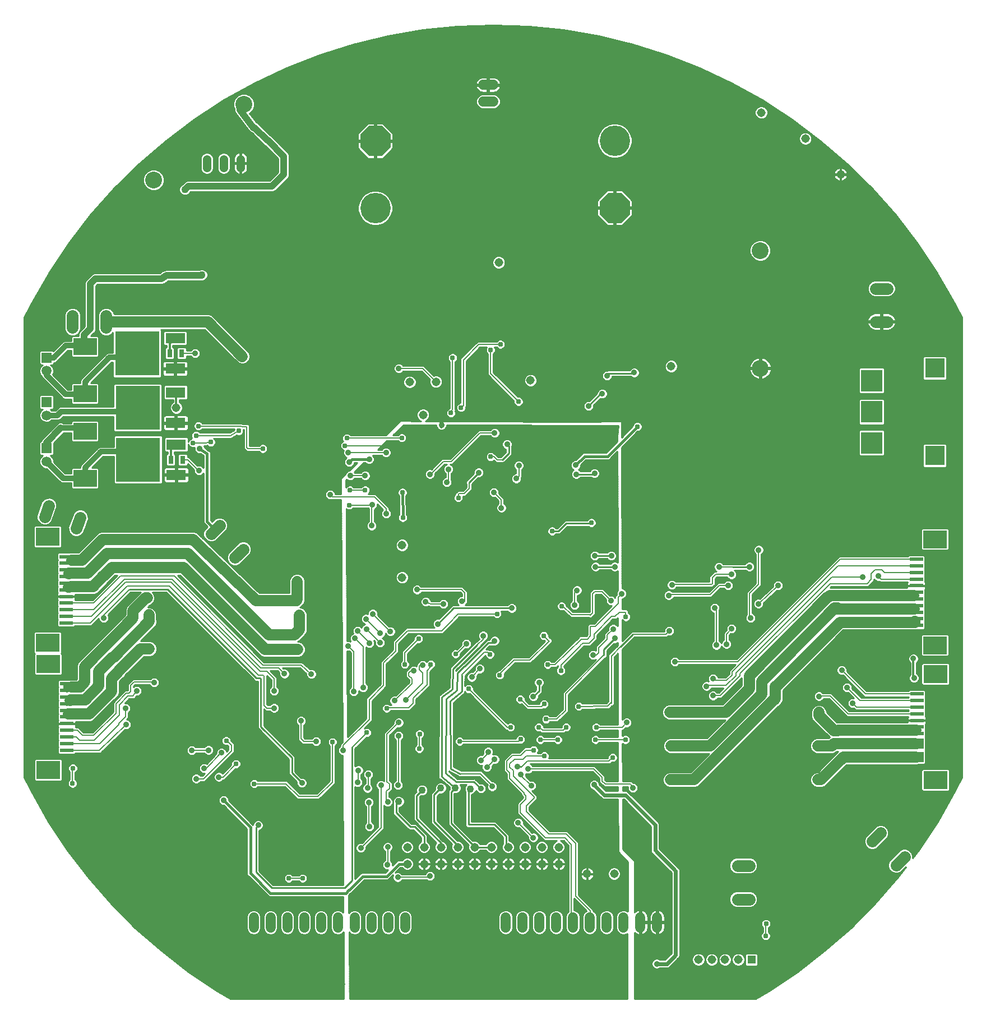
<source format=gbl>
G75*
%MOIN*%
%OFA0B0*%
%FSLAX25Y25*%
%IPPOS*%
%LPD*%
%AMOC8*
5,1,8,0,0,1.08239X$1,22.5*
%
%ADD10C,0.05150*%
%ADD11C,0.07050*%
%ADD12R,0.05150X0.05150*%
%ADD13C,0.18100*%
%ADD14OC8,0.18100*%
%ADD15C,0.05937*%
%ADD16R,0.05937X0.05937*%
%ADD17R,0.14000X0.10000*%
%ADD18R,0.26378X0.26378*%
%ADD19R,0.11811X0.06299*%
%ADD20C,0.07000*%
%ADD21C,0.06000*%
%ADD22R,0.13000X0.13000*%
%ADD23R,0.11811X0.11811*%
%ADD24R,0.03150X0.04724*%
%ADD25R,0.07874X0.02402*%
%ADD26R,0.07874X0.02362*%
%ADD27R,0.14173X0.10551*%
%ADD28C,0.10000*%
%ADD29C,0.05150*%
%ADD30C,0.01000*%
%ADD31C,0.03569*%
%ADD32C,0.00800*%
%ADD33C,0.03100*%
%ADD34C,0.01600*%
%ADD35C,0.01200*%
%ADD36C,0.04000*%
%ADD37C,0.02400*%
%ADD38C,0.04356*%
%ADD39C,0.05000*%
%ADD40C,0.03200*%
%ADD41C,0.16500*%
%ADD42C,0.06600*%
D10*
X0570022Y0361760D03*
X0708830Y0376978D03*
X0724426Y0377156D03*
X0716811Y0357474D03*
X0780691Y0377953D03*
X0864276Y0386356D03*
X0761755Y0448085D03*
X0917910Y0537149D03*
X0944149Y0521674D03*
X0965047Y0500438D03*
X0704320Y0280028D03*
X0704320Y0260815D03*
X0707407Y0100544D03*
X0717407Y0100544D03*
X0727407Y0100544D03*
X0737407Y0100544D03*
X0747407Y0100544D03*
X0757407Y0100544D03*
X0767407Y0100544D03*
X0777407Y0100544D03*
X0787407Y0100544D03*
X0797407Y0100544D03*
X0797407Y0090544D03*
X0787407Y0090544D03*
X0777407Y0090544D03*
X0767407Y0090544D03*
X0757407Y0090544D03*
X0747407Y0090544D03*
X0737407Y0090544D03*
X0727407Y0090544D03*
X0717407Y0090544D03*
X0707407Y0090544D03*
X0814355Y0084587D03*
X0830407Y0084685D03*
X0880557Y0033665D03*
X0888431Y0033665D03*
X0896305Y0033665D03*
X0904179Y0033665D03*
D11*
X0985877Y0412869D02*
X0992927Y0412869D01*
X0992927Y0432554D02*
X0985877Y0432554D01*
D12*
X0912053Y0033665D03*
D13*
X0688382Y0480278D03*
X0830717Y0520441D03*
D14*
X0830717Y0480441D03*
X0688382Y0520278D03*
D15*
X0492918Y0383566D03*
X0492897Y0357190D03*
X0492842Y0329718D03*
D16*
X0492842Y0337592D03*
X0492897Y0365064D03*
X0492918Y0391440D03*
D17*
X0515714Y0398028D03*
X0515714Y0370028D03*
X0515706Y0347849D03*
X0515706Y0319849D03*
D18*
X0547350Y0330807D03*
X0547056Y0361726D03*
X0546763Y0393962D03*
D19*
X0569401Y0384907D03*
X0569694Y0370782D03*
X0569694Y0352671D03*
X0569988Y0339862D03*
X0569988Y0321752D03*
X0569401Y0403017D03*
D20*
X0528340Y0409270D02*
X0528340Y0416270D01*
X0508340Y0416270D02*
X0508340Y0409270D01*
X0494135Y0303395D02*
X0491741Y0296817D01*
X0510535Y0289977D02*
X0512929Y0296555D01*
X0590797Y0286708D02*
X0595747Y0291658D01*
X0609889Y0277516D02*
X0604939Y0272566D01*
X0903714Y0089519D02*
X0910714Y0089519D01*
X0910714Y0069519D02*
X0903714Y0069519D01*
X0983954Y0103959D02*
X0988904Y0108909D01*
X1003046Y0094767D02*
X0998096Y0089817D01*
D21*
X0855933Y0058800D02*
X0855933Y0052800D01*
X0845933Y0052800D02*
X0845933Y0058800D01*
X0835933Y0058800D02*
X0835933Y0052800D01*
X0825933Y0052800D02*
X0825933Y0058800D01*
X0815933Y0058800D02*
X0815933Y0052800D01*
X0805933Y0052800D02*
X0805933Y0058800D01*
X0795933Y0058800D02*
X0795933Y0052800D01*
X0785933Y0052800D02*
X0785933Y0058800D01*
X0775933Y0058800D02*
X0775933Y0052800D01*
X0765933Y0052800D02*
X0765933Y0058800D01*
X0706051Y0058800D02*
X0706051Y0052800D01*
X0696051Y0052800D02*
X0696051Y0058800D01*
X0686051Y0058800D02*
X0686051Y0052800D01*
X0676051Y0052800D02*
X0676051Y0058800D01*
X0666051Y0058800D02*
X0666051Y0052800D01*
X0656051Y0052800D02*
X0656051Y0058800D01*
X0646051Y0058800D02*
X0646051Y0052800D01*
X0636051Y0052800D02*
X0636051Y0058800D01*
X0626051Y0058800D02*
X0626051Y0052800D01*
X0616051Y0052800D02*
X0616051Y0058800D01*
X0752530Y0543714D02*
X0758530Y0543714D01*
X0758530Y0553714D02*
X0752530Y0553714D01*
D22*
X0983558Y0377808D03*
X0983558Y0359308D03*
X0983558Y0340808D03*
D23*
X1021058Y0333308D03*
X1021058Y0385308D03*
D24*
X0573198Y0393991D03*
X0566111Y0393991D03*
X0566825Y0330776D03*
X0573912Y0330776D03*
D25*
X0504573Y0273172D03*
X0504573Y0269235D03*
X0504573Y0265298D03*
X0504573Y0261361D03*
X0504573Y0257424D03*
X0504573Y0249550D03*
X0504573Y0245613D03*
X0504573Y0241676D03*
X0504573Y0237739D03*
X0504573Y0233802D03*
X0504906Y0197577D03*
X0504906Y0193640D03*
X0504906Y0189703D03*
X0504906Y0185766D03*
X0504906Y0181829D03*
X0504906Y0173955D03*
X0504906Y0170017D03*
X0504906Y0166080D03*
X0504906Y0162143D03*
X0504906Y0158206D03*
X1010396Y0160092D03*
X1010396Y0164029D03*
X1010396Y0167966D03*
X1010396Y0175840D03*
X1010396Y0179777D03*
X1010396Y0183714D03*
X1010396Y0187651D03*
X1010396Y0191588D03*
X1010396Y0156155D03*
X1010396Y0152218D03*
X1010080Y0232322D03*
X1010080Y0236259D03*
X1010080Y0240196D03*
X1010080Y0244133D03*
X1010080Y0248070D03*
X1010080Y0255944D03*
X1010080Y0259881D03*
X1010080Y0263818D03*
X1010080Y0267755D03*
X1010080Y0271692D03*
D26*
X1010080Y0252007D03*
X1010396Y0171903D03*
X0504906Y0177892D03*
X0504573Y0253487D03*
D27*
X0493549Y0284983D03*
X0493549Y0221991D03*
X0493883Y0209388D03*
X0493883Y0146395D03*
X1021420Y0140407D03*
X1021420Y0203399D03*
X1021104Y0220511D03*
X1021104Y0283503D03*
D28*
X0917325Y0385144D03*
X0917325Y0455144D03*
X0610243Y0542012D03*
X0556620Y0497017D03*
D29*
X0588266Y0504403D02*
X0588266Y0509553D01*
X0598266Y0509553D02*
X0598266Y0504403D01*
X0608266Y0504403D02*
X0608266Y0509553D01*
D30*
X0479668Y0415370D02*
X0479668Y0141929D01*
X0483851Y0133681D01*
X0494017Y0115879D01*
X0505335Y0098787D01*
X0517757Y0082479D01*
X0531228Y0067027D01*
X0545689Y0052497D01*
X0561077Y0038953D01*
X0577326Y0026454D01*
X0594364Y0015055D01*
X0602151Y0010386D01*
X0669633Y0010386D01*
X0669633Y0019200D01*
X0669733Y0019200D01*
X0669533Y0020000D01*
X0669373Y0050040D01*
X0668487Y0049155D01*
X0666907Y0048500D01*
X0665196Y0048500D01*
X0663616Y0049155D01*
X0662406Y0050364D01*
X0661751Y0051945D01*
X0661751Y0059655D01*
X0662406Y0061236D01*
X0663616Y0062445D01*
X0665196Y0063100D01*
X0666907Y0063100D01*
X0668487Y0062445D01*
X0669311Y0061621D01*
X0669260Y0071100D01*
X0625063Y0071100D01*
X0613263Y0082900D01*
X0612033Y0084130D01*
X0612033Y0111530D01*
X0598248Y0125316D01*
X0597520Y0125316D01*
X0596386Y0125785D01*
X0595519Y0126653D01*
X0595049Y0127786D01*
X0595049Y0129013D01*
X0595519Y0130147D01*
X0596386Y0131015D01*
X0597520Y0131484D01*
X0598747Y0131484D01*
X0599880Y0131015D01*
X0600748Y0130147D01*
X0601218Y0129013D01*
X0601218Y0128286D01*
X0615649Y0113854D01*
X0615649Y0114213D01*
X0616119Y0115347D01*
X0616986Y0116215D01*
X0618120Y0116684D01*
X0619347Y0116684D01*
X0620480Y0116215D01*
X0621348Y0115347D01*
X0621818Y0114213D01*
X0621818Y0112986D01*
X0621348Y0111853D01*
X0620480Y0110985D01*
X0619347Y0110516D01*
X0619333Y0110516D01*
X0619333Y0086546D01*
X0627679Y0078200D01*
X0669223Y0078200D01*
X0668813Y0154916D01*
X0668520Y0154916D01*
X0667386Y0155385D01*
X0666519Y0156253D01*
X0666049Y0157386D01*
X0666049Y0158613D01*
X0666519Y0159747D01*
X0667386Y0160615D01*
X0667633Y0160717D01*
X0667633Y0161704D01*
X0668629Y0162700D01*
X0668770Y0162841D01*
X0668000Y0307100D01*
X0662592Y0307100D01*
X0662147Y0306916D01*
X0660920Y0306916D01*
X0659786Y0307385D01*
X0658919Y0308253D01*
X0658449Y0309386D01*
X0658449Y0310613D01*
X0658919Y0311747D01*
X0659786Y0312615D01*
X0660920Y0313084D01*
X0662147Y0313084D01*
X0663280Y0312615D01*
X0664148Y0311747D01*
X0664618Y0310613D01*
X0664618Y0310500D01*
X0667982Y0310500D01*
X0667933Y0319600D01*
X0670468Y0322059D01*
X0670919Y0323147D01*
X0671786Y0324015D01*
X0672920Y0324484D01*
X0672968Y0324484D01*
X0677519Y0328900D01*
X0676018Y0328900D01*
X0676018Y0328786D01*
X0675548Y0327653D01*
X0674680Y0326785D01*
X0673547Y0326316D01*
X0672320Y0326316D01*
X0671186Y0326785D01*
X0670319Y0327653D01*
X0669849Y0328786D01*
X0669849Y0330013D01*
X0670319Y0331147D01*
X0671186Y0332015D01*
X0671334Y0332076D01*
X0670586Y0332385D01*
X0669719Y0333253D01*
X0669249Y0334386D01*
X0669249Y0335613D01*
X0669585Y0336425D01*
X0668719Y0336784D01*
X0667917Y0337586D01*
X0667483Y0338633D01*
X0667483Y0339767D01*
X0667917Y0340814D01*
X0668719Y0341616D01*
X0669156Y0341797D01*
X0668967Y0341986D01*
X0668533Y0343033D01*
X0668533Y0344167D01*
X0668967Y0345214D01*
X0669769Y0346016D01*
X0670816Y0346450D01*
X0671950Y0346450D01*
X0672998Y0346016D01*
X0673714Y0345300D01*
X0694424Y0345300D01*
X0694733Y0345600D01*
X0703133Y0354000D01*
X0715377Y0353874D01*
X0714616Y0354189D01*
X0713526Y0355279D01*
X0712936Y0356704D01*
X0712936Y0358245D01*
X0713526Y0359669D01*
X0714616Y0360759D01*
X0716040Y0361349D01*
X0717582Y0361349D01*
X0719006Y0360759D01*
X0720096Y0359669D01*
X0720686Y0358245D01*
X0720686Y0356704D01*
X0720096Y0355279D01*
X0719006Y0354189D01*
X0718176Y0353846D01*
X0742133Y0353600D01*
X0810133Y0353400D01*
X0834733Y0353600D01*
X0834764Y0344000D01*
X0841365Y0350601D01*
X0841365Y0351048D01*
X0841798Y0352096D01*
X0842600Y0352897D01*
X0843648Y0353331D01*
X0844781Y0353331D01*
X0845829Y0352897D01*
X0846631Y0352096D01*
X0847064Y0351048D01*
X0847064Y0349914D01*
X0846631Y0348867D01*
X0845829Y0348065D01*
X0844781Y0347631D01*
X0844334Y0347631D01*
X0834782Y0338079D01*
X0835046Y0254284D01*
X0835547Y0254284D01*
X0836680Y0253815D01*
X0837548Y0252947D01*
X0838018Y0251813D01*
X0838018Y0250586D01*
X0837548Y0249453D01*
X0836680Y0248585D01*
X0835547Y0248116D01*
X0835065Y0248116D01*
X0835085Y0241900D01*
X0838037Y0241900D01*
X0839033Y0240904D01*
X0839033Y0239730D01*
X0839749Y0239014D01*
X0840183Y0237967D01*
X0840183Y0236833D01*
X0839749Y0235786D01*
X0838948Y0234984D01*
X0837900Y0234550D01*
X0836766Y0234550D01*
X0835719Y0234984D01*
X0835105Y0235598D01*
X0835144Y0223156D01*
X0840788Y0228800D01*
X0842279Y0228800D01*
X0842379Y0228700D01*
X0860049Y0228700D01*
X0860049Y0229613D01*
X0860519Y0230747D01*
X0861386Y0231615D01*
X0862520Y0232084D01*
X0863747Y0232084D01*
X0864880Y0231615D01*
X0865748Y0230747D01*
X0866218Y0229613D01*
X0866218Y0228386D01*
X0865748Y0227253D01*
X0864880Y0226385D01*
X0863747Y0225916D01*
X0862520Y0225916D01*
X0862473Y0225935D01*
X0861837Y0225300D01*
X0842379Y0225300D01*
X0835160Y0218081D01*
X0835291Y0176281D01*
X0835319Y0176347D01*
X0836186Y0177215D01*
X0837320Y0177684D01*
X0838547Y0177684D01*
X0839680Y0177215D01*
X0840548Y0176347D01*
X0841018Y0175213D01*
X0841018Y0173986D01*
X0840548Y0172853D01*
X0839680Y0171985D01*
X0838547Y0171516D01*
X0837320Y0171516D01*
X0837273Y0171535D01*
X0835837Y0170100D01*
X0835311Y0170100D01*
X0835322Y0166619D01*
X0835519Y0166816D01*
X0836566Y0167250D01*
X0837700Y0167250D01*
X0838748Y0166816D01*
X0839549Y0166014D01*
X0839983Y0164967D01*
X0839983Y0163833D01*
X0839549Y0162786D01*
X0838748Y0161984D01*
X0837700Y0161550D01*
X0836566Y0161550D01*
X0835519Y0161984D01*
X0835336Y0162167D01*
X0835406Y0139700D01*
X0839638Y0139700D01*
X0839815Y0139812D01*
X0840320Y0139700D01*
X0840837Y0139700D01*
X0840985Y0139552D01*
X0841189Y0139507D01*
X0841467Y0139070D01*
X0841653Y0138884D01*
X0842147Y0138884D01*
X0843280Y0138415D01*
X0844148Y0137547D01*
X0844618Y0136413D01*
X0844618Y0135186D01*
X0844148Y0134053D01*
X0843280Y0133185D01*
X0842147Y0132716D01*
X0840920Y0132716D01*
X0839786Y0133185D01*
X0838919Y0134053D01*
X0838449Y0135186D01*
X0838449Y0136300D01*
X0835417Y0136300D01*
X0835425Y0133900D01*
X0837631Y0133900D01*
X0838549Y0133519D01*
X0856149Y0115919D01*
X0856149Y0115919D01*
X0856853Y0115216D01*
X0857233Y0114297D01*
X0857233Y0099636D01*
X0869053Y0087816D01*
X0869433Y0086897D01*
X0869433Y0035903D01*
X0869053Y0034984D01*
X0868349Y0034281D01*
X0863149Y0029081D01*
X0862231Y0028700D01*
X0857595Y0028700D01*
X0857480Y0028585D01*
X0856347Y0028116D01*
X0855120Y0028116D01*
X0853986Y0028585D01*
X0853119Y0029453D01*
X0852649Y0030586D01*
X0852649Y0031813D01*
X0853119Y0032947D01*
X0853986Y0033815D01*
X0855120Y0034284D01*
X0856347Y0034284D01*
X0857480Y0033815D01*
X0857595Y0033700D01*
X0860698Y0033700D01*
X0864433Y0037436D01*
X0864433Y0085364D01*
X0853317Y0096481D01*
X0852614Y0097184D01*
X0852233Y0098103D01*
X0852233Y0112764D01*
X0836098Y0128900D01*
X0835440Y0128900D01*
X0835533Y0099400D01*
X0842533Y0092400D01*
X0842533Y0061764D01*
X0843002Y0062232D01*
X0843575Y0062649D01*
X0844206Y0062970D01*
X0844880Y0063189D01*
X0845433Y0063277D01*
X0845433Y0056300D01*
X0846433Y0056300D01*
X0846433Y0063277D01*
X0846987Y0063189D01*
X0847661Y0062970D01*
X0848292Y0062649D01*
X0848865Y0062232D01*
X0849366Y0061732D01*
X0849782Y0061159D01*
X0850104Y0060527D01*
X0850323Y0059854D01*
X0850433Y0059154D01*
X0850433Y0056300D01*
X0846433Y0056300D01*
X0846433Y0055300D01*
X0846433Y0048323D01*
X0846987Y0048411D01*
X0847661Y0048630D01*
X0848292Y0048951D01*
X0848865Y0049368D01*
X0849366Y0049868D01*
X0849782Y0050441D01*
X0850104Y0051073D01*
X0850323Y0051746D01*
X0850433Y0052446D01*
X0850433Y0055300D01*
X0846433Y0055300D01*
X0845433Y0055300D01*
X0845433Y0048323D01*
X0844880Y0048411D01*
X0844206Y0048630D01*
X0843575Y0048951D01*
X0843002Y0049368D01*
X0842533Y0049836D01*
X0842533Y0018600D01*
X0842673Y0010386D01*
X0914622Y0010386D01*
X0922408Y0015055D01*
X0939447Y0026454D01*
X0955696Y0038953D01*
X0971084Y0052497D01*
X0971084Y0052497D01*
X0985545Y0067027D01*
X0999016Y0082479D01*
X1003714Y0088647D01*
X1000815Y0085748D01*
X0999051Y0085017D01*
X0997142Y0085017D01*
X0995377Y0085748D01*
X0994027Y0087098D01*
X0993296Y0088863D01*
X0993296Y0090772D01*
X0994027Y0092536D01*
X1000327Y0098836D01*
X1002091Y0099567D01*
X1004001Y0099567D01*
X1005765Y0098836D01*
X1007115Y0097486D01*
X1007846Y0095722D01*
X1007846Y0094071D01*
X1011438Y0098787D01*
X1022756Y0115879D01*
X1032922Y0133681D01*
X1037105Y0141931D01*
X1037105Y0415370D01*
X1032798Y0423854D01*
X1022337Y0442100D01*
X1010665Y0459596D01*
X0997836Y0476261D01*
X0983907Y0492019D01*
X0968943Y0506798D01*
X0953014Y0520531D01*
X0936191Y0533153D01*
X0918552Y0544607D01*
X0918552Y0544607D01*
X0900178Y0554840D01*
X0881153Y0563807D01*
X0861565Y0571464D01*
X0841503Y0577778D01*
X0821060Y0582719D01*
X0800330Y0586264D01*
X0779406Y0588398D01*
X0758387Y0589111D01*
X0737367Y0588398D01*
X0716444Y0586264D01*
X0695713Y0582719D01*
X0675270Y0577778D01*
X0655209Y0571464D01*
X0635621Y0563807D01*
X0616596Y0554840D01*
X0598222Y0544607D01*
X0580583Y0533153D01*
X0563760Y0520531D01*
X0547830Y0506798D01*
X0532867Y0492019D01*
X0518938Y0476261D01*
X0506108Y0459596D01*
X0494436Y0442100D01*
X0483976Y0423854D01*
X0479668Y0415370D01*
X0479668Y0415013D02*
X0503540Y0415013D01*
X0503540Y0414015D02*
X0479668Y0414015D01*
X0479668Y0413016D02*
X0503540Y0413016D01*
X0503540Y0412018D02*
X0479668Y0412018D01*
X0479668Y0411019D02*
X0503540Y0411019D01*
X0503540Y0410021D02*
X0479668Y0410021D01*
X0479668Y0409022D02*
X0503540Y0409022D01*
X0503540Y0408315D02*
X0504271Y0406551D01*
X0505621Y0405201D01*
X0507385Y0404470D01*
X0509295Y0404470D01*
X0511059Y0405201D01*
X0512137Y0406278D01*
X0511841Y0405564D01*
X0511841Y0404328D01*
X0508175Y0404328D01*
X0507414Y0403566D01*
X0507414Y0401500D01*
X0503756Y0401500D01*
X0502691Y0401058D01*
X0501875Y0400243D01*
X0496883Y0395251D01*
X0496425Y0395709D01*
X0489411Y0395709D01*
X0488649Y0394947D01*
X0488649Y0387933D01*
X0489411Y0387172D01*
X0490487Y0387172D01*
X0489299Y0385984D01*
X0488649Y0384415D01*
X0488649Y0382717D01*
X0489299Y0381148D01*
X0490024Y0380423D01*
X0490459Y0379373D01*
X0501875Y0367957D01*
X0502691Y0367141D01*
X0503756Y0366700D01*
X0507414Y0366700D01*
X0507414Y0364489D01*
X0508175Y0363728D01*
X0523252Y0363728D01*
X0524014Y0364489D01*
X0524014Y0375566D01*
X0523252Y0376328D01*
X0519162Y0376328D01*
X0531535Y0388700D01*
X0532274Y0388700D01*
X0532274Y0380235D01*
X0533036Y0379473D01*
X0560491Y0379473D01*
X0561252Y0380235D01*
X0561252Y0407690D01*
X0560772Y0408170D01*
X0586858Y0408170D01*
X0606728Y0388300D01*
X0608418Y0387600D01*
X0610248Y0387600D01*
X0611939Y0388300D01*
X0613233Y0389594D01*
X0613933Y0391285D01*
X0613933Y0393115D01*
X0613233Y0394806D01*
X0591369Y0416669D01*
X0589679Y0417370D01*
X0533080Y0417370D01*
X0532409Y0418989D01*
X0531059Y0420339D01*
X0529295Y0421070D01*
X0527385Y0421070D01*
X0525621Y0420339D01*
X0524271Y0418989D01*
X0523540Y0417225D01*
X0523540Y0408315D01*
X0524271Y0406551D01*
X0525621Y0405201D01*
X0527385Y0404470D01*
X0529295Y0404470D01*
X0531059Y0405201D01*
X0532274Y0406416D01*
X0532274Y0394500D01*
X0529756Y0394500D01*
X0528691Y0394058D01*
X0527875Y0393243D01*
X0527875Y0393243D01*
X0513255Y0378623D01*
X0512814Y0377557D01*
X0512814Y0376328D01*
X0508175Y0376328D01*
X0507414Y0375566D01*
X0507414Y0372500D01*
X0505535Y0372500D01*
X0496639Y0381396D01*
X0497186Y0382717D01*
X0497186Y0384415D01*
X0496537Y0385984D01*
X0495349Y0387172D01*
X0496425Y0387172D01*
X0497186Y0387933D01*
X0497186Y0388540D01*
X0497750Y0388540D01*
X0498816Y0388982D01*
X0505535Y0395700D01*
X0507414Y0395700D01*
X0507414Y0392489D01*
X0508175Y0391728D01*
X0523252Y0391728D01*
X0524014Y0392489D01*
X0524014Y0403566D01*
X0523252Y0404328D01*
X0519228Y0404328D01*
X0520803Y0405902D01*
X0521731Y0406831D01*
X0522233Y0408044D01*
X0522233Y0434133D01*
X0523100Y0435000D01*
X0560971Y0435000D01*
X0561360Y0434938D01*
X0561621Y0435000D01*
X0561890Y0435000D01*
X0562254Y0435151D01*
X0562637Y0435242D01*
X0562855Y0435400D01*
X0563103Y0435502D01*
X0563381Y0435781D01*
X0565203Y0437100D01*
X0585790Y0437100D01*
X0585843Y0437122D01*
X0586025Y0437122D01*
X0587303Y0437652D01*
X0588282Y0438630D01*
X0588811Y0439908D01*
X0588811Y0441292D01*
X0588282Y0442570D01*
X0587303Y0443548D01*
X0586025Y0444078D01*
X0584642Y0444078D01*
X0583729Y0443700D01*
X0564396Y0443700D01*
X0564007Y0443762D01*
X0563745Y0443700D01*
X0563477Y0443700D01*
X0563113Y0443549D01*
X0562729Y0443458D01*
X0562512Y0443300D01*
X0562264Y0443198D01*
X0561985Y0442919D01*
X0560164Y0441600D01*
X0521077Y0441600D01*
X0519864Y0441098D01*
X0518936Y0440169D01*
X0516136Y0437369D01*
X0515633Y0436156D01*
X0515633Y0410067D01*
X0512616Y0407050D01*
X0513140Y0408315D01*
X0513140Y0417225D01*
X0512409Y0418989D01*
X0511059Y0420339D01*
X0509295Y0421070D01*
X0507385Y0421070D01*
X0505621Y0420339D01*
X0504271Y0418989D01*
X0503540Y0417225D01*
X0503540Y0408315D01*
X0503661Y0408024D02*
X0479668Y0408024D01*
X0479668Y0407025D02*
X0504074Y0407025D01*
X0504795Y0406027D02*
X0479668Y0406027D01*
X0479668Y0405028D02*
X0506037Y0405028D01*
X0507877Y0404030D02*
X0479668Y0404030D01*
X0479668Y0403031D02*
X0507414Y0403031D01*
X0507414Y0402033D02*
X0479668Y0402033D01*
X0479668Y0401034D02*
X0502666Y0401034D01*
X0501668Y0400036D02*
X0479668Y0400036D01*
X0479668Y0399037D02*
X0500669Y0399037D01*
X0499671Y0398039D02*
X0479668Y0398039D01*
X0479668Y0397040D02*
X0498672Y0397040D01*
X0497674Y0396042D02*
X0479668Y0396042D01*
X0479668Y0395043D02*
X0488745Y0395043D01*
X0488649Y0394045D02*
X0479668Y0394045D01*
X0479668Y0393046D02*
X0488649Y0393046D01*
X0488649Y0392048D02*
X0479668Y0392048D01*
X0479668Y0391049D02*
X0488649Y0391049D01*
X0488649Y0390051D02*
X0479668Y0390051D01*
X0479668Y0389052D02*
X0488649Y0389052D01*
X0488649Y0388054D02*
X0479668Y0388054D01*
X0479668Y0387055D02*
X0490370Y0387055D01*
X0489372Y0386057D02*
X0479668Y0386057D01*
X0479668Y0385058D02*
X0488916Y0385058D01*
X0488649Y0384060D02*
X0479668Y0384060D01*
X0479668Y0383061D02*
X0488649Y0383061D01*
X0488921Y0382063D02*
X0479668Y0382063D01*
X0479668Y0381064D02*
X0489383Y0381064D01*
X0490172Y0380066D02*
X0479668Y0380066D01*
X0479668Y0379067D02*
X0490765Y0379067D01*
X0491764Y0378069D02*
X0479668Y0378069D01*
X0479668Y0377070D02*
X0492762Y0377070D01*
X0493761Y0376072D02*
X0479668Y0376072D01*
X0479668Y0375073D02*
X0494759Y0375073D01*
X0495758Y0374074D02*
X0479668Y0374074D01*
X0479668Y0373076D02*
X0496756Y0373076D01*
X0497755Y0372077D02*
X0479668Y0372077D01*
X0479668Y0371079D02*
X0498753Y0371079D01*
X0499752Y0370080D02*
X0479668Y0370080D01*
X0479668Y0369082D02*
X0489139Y0369082D01*
X0489390Y0369333D02*
X0488629Y0368571D01*
X0488629Y0361557D01*
X0489390Y0360796D01*
X0490466Y0360796D01*
X0489278Y0359608D01*
X0488629Y0358039D01*
X0488629Y0356341D01*
X0489278Y0354772D01*
X0490479Y0353571D01*
X0492048Y0352922D01*
X0493746Y0352922D01*
X0495315Y0353571D01*
X0496034Y0354290D01*
X0499900Y0354290D01*
X0500966Y0354732D01*
X0502735Y0356500D01*
X0532567Y0356500D01*
X0532567Y0347999D01*
X0533328Y0347238D01*
X0560783Y0347238D01*
X0561545Y0347999D01*
X0561545Y0375454D01*
X0560783Y0376215D01*
X0533328Y0376215D01*
X0532567Y0375454D01*
X0532567Y0362300D01*
X0500956Y0362300D01*
X0499891Y0361858D01*
X0499075Y0361043D01*
X0498122Y0360090D01*
X0496034Y0360090D01*
X0495328Y0360796D01*
X0496404Y0360796D01*
X0497166Y0361557D01*
X0497166Y0368571D01*
X0496404Y0369333D01*
X0489390Y0369333D01*
X0488629Y0368083D02*
X0479668Y0368083D01*
X0479668Y0367085D02*
X0488629Y0367085D01*
X0488629Y0366086D02*
X0479668Y0366086D01*
X0479668Y0365088D02*
X0488629Y0365088D01*
X0488629Y0364089D02*
X0479668Y0364089D01*
X0479668Y0363091D02*
X0488629Y0363091D01*
X0488629Y0362092D02*
X0479668Y0362092D01*
X0479668Y0361094D02*
X0489092Y0361094D01*
X0489766Y0360095D02*
X0479668Y0360095D01*
X0479668Y0359097D02*
X0489067Y0359097D01*
X0488653Y0358098D02*
X0479668Y0358098D01*
X0479668Y0357100D02*
X0488629Y0357100D01*
X0488728Y0356101D02*
X0479668Y0356101D01*
X0479668Y0355103D02*
X0489141Y0355103D01*
X0489946Y0354104D02*
X0479668Y0354104D01*
X0479668Y0353106D02*
X0491603Y0353106D01*
X0494191Y0353106D02*
X0507406Y0353106D01*
X0507406Y0353388D02*
X0507406Y0352500D01*
X0502955Y0352500D01*
X0501990Y0352900D01*
X0500677Y0352900D01*
X0499464Y0352398D01*
X0490045Y0342978D01*
X0489582Y0341861D01*
X0489335Y0341861D01*
X0488574Y0341099D01*
X0488574Y0334085D01*
X0489335Y0333324D01*
X0490411Y0333324D01*
X0489224Y0332136D01*
X0488574Y0330567D01*
X0488574Y0328869D01*
X0489224Y0327300D01*
X0490424Y0326099D01*
X0491993Y0325450D01*
X0493010Y0325450D01*
X0501068Y0317391D01*
X0502134Y0316949D01*
X0507406Y0316949D01*
X0507406Y0314311D01*
X0508168Y0313549D01*
X0523245Y0313549D01*
X0524006Y0314311D01*
X0524006Y0325388D01*
X0523245Y0326149D01*
X0519984Y0326149D01*
X0526535Y0332700D01*
X0532861Y0332700D01*
X0532861Y0317080D01*
X0533622Y0316318D01*
X0561077Y0316318D01*
X0561839Y0317080D01*
X0561839Y0344535D01*
X0561077Y0345296D01*
X0533622Y0345296D01*
X0532861Y0344535D01*
X0532861Y0338500D01*
X0524756Y0338500D01*
X0523691Y0338058D01*
X0522875Y0337243D01*
X0513248Y0327616D01*
X0512806Y0326550D01*
X0512806Y0326149D01*
X0508168Y0326149D01*
X0507406Y0325388D01*
X0507406Y0322749D01*
X0503912Y0322749D01*
X0497111Y0329551D01*
X0497111Y0330567D01*
X0496461Y0332136D01*
X0495273Y0333324D01*
X0496349Y0333324D01*
X0497111Y0334085D01*
X0497111Y0340711D01*
X0503100Y0346700D01*
X0507406Y0346700D01*
X0507406Y0342311D01*
X0508168Y0341549D01*
X0523245Y0341549D01*
X0524006Y0342311D01*
X0524006Y0353388D01*
X0523245Y0354149D01*
X0508168Y0354149D01*
X0507406Y0353388D01*
X0508123Y0354104D02*
X0495848Y0354104D01*
X0498175Y0351109D02*
X0479668Y0351109D01*
X0479668Y0352107D02*
X0499174Y0352107D01*
X0497177Y0350110D02*
X0479668Y0350110D01*
X0479668Y0349112D02*
X0496178Y0349112D01*
X0495180Y0348113D02*
X0479668Y0348113D01*
X0479668Y0347115D02*
X0494181Y0347115D01*
X0493183Y0346116D02*
X0479668Y0346116D01*
X0479668Y0345118D02*
X0492184Y0345118D01*
X0491186Y0344119D02*
X0479668Y0344119D01*
X0479668Y0343121D02*
X0490187Y0343121D01*
X0489690Y0342122D02*
X0479668Y0342122D01*
X0479668Y0341124D02*
X0488598Y0341124D01*
X0488574Y0340125D02*
X0479668Y0340125D01*
X0479668Y0339127D02*
X0488574Y0339127D01*
X0488574Y0338128D02*
X0479668Y0338128D01*
X0479668Y0337130D02*
X0488574Y0337130D01*
X0488574Y0336131D02*
X0479668Y0336131D01*
X0479668Y0335133D02*
X0488574Y0335133D01*
X0488574Y0334134D02*
X0479668Y0334134D01*
X0479668Y0333136D02*
X0490223Y0333136D01*
X0489225Y0332137D02*
X0479668Y0332137D01*
X0479668Y0331139D02*
X0488810Y0331139D01*
X0488574Y0330140D02*
X0479668Y0330140D01*
X0479668Y0329141D02*
X0488574Y0329141D01*
X0488874Y0328143D02*
X0479668Y0328143D01*
X0479668Y0327144D02*
X0489379Y0327144D01*
X0490378Y0326146D02*
X0479668Y0326146D01*
X0479668Y0325147D02*
X0493312Y0325147D01*
X0494310Y0324149D02*
X0479668Y0324149D01*
X0479668Y0323150D02*
X0495309Y0323150D01*
X0496307Y0322152D02*
X0479668Y0322152D01*
X0479668Y0321153D02*
X0497306Y0321153D01*
X0498304Y0320155D02*
X0479668Y0320155D01*
X0479668Y0319156D02*
X0499303Y0319156D01*
X0500301Y0318158D02*
X0479668Y0318158D01*
X0479668Y0317159D02*
X0501627Y0317159D01*
X0507406Y0316161D02*
X0479668Y0316161D01*
X0479668Y0315162D02*
X0507406Y0315162D01*
X0507553Y0314164D02*
X0479668Y0314164D01*
X0479668Y0313165D02*
X0586233Y0313165D01*
X0586233Y0312167D02*
X0479668Y0312167D01*
X0479668Y0311168D02*
X0586233Y0311168D01*
X0586233Y0310170D02*
X0479668Y0310170D01*
X0479668Y0309171D02*
X0586233Y0309171D01*
X0586233Y0308173D02*
X0495043Y0308173D01*
X0494880Y0308232D02*
X0492972Y0308149D01*
X0491241Y0307342D01*
X0489951Y0305934D01*
X0486904Y0297562D01*
X0486987Y0295654D01*
X0487794Y0293923D01*
X0489202Y0292633D01*
X0490997Y0291980D01*
X0492904Y0292064D01*
X0494635Y0292871D01*
X0495925Y0294278D01*
X0498972Y0302651D01*
X0498889Y0304558D01*
X0498082Y0306289D01*
X0496674Y0307579D01*
X0494880Y0308232D01*
X0493518Y0308173D02*
X0479668Y0308173D01*
X0479668Y0307174D02*
X0491088Y0307174D01*
X0490173Y0306176D02*
X0479668Y0306176D01*
X0479668Y0305177D02*
X0489676Y0305177D01*
X0489312Y0304179D02*
X0479668Y0304179D01*
X0479668Y0303180D02*
X0488949Y0303180D01*
X0488586Y0302182D02*
X0479668Y0302182D01*
X0479668Y0301183D02*
X0488222Y0301183D01*
X0487859Y0300185D02*
X0479668Y0300185D01*
X0479668Y0299186D02*
X0487495Y0299186D01*
X0487132Y0298188D02*
X0479668Y0298188D01*
X0479668Y0297189D02*
X0486920Y0297189D01*
X0486964Y0296191D02*
X0479668Y0296191D01*
X0479668Y0295192D02*
X0487203Y0295192D01*
X0487668Y0294194D02*
X0479668Y0294194D01*
X0479668Y0293195D02*
X0488589Y0293195D01*
X0490402Y0292197D02*
X0479668Y0292197D01*
X0479668Y0291198D02*
X0485563Y0291198D01*
X0485924Y0291559D02*
X0485163Y0290797D01*
X0485163Y0279169D01*
X0485924Y0278408D01*
X0501174Y0278408D01*
X0501936Y0279169D01*
X0501936Y0290797D01*
X0501174Y0291559D01*
X0485924Y0291559D01*
X0485163Y0290200D02*
X0479668Y0290200D01*
X0479668Y0289201D02*
X0485163Y0289201D01*
X0485163Y0288203D02*
X0479668Y0288203D01*
X0479668Y0287204D02*
X0485163Y0287204D01*
X0485163Y0286205D02*
X0479668Y0286205D01*
X0479668Y0285207D02*
X0485163Y0285207D01*
X0485163Y0284208D02*
X0479668Y0284208D01*
X0479668Y0283210D02*
X0485163Y0283210D01*
X0485163Y0282211D02*
X0479668Y0282211D01*
X0479668Y0281213D02*
X0485163Y0281213D01*
X0485163Y0280214D02*
X0479668Y0280214D01*
X0479668Y0279216D02*
X0485163Y0279216D01*
X0479668Y0278217D02*
X0514445Y0278217D01*
X0513447Y0277219D02*
X0479668Y0277219D01*
X0479668Y0276220D02*
X0512448Y0276220D01*
X0512028Y0275800D02*
X0506818Y0275800D01*
X0506512Y0275673D01*
X0500097Y0275673D01*
X0499336Y0274912D01*
X0499336Y0271433D01*
X0499565Y0271204D01*
X0499336Y0270975D01*
X0499336Y0267496D01*
X0499565Y0267267D01*
X0499336Y0267038D01*
X0499336Y0263559D01*
X0499565Y0263330D01*
X0499336Y0263101D01*
X0499336Y0259622D01*
X0499565Y0259393D01*
X0499336Y0259164D01*
X0499336Y0255685D01*
X0499575Y0255446D01*
X0499336Y0255207D01*
X0499336Y0251768D01*
X0499434Y0251670D01*
X0499238Y0251330D01*
X0499136Y0250949D01*
X0499136Y0249651D01*
X0504472Y0249651D01*
X0504472Y0249450D01*
X0499136Y0249450D01*
X0499136Y0248152D01*
X0499238Y0247771D01*
X0499427Y0247444D01*
X0499336Y0247353D01*
X0499336Y0243874D01*
X0499565Y0243645D01*
X0499336Y0243416D01*
X0499336Y0239937D01*
X0499565Y0239708D01*
X0499336Y0239479D01*
X0499336Y0236000D01*
X0499565Y0235771D01*
X0499336Y0235542D01*
X0499336Y0232063D01*
X0500097Y0231302D01*
X0509048Y0231302D01*
X0509810Y0232063D01*
X0509810Y0232102D01*
X0519440Y0232102D01*
X0523849Y0236512D01*
X0523849Y0236186D01*
X0524319Y0235053D01*
X0525186Y0234185D01*
X0526320Y0233716D01*
X0527547Y0233716D01*
X0528680Y0234185D01*
X0529548Y0235053D01*
X0530018Y0236186D01*
X0530018Y0237413D01*
X0529548Y0238547D01*
X0529416Y0238679D01*
X0542737Y0252000D01*
X0548828Y0252000D01*
X0541728Y0244900D01*
X0540434Y0243606D01*
X0539733Y0241915D01*
X0539733Y0238705D01*
X0514128Y0213100D01*
X0512834Y0211806D01*
X0512692Y0211464D01*
X0511634Y0210406D01*
X0510933Y0208715D01*
X0510933Y0200505D01*
X0510628Y0200200D01*
X0507018Y0200200D01*
X0506722Y0200077D01*
X0500431Y0200077D01*
X0499669Y0199316D01*
X0499669Y0195837D01*
X0499899Y0195608D01*
X0499669Y0195379D01*
X0499669Y0191900D01*
X0499899Y0191671D01*
X0499669Y0191442D01*
X0499669Y0187963D01*
X0499899Y0187734D01*
X0499669Y0187505D01*
X0499669Y0184026D01*
X0499899Y0183797D01*
X0499669Y0183568D01*
X0499669Y0180089D01*
X0499909Y0179850D01*
X0499669Y0179611D01*
X0499669Y0176172D01*
X0499768Y0176074D01*
X0499572Y0175734D01*
X0499469Y0175353D01*
X0499469Y0174055D01*
X0504806Y0174055D01*
X0504806Y0173854D01*
X0499469Y0173854D01*
X0499469Y0172556D01*
X0499572Y0172175D01*
X0499760Y0171848D01*
X0499669Y0171757D01*
X0499669Y0168278D01*
X0499899Y0168049D01*
X0499669Y0167820D01*
X0499669Y0164341D01*
X0499899Y0164112D01*
X0499669Y0163883D01*
X0499669Y0160404D01*
X0499899Y0160175D01*
X0499669Y0159946D01*
X0499669Y0156467D01*
X0500431Y0155706D01*
X0509382Y0155706D01*
X0510143Y0156467D01*
X0510143Y0156506D01*
X0524323Y0156506D01*
X0525011Y0156493D01*
X0525025Y0156506D01*
X0525044Y0156506D01*
X0525530Y0156993D01*
X0539422Y0170356D01*
X0539520Y0170316D01*
X0540747Y0170316D01*
X0541880Y0170785D01*
X0542748Y0171653D01*
X0543218Y0172786D01*
X0543218Y0174013D01*
X0542748Y0175147D01*
X0541880Y0176015D01*
X0540747Y0176484D01*
X0540422Y0176484D01*
X0540437Y0176500D01*
X0541433Y0177496D01*
X0541433Y0180283D01*
X0541680Y0180385D01*
X0542548Y0181253D01*
X0543018Y0182386D01*
X0543018Y0183613D01*
X0542548Y0184747D01*
X0541680Y0185615D01*
X0540547Y0186084D01*
X0539422Y0186084D01*
X0542037Y0188700D01*
X0543777Y0188700D01*
X0543896Y0188613D01*
X0544463Y0188700D01*
X0545037Y0188700D01*
X0545142Y0188804D01*
X0545288Y0188827D01*
X0545627Y0189290D01*
X0546033Y0189696D01*
X0546033Y0189843D01*
X0546380Y0190316D01*
X0547147Y0190316D01*
X0548280Y0190785D01*
X0549148Y0191653D01*
X0549618Y0192786D01*
X0549618Y0194013D01*
X0549148Y0195147D01*
X0548280Y0196015D01*
X0547147Y0196484D01*
X0545920Y0196484D01*
X0544786Y0196015D01*
X0544633Y0195862D01*
X0544633Y0195896D01*
X0545637Y0196900D01*
X0554216Y0196900D01*
X0554319Y0196653D01*
X0555186Y0195785D01*
X0556320Y0195316D01*
X0557547Y0195316D01*
X0558680Y0195785D01*
X0559548Y0196653D01*
X0560018Y0197786D01*
X0560018Y0199013D01*
X0559548Y0200147D01*
X0558680Y0201015D01*
X0557547Y0201484D01*
X0556320Y0201484D01*
X0555186Y0201015D01*
X0554472Y0200300D01*
X0544229Y0200300D01*
X0541233Y0197304D01*
X0541233Y0193704D01*
X0541229Y0193700D01*
X0539629Y0193700D01*
X0538633Y0192704D01*
X0532433Y0186504D01*
X0532433Y0180904D01*
X0520229Y0168700D01*
X0515037Y0168700D01*
X0512020Y0171717D01*
X0510143Y0171717D01*
X0510143Y0171757D01*
X0510052Y0171848D01*
X0510241Y0172175D01*
X0510343Y0172556D01*
X0510343Y0173854D01*
X0505007Y0173854D01*
X0505007Y0174055D01*
X0510343Y0174055D01*
X0510343Y0175200D01*
X0519048Y0175200D01*
X0520739Y0175900D01*
X0532598Y0187759D01*
X0532939Y0187900D01*
X0534233Y0189194D01*
X0535433Y0190394D01*
X0536133Y0192085D01*
X0536133Y0198895D01*
X0538139Y0200900D01*
X0539433Y0202194D01*
X0539603Y0202605D01*
X0550839Y0213841D01*
X0552920Y0213841D01*
X0553018Y0213800D01*
X0554848Y0213800D01*
X0556539Y0214500D01*
X0557833Y0215794D01*
X0558533Y0217485D01*
X0558533Y0219315D01*
X0557833Y0221006D01*
X0556498Y0222340D01*
X0554808Y0223041D01*
X0548879Y0223041D01*
X0556539Y0230700D01*
X0557833Y0231994D01*
X0558533Y0233685D01*
X0558533Y0235515D01*
X0558333Y0235998D01*
X0558333Y0239515D01*
X0557633Y0241206D01*
X0556339Y0242500D01*
X0554648Y0243200D01*
X0553039Y0243200D01*
X0553973Y0244135D01*
X0555339Y0244700D01*
X0556633Y0245994D01*
X0557333Y0247685D01*
X0557333Y0249515D01*
X0556633Y0251206D01*
X0555839Y0252000D01*
X0563988Y0252000D01*
X0615733Y0200254D01*
X0616788Y0199200D01*
X0618533Y0199200D01*
X0618533Y0171254D01*
X0636933Y0152854D01*
X0636933Y0144054D01*
X0641649Y0139339D01*
X0641649Y0138186D01*
X0642119Y0137053D01*
X0642986Y0136185D01*
X0644120Y0135716D01*
X0645347Y0135716D01*
X0646480Y0136185D01*
X0647348Y0137053D01*
X0647818Y0138186D01*
X0647818Y0139413D01*
X0647348Y0140547D01*
X0646480Y0141415D01*
X0645347Y0141884D01*
X0644195Y0141884D01*
X0640533Y0145546D01*
X0640533Y0154346D01*
X0639479Y0155400D01*
X0622133Y0172746D01*
X0622133Y0182596D01*
X0622233Y0182496D01*
X0623229Y0181500D01*
X0625499Y0181500D01*
X0625519Y0181453D01*
X0626386Y0180585D01*
X0627520Y0180116D01*
X0628747Y0180116D01*
X0629880Y0180585D01*
X0630748Y0181453D01*
X0631218Y0182586D01*
X0631218Y0183813D01*
X0630748Y0184947D01*
X0629880Y0185815D01*
X0628747Y0186284D01*
X0627520Y0186284D01*
X0626386Y0185815D01*
X0625519Y0184947D01*
X0625499Y0184900D01*
X0624637Y0184900D01*
X0624033Y0185504D01*
X0624033Y0202496D01*
X0626633Y0199896D01*
X0626633Y0196117D01*
X0626386Y0196015D01*
X0625519Y0195147D01*
X0625049Y0194013D01*
X0625049Y0192786D01*
X0625519Y0191653D01*
X0626386Y0190785D01*
X0627520Y0190316D01*
X0628747Y0190316D01*
X0629880Y0190785D01*
X0630748Y0191653D01*
X0631218Y0192786D01*
X0631218Y0194013D01*
X0630748Y0195147D01*
X0630033Y0195862D01*
X0630033Y0201304D01*
X0629037Y0202300D01*
X0626037Y0205300D01*
X0630229Y0205300D01*
X0631269Y0204261D01*
X0631249Y0204213D01*
X0631249Y0202986D01*
X0631719Y0201853D01*
X0632586Y0200985D01*
X0633720Y0200516D01*
X0634947Y0200516D01*
X0636080Y0200985D01*
X0636948Y0201853D01*
X0637418Y0202986D01*
X0637418Y0204213D01*
X0636948Y0205347D01*
X0636080Y0206215D01*
X0634947Y0206684D01*
X0633720Y0206684D01*
X0633673Y0206665D01*
X0633237Y0207100D01*
X0643497Y0207100D01*
X0647249Y0203832D01*
X0647249Y0202786D01*
X0647719Y0201653D01*
X0648586Y0200785D01*
X0649720Y0200316D01*
X0650947Y0200316D01*
X0652080Y0200785D01*
X0652948Y0201653D01*
X0653418Y0202786D01*
X0653418Y0204013D01*
X0652948Y0205147D01*
X0652080Y0206015D01*
X0650947Y0206484D01*
X0649720Y0206484D01*
X0649490Y0206389D01*
X0645294Y0210043D01*
X0644837Y0210500D01*
X0644770Y0210500D01*
X0644719Y0210544D01*
X0644075Y0210500D01*
X0622237Y0210500D01*
X0570737Y0262000D01*
X0572228Y0262000D01*
X0620128Y0214100D01*
X0621818Y0213400D01*
X0643048Y0213400D01*
X0644739Y0214100D01*
X0646033Y0215394D01*
X0646733Y0217085D01*
X0646733Y0218915D01*
X0646033Y0220606D01*
X0644739Y0221900D01*
X0643048Y0222600D01*
X0642214Y0222600D01*
X0642939Y0222900D01*
X0644233Y0224194D01*
X0647033Y0226994D01*
X0647733Y0228685D01*
X0647733Y0239315D01*
X0647033Y0241006D01*
X0645739Y0242300D01*
X0644048Y0243000D01*
X0643414Y0243000D01*
X0644139Y0243300D01*
X0645833Y0244994D01*
X0646533Y0246685D01*
X0646533Y0248515D01*
X0646533Y0259315D01*
X0645833Y0261006D01*
X0644539Y0262300D01*
X0642848Y0263000D01*
X0641018Y0263000D01*
X0639328Y0262300D01*
X0638034Y0261006D01*
X0637333Y0259315D01*
X0637333Y0251800D01*
X0619439Y0251800D01*
X0619239Y0252000D01*
X0619077Y0252067D01*
X0618284Y0252750D01*
X0583107Y0286682D01*
X0582489Y0287300D01*
X0582449Y0287316D01*
X0582418Y0287346D01*
X0581605Y0287666D01*
X0580798Y0288000D01*
X0580755Y0288000D01*
X0580715Y0288016D01*
X0579842Y0288000D01*
X0525218Y0288000D01*
X0523528Y0287300D01*
X0512028Y0275800D01*
X0515444Y0279216D02*
X0501936Y0279216D01*
X0501936Y0280214D02*
X0516442Y0280214D01*
X0517441Y0281213D02*
X0501936Y0281213D01*
X0501936Y0282211D02*
X0518439Y0282211D01*
X0519438Y0283210D02*
X0501936Y0283210D01*
X0501936Y0284208D02*
X0520436Y0284208D01*
X0521435Y0285207D02*
X0511328Y0285207D01*
X0511698Y0285223D02*
X0513429Y0286030D01*
X0514719Y0287438D01*
X0517766Y0295810D01*
X0517683Y0297718D01*
X0516876Y0299449D01*
X0515468Y0300739D01*
X0513674Y0301392D01*
X0511766Y0301309D01*
X0510035Y0300502D01*
X0508745Y0299094D01*
X0505698Y0290721D01*
X0505781Y0288814D01*
X0506588Y0287083D01*
X0507996Y0285793D01*
X0509790Y0285140D01*
X0511698Y0285223D01*
X0509606Y0285207D02*
X0501936Y0285207D01*
X0501936Y0286205D02*
X0507546Y0286205D01*
X0506532Y0287204D02*
X0501936Y0287204D01*
X0501936Y0288203D02*
X0506066Y0288203D01*
X0505764Y0289201D02*
X0501936Y0289201D01*
X0501936Y0290200D02*
X0505721Y0290200D01*
X0505871Y0291198D02*
X0501535Y0291198D01*
X0506235Y0292197D02*
X0493190Y0292197D01*
X0494932Y0293195D02*
X0506598Y0293195D01*
X0506962Y0294194D02*
X0495847Y0294194D01*
X0496258Y0295192D02*
X0507325Y0295192D01*
X0507688Y0296191D02*
X0496621Y0296191D01*
X0496984Y0297189D02*
X0508052Y0297189D01*
X0508415Y0298188D02*
X0497348Y0298188D01*
X0497711Y0299186D02*
X0508830Y0299186D01*
X0509745Y0300185D02*
X0498075Y0300185D01*
X0498438Y0301183D02*
X0511497Y0301183D01*
X0514247Y0301183D02*
X0586233Y0301183D01*
X0586233Y0300185D02*
X0516073Y0300185D01*
X0516998Y0299186D02*
X0586233Y0299186D01*
X0586233Y0298188D02*
X0517464Y0298188D01*
X0517706Y0297189D02*
X0586233Y0297189D01*
X0586233Y0296191D02*
X0517750Y0296191D01*
X0517541Y0295192D02*
X0586233Y0295192D01*
X0586233Y0294194D02*
X0517178Y0294194D01*
X0516814Y0293195D02*
X0586268Y0293195D01*
X0586233Y0293230D02*
X0587463Y0292000D01*
X0588382Y0291082D01*
X0586728Y0289427D01*
X0585997Y0287663D01*
X0585997Y0285754D01*
X0586728Y0283989D01*
X0588078Y0282639D01*
X0589842Y0281908D01*
X0591752Y0281908D01*
X0593516Y0282639D01*
X0599816Y0288939D01*
X0600547Y0290703D01*
X0600547Y0292613D01*
X0599816Y0294377D01*
X0598466Y0295727D01*
X0596702Y0296458D01*
X0594792Y0296458D01*
X0593028Y0295727D01*
X0591352Y0294051D01*
X0590433Y0294970D01*
X0590433Y0333735D01*
X0590551Y0333902D01*
X0590433Y0334581D01*
X0590433Y0335270D01*
X0590289Y0335414D01*
X0590254Y0335616D01*
X0589691Y0336013D01*
X0589203Y0336500D01*
X0588999Y0336500D01*
X0587018Y0337896D01*
X0587018Y0338113D01*
X0586609Y0339100D01*
X0586989Y0339100D01*
X0587118Y0339007D01*
X0587674Y0339100D01*
X0588237Y0339100D01*
X0588350Y0339213D01*
X0588556Y0339247D01*
X0588919Y0338884D01*
X0589966Y0338450D01*
X0591100Y0338450D01*
X0592148Y0338884D01*
X0592949Y0339686D01*
X0593383Y0340733D01*
X0593383Y0341867D01*
X0592949Y0342914D01*
X0592364Y0343500D01*
X0602100Y0343500D01*
X0602553Y0343373D01*
X0602779Y0343500D01*
X0603037Y0343500D01*
X0603370Y0343833D01*
X0605972Y0345296D01*
X0606566Y0345050D01*
X0607700Y0345050D01*
X0608748Y0345484D01*
X0609549Y0346286D01*
X0609983Y0347333D01*
X0609983Y0348467D01*
X0609862Y0348760D01*
X0610233Y0348725D01*
X0610233Y0337396D01*
X0611929Y0335700D01*
X0619103Y0335700D01*
X0619819Y0334984D01*
X0620866Y0334550D01*
X0622000Y0334550D01*
X0623048Y0334984D01*
X0623849Y0335786D01*
X0624283Y0336833D01*
X0624283Y0337967D01*
X0623849Y0339014D01*
X0623048Y0339816D01*
X0622000Y0340250D01*
X0620866Y0340250D01*
X0619819Y0339816D01*
X0619103Y0339100D01*
X0613633Y0339100D01*
X0613633Y0350196D01*
X0613691Y0350819D01*
X0613633Y0350889D01*
X0613633Y0350979D01*
X0613191Y0351421D01*
X0612791Y0351903D01*
X0612701Y0351911D01*
X0612637Y0351975D01*
X0612012Y0351975D01*
X0606501Y0352486D01*
X0606437Y0352550D01*
X0605812Y0352550D01*
X0605189Y0352608D01*
X0605120Y0352550D01*
X0585464Y0352550D01*
X0584748Y0353266D01*
X0583700Y0353700D01*
X0582566Y0353700D01*
X0581519Y0353266D01*
X0580717Y0352464D01*
X0580283Y0351417D01*
X0580283Y0350283D01*
X0580717Y0349236D01*
X0581519Y0348434D01*
X0582566Y0348000D01*
X0583700Y0348000D01*
X0584748Y0348434D01*
X0585464Y0349150D01*
X0604566Y0349150D01*
X0604283Y0348467D01*
X0604283Y0348247D01*
X0601888Y0346900D01*
X0584064Y0346900D01*
X0583348Y0347616D01*
X0582300Y0348050D01*
X0581166Y0348050D01*
X0580119Y0347616D01*
X0579317Y0346814D01*
X0578883Y0345767D01*
X0578883Y0344633D01*
X0579316Y0343588D01*
X0578419Y0343216D01*
X0577617Y0342414D01*
X0577193Y0341391D01*
X0577193Y0343550D01*
X0576432Y0344312D01*
X0563544Y0344312D01*
X0562782Y0343550D01*
X0562782Y0336174D01*
X0563544Y0335413D01*
X0564925Y0335413D01*
X0564925Y0334438D01*
X0564712Y0334438D01*
X0563950Y0333677D01*
X0563950Y0327875D01*
X0564712Y0327114D01*
X0568938Y0327114D01*
X0569700Y0327875D01*
X0569700Y0333677D01*
X0568938Y0334438D01*
X0568725Y0334438D01*
X0568725Y0335413D01*
X0576432Y0335413D01*
X0577193Y0336174D01*
X0577193Y0340209D01*
X0577617Y0339186D01*
X0578419Y0338384D01*
X0579466Y0337950D01*
X0580600Y0337950D01*
X0580849Y0338053D01*
X0580849Y0336886D01*
X0581319Y0335753D01*
X0582186Y0334885D01*
X0583320Y0334416D01*
X0584547Y0334416D01*
X0584621Y0334447D01*
X0586233Y0333311D01*
X0586233Y0325941D01*
X0586148Y0326147D01*
X0585280Y0327015D01*
X0584147Y0327484D01*
X0582920Y0327484D01*
X0582590Y0327348D01*
X0578633Y0331304D01*
X0577637Y0332300D01*
X0576787Y0332300D01*
X0576787Y0333677D01*
X0576025Y0334438D01*
X0571798Y0334438D01*
X0571037Y0333677D01*
X0571037Y0327875D01*
X0571798Y0327114D01*
X0576025Y0327114D01*
X0576787Y0327875D01*
X0576787Y0328343D01*
X0580449Y0324680D01*
X0580449Y0323786D01*
X0580919Y0322653D01*
X0581786Y0321785D01*
X0582920Y0321316D01*
X0584147Y0321316D01*
X0585280Y0321785D01*
X0586148Y0322653D01*
X0586233Y0322859D01*
X0586233Y0293230D01*
X0587267Y0292197D02*
X0516451Y0292197D01*
X0516087Y0291198D02*
X0588265Y0291198D01*
X0587500Y0290200D02*
X0515724Y0290200D01*
X0515361Y0289201D02*
X0586634Y0289201D01*
X0586220Y0288203D02*
X0514997Y0288203D01*
X0514504Y0287204D02*
X0523432Y0287204D01*
X0522433Y0286205D02*
X0513590Y0286205D01*
X0499646Y0275222D02*
X0479668Y0275222D01*
X0479668Y0274223D02*
X0499336Y0274223D01*
X0499336Y0273225D02*
X0479668Y0273225D01*
X0479668Y0272226D02*
X0499336Y0272226D01*
X0499541Y0271228D02*
X0479668Y0271228D01*
X0479668Y0270229D02*
X0499336Y0270229D01*
X0499336Y0269231D02*
X0479668Y0269231D01*
X0479668Y0268232D02*
X0499336Y0268232D01*
X0499532Y0267234D02*
X0479668Y0267234D01*
X0479668Y0266235D02*
X0499336Y0266235D01*
X0499336Y0265237D02*
X0479668Y0265237D01*
X0479668Y0264238D02*
X0499336Y0264238D01*
X0499475Y0263240D02*
X0479668Y0263240D01*
X0479668Y0262241D02*
X0499336Y0262241D01*
X0499336Y0261243D02*
X0479668Y0261243D01*
X0479668Y0260244D02*
X0499336Y0260244D01*
X0499418Y0259246D02*
X0479668Y0259246D01*
X0479668Y0258247D02*
X0499336Y0258247D01*
X0499336Y0257249D02*
X0479668Y0257249D01*
X0479668Y0256250D02*
X0499336Y0256250D01*
X0499380Y0255252D02*
X0479668Y0255252D01*
X0479668Y0254253D02*
X0499336Y0254253D01*
X0499336Y0253255D02*
X0479668Y0253255D01*
X0479668Y0252256D02*
X0499336Y0252256D01*
X0499219Y0251258D02*
X0479668Y0251258D01*
X0479668Y0250259D02*
X0499136Y0250259D01*
X0499136Y0249261D02*
X0479668Y0249261D01*
X0479668Y0248262D02*
X0499136Y0248262D01*
X0499336Y0247264D02*
X0479668Y0247264D01*
X0479668Y0246265D02*
X0499336Y0246265D01*
X0499336Y0245267D02*
X0479668Y0245267D01*
X0479668Y0244268D02*
X0499336Y0244268D01*
X0499336Y0243270D02*
X0479668Y0243270D01*
X0479668Y0242271D02*
X0499336Y0242271D01*
X0499336Y0241272D02*
X0479668Y0241272D01*
X0479668Y0240274D02*
X0499336Y0240274D01*
X0499336Y0239275D02*
X0479668Y0239275D01*
X0479668Y0238277D02*
X0499336Y0238277D01*
X0499336Y0237278D02*
X0479668Y0237278D01*
X0479668Y0236280D02*
X0499336Y0236280D01*
X0499336Y0235281D02*
X0479668Y0235281D01*
X0479668Y0234283D02*
X0499336Y0234283D01*
X0499336Y0233284D02*
X0479668Y0233284D01*
X0479668Y0232286D02*
X0499336Y0232286D01*
X0501174Y0228567D02*
X0485924Y0228567D01*
X0485163Y0227805D01*
X0485163Y0216177D01*
X0485817Y0215523D01*
X0485496Y0215202D01*
X0485496Y0203573D01*
X0486258Y0202812D01*
X0501508Y0202812D01*
X0502269Y0203573D01*
X0502269Y0215202D01*
X0501615Y0215856D01*
X0501936Y0216177D01*
X0501936Y0227805D01*
X0501174Y0228567D01*
X0501449Y0228292D02*
X0529320Y0228292D01*
X0530318Y0229290D02*
X0479668Y0229290D01*
X0479668Y0228292D02*
X0485649Y0228292D01*
X0485163Y0227293D02*
X0479668Y0227293D01*
X0479668Y0226295D02*
X0485163Y0226295D01*
X0485163Y0225296D02*
X0479668Y0225296D01*
X0479668Y0224298D02*
X0485163Y0224298D01*
X0485163Y0223299D02*
X0479668Y0223299D01*
X0479668Y0222301D02*
X0485163Y0222301D01*
X0485163Y0221302D02*
X0479668Y0221302D01*
X0479668Y0220304D02*
X0485163Y0220304D01*
X0485163Y0219305D02*
X0479668Y0219305D01*
X0479668Y0218307D02*
X0485163Y0218307D01*
X0485163Y0217308D02*
X0479668Y0217308D01*
X0479668Y0216310D02*
X0485163Y0216310D01*
X0485606Y0215311D02*
X0479668Y0215311D01*
X0479668Y0214313D02*
X0485496Y0214313D01*
X0485496Y0213314D02*
X0479668Y0213314D01*
X0479668Y0212316D02*
X0485496Y0212316D01*
X0485496Y0211317D02*
X0479668Y0211317D01*
X0479668Y0210319D02*
X0485496Y0210319D01*
X0485496Y0209320D02*
X0479668Y0209320D01*
X0479668Y0208322D02*
X0485496Y0208322D01*
X0485496Y0207323D02*
X0479668Y0207323D01*
X0479668Y0206325D02*
X0485496Y0206325D01*
X0485496Y0205326D02*
X0479668Y0205326D01*
X0479668Y0204328D02*
X0485496Y0204328D01*
X0485741Y0203329D02*
X0479668Y0203329D01*
X0479668Y0202331D02*
X0510933Y0202331D01*
X0510933Y0203329D02*
X0502025Y0203329D01*
X0502269Y0204328D02*
X0510933Y0204328D01*
X0510933Y0205326D02*
X0502269Y0205326D01*
X0502269Y0206325D02*
X0510933Y0206325D01*
X0510933Y0207323D02*
X0502269Y0207323D01*
X0502269Y0208322D02*
X0510933Y0208322D01*
X0511184Y0209320D02*
X0502269Y0209320D01*
X0502269Y0210319D02*
X0511598Y0210319D01*
X0512545Y0211317D02*
X0502269Y0211317D01*
X0502269Y0212316D02*
X0513344Y0212316D01*
X0514342Y0213314D02*
X0502269Y0213314D01*
X0502269Y0214313D02*
X0515341Y0214313D01*
X0516339Y0215311D02*
X0502160Y0215311D01*
X0501936Y0216310D02*
X0517338Y0216310D01*
X0518336Y0217308D02*
X0501936Y0217308D01*
X0501936Y0218307D02*
X0519335Y0218307D01*
X0520333Y0219305D02*
X0501936Y0219305D01*
X0501936Y0220304D02*
X0521332Y0220304D01*
X0522330Y0221302D02*
X0501936Y0221302D01*
X0501936Y0222301D02*
X0523329Y0222301D01*
X0524327Y0223299D02*
X0501936Y0223299D01*
X0501936Y0224298D02*
X0525326Y0224298D01*
X0526324Y0225296D02*
X0501936Y0225296D01*
X0501936Y0226295D02*
X0527323Y0226295D01*
X0528321Y0227293D02*
X0501936Y0227293D01*
X0519623Y0232286D02*
X0533314Y0232286D01*
X0534312Y0233284D02*
X0520622Y0233284D01*
X0521620Y0234283D02*
X0525089Y0234283D01*
X0524224Y0235281D02*
X0522619Y0235281D01*
X0523617Y0236280D02*
X0523849Y0236280D01*
X0528778Y0234283D02*
X0535311Y0234283D01*
X0536309Y0235281D02*
X0529643Y0235281D01*
X0530018Y0236280D02*
X0537308Y0236280D01*
X0538306Y0237278D02*
X0530018Y0237278D01*
X0529660Y0238277D02*
X0539305Y0238277D01*
X0539733Y0239275D02*
X0530013Y0239275D01*
X0531011Y0240274D02*
X0539733Y0240274D01*
X0539733Y0241272D02*
X0532010Y0241272D01*
X0533008Y0242271D02*
X0539881Y0242271D01*
X0540294Y0243270D02*
X0534007Y0243270D01*
X0535006Y0244268D02*
X0541096Y0244268D01*
X0542095Y0245267D02*
X0536004Y0245267D01*
X0537003Y0246265D02*
X0543093Y0246265D01*
X0544092Y0247264D02*
X0538001Y0247264D01*
X0539000Y0248262D02*
X0545090Y0248262D01*
X0546089Y0249261D02*
X0539998Y0249261D01*
X0540997Y0250259D02*
X0547087Y0250259D01*
X0548086Y0251258D02*
X0541995Y0251258D01*
X0542133Y0253800D02*
X0564733Y0253800D01*
X0617533Y0201000D01*
X0619733Y0201000D01*
X0620333Y0200400D01*
X0620333Y0172000D01*
X0638733Y0153600D01*
X0638733Y0144800D01*
X0644733Y0138800D01*
X0641964Y0137427D02*
X0638310Y0137427D01*
X0639309Y0136429D02*
X0642743Y0136429D01*
X0641649Y0138426D02*
X0637312Y0138426D01*
X0636313Y0139424D02*
X0641563Y0139424D01*
X0640565Y0140423D02*
X0618141Y0140423D01*
X0617948Y0140616D02*
X0616900Y0141050D01*
X0615766Y0141050D01*
X0614719Y0140616D01*
X0613917Y0139814D01*
X0613483Y0138767D01*
X0613483Y0137633D01*
X0613917Y0136586D01*
X0614719Y0135784D01*
X0615766Y0135350D01*
X0616900Y0135350D01*
X0617948Y0135784D01*
X0618664Y0136500D01*
X0634429Y0136500D01*
X0641033Y0129896D01*
X0641033Y0129896D01*
X0642029Y0128900D01*
X0655037Y0128900D01*
X0663637Y0137500D01*
X0664633Y0138496D01*
X0664633Y0160669D01*
X0665349Y0161386D01*
X0665783Y0162433D01*
X0665783Y0163567D01*
X0665349Y0164614D01*
X0664548Y0165416D01*
X0663500Y0165850D01*
X0662366Y0165850D01*
X0661319Y0165416D01*
X0660517Y0164614D01*
X0660083Y0163567D01*
X0660083Y0162433D01*
X0660517Y0161386D01*
X0661233Y0160669D01*
X0661233Y0139904D01*
X0653629Y0132300D01*
X0643437Y0132300D01*
X0635837Y0139900D01*
X0618664Y0139900D01*
X0617948Y0140616D01*
X0614526Y0140423D02*
X0597918Y0140423D01*
X0597948Y0140453D02*
X0597968Y0140500D01*
X0598437Y0140500D01*
X0605087Y0147150D01*
X0606100Y0147150D01*
X0607148Y0147584D01*
X0607949Y0148386D01*
X0608383Y0149433D01*
X0608383Y0150567D01*
X0607949Y0151614D01*
X0607148Y0152416D01*
X0606100Y0152850D01*
X0604966Y0152850D01*
X0603919Y0152416D01*
X0603117Y0151614D01*
X0602683Y0150567D01*
X0602683Y0149554D01*
X0597512Y0144383D01*
X0597080Y0144815D01*
X0595947Y0145284D01*
X0594720Y0145284D01*
X0593586Y0144815D01*
X0592719Y0143947D01*
X0592249Y0142813D01*
X0592249Y0141586D01*
X0592719Y0140453D01*
X0593586Y0139585D01*
X0594720Y0139116D01*
X0595947Y0139116D01*
X0597080Y0139585D01*
X0597948Y0140453D01*
X0596692Y0139424D02*
X0613756Y0139424D01*
X0613483Y0138426D02*
X0583295Y0138426D01*
X0583680Y0138585D02*
X0584548Y0139453D01*
X0584568Y0139500D01*
X0586837Y0139500D01*
X0603437Y0156100D01*
X0604433Y0157096D01*
X0604433Y0161904D01*
X0602583Y0163754D01*
X0602583Y0164367D01*
X0602149Y0165414D01*
X0601348Y0166216D01*
X0600300Y0166650D01*
X0599166Y0166650D01*
X0598119Y0166216D01*
X0597317Y0165414D01*
X0596883Y0164367D01*
X0596883Y0163233D01*
X0597317Y0162186D01*
X0598119Y0161384D01*
X0599166Y0160950D01*
X0600300Y0160950D01*
X0600497Y0161032D01*
X0601033Y0160496D01*
X0601033Y0158504D01*
X0599937Y0157408D01*
X0599548Y0158347D01*
X0598680Y0159215D01*
X0597547Y0159684D01*
X0596320Y0159684D01*
X0595186Y0159215D01*
X0594319Y0158347D01*
X0593849Y0157213D01*
X0593849Y0156243D01*
X0592904Y0155455D01*
X0592856Y0154927D01*
X0588042Y0150113D01*
X0587147Y0150484D01*
X0585920Y0150484D01*
X0584786Y0150015D01*
X0583919Y0149147D01*
X0583449Y0148013D01*
X0583449Y0146786D01*
X0583919Y0145653D01*
X0584786Y0144785D01*
X0585920Y0144316D01*
X0586845Y0144316D01*
X0585429Y0142900D01*
X0584568Y0142900D01*
X0584548Y0142947D01*
X0583680Y0143815D01*
X0582547Y0144284D01*
X0581320Y0144284D01*
X0580186Y0143815D01*
X0579319Y0142947D01*
X0578849Y0141813D01*
X0578849Y0140586D01*
X0579319Y0139453D01*
X0580186Y0138585D01*
X0581320Y0138116D01*
X0582547Y0138116D01*
X0583680Y0138585D01*
X0584519Y0139424D02*
X0593975Y0139424D01*
X0592749Y0140423D02*
X0587760Y0140423D01*
X0588759Y0141421D02*
X0592317Y0141421D01*
X0592249Y0142420D02*
X0589757Y0142420D01*
X0590756Y0143418D02*
X0592500Y0143418D01*
X0593188Y0144417D02*
X0591754Y0144417D01*
X0592753Y0145415D02*
X0598545Y0145415D01*
X0599543Y0146414D02*
X0593751Y0146414D01*
X0594750Y0147412D02*
X0600542Y0147412D01*
X0601540Y0148411D02*
X0595748Y0148411D01*
X0596747Y0149409D02*
X0602539Y0149409D01*
X0602683Y0150408D02*
X0597745Y0150408D01*
X0598744Y0151406D02*
X0603031Y0151406D01*
X0603908Y0152405D02*
X0599742Y0152405D01*
X0600741Y0153403D02*
X0636384Y0153403D01*
X0636933Y0152405D02*
X0607159Y0152405D01*
X0608036Y0151406D02*
X0636933Y0151406D01*
X0636933Y0150408D02*
X0608383Y0150408D01*
X0608374Y0149409D02*
X0636933Y0149409D01*
X0636933Y0148411D02*
X0607960Y0148411D01*
X0606734Y0147412D02*
X0636933Y0147412D01*
X0636933Y0146414D02*
X0604351Y0146414D01*
X0603353Y0145415D02*
X0636933Y0145415D01*
X0636933Y0144417D02*
X0602354Y0144417D01*
X0601356Y0143418D02*
X0637569Y0143418D01*
X0638568Y0142420D02*
X0600357Y0142420D01*
X0599359Y0141421D02*
X0639566Y0141421D01*
X0641662Y0144417D02*
X0661233Y0144417D01*
X0661233Y0145415D02*
X0640663Y0145415D01*
X0640533Y0146414D02*
X0661233Y0146414D01*
X0661233Y0147412D02*
X0640533Y0147412D01*
X0640533Y0148411D02*
X0661233Y0148411D01*
X0661233Y0149409D02*
X0640533Y0149409D01*
X0640533Y0150408D02*
X0661233Y0150408D01*
X0661233Y0151406D02*
X0640533Y0151406D01*
X0640533Y0152405D02*
X0661233Y0152405D01*
X0661233Y0153403D02*
X0640533Y0153403D01*
X0640477Y0154402D02*
X0661233Y0154402D01*
X0661233Y0155401D02*
X0639478Y0155401D01*
X0638480Y0156399D02*
X0661233Y0156399D01*
X0661233Y0157398D02*
X0637481Y0157398D01*
X0636483Y0158396D02*
X0661233Y0158396D01*
X0661233Y0159395D02*
X0635484Y0159395D01*
X0634486Y0160393D02*
X0652333Y0160393D01*
X0652520Y0160316D02*
X0653747Y0160316D01*
X0654880Y0160785D01*
X0655748Y0161653D01*
X0656218Y0162786D01*
X0656218Y0164013D01*
X0655748Y0165147D01*
X0654880Y0166015D01*
X0653747Y0166484D01*
X0652520Y0166484D01*
X0651386Y0166015D01*
X0650519Y0165147D01*
X0650499Y0165100D01*
X0646437Y0165100D01*
X0645833Y0165704D01*
X0645833Y0172966D01*
X0645880Y0172985D01*
X0646748Y0173853D01*
X0647218Y0174986D01*
X0647218Y0176213D01*
X0646748Y0177347D01*
X0645880Y0178215D01*
X0644747Y0178684D01*
X0643520Y0178684D01*
X0642386Y0178215D01*
X0641519Y0177347D01*
X0641049Y0176213D01*
X0641049Y0174986D01*
X0641519Y0173853D01*
X0642386Y0172985D01*
X0642433Y0172966D01*
X0642433Y0164296D01*
X0644033Y0162696D01*
X0645029Y0161700D01*
X0650499Y0161700D01*
X0650519Y0161653D01*
X0651386Y0160785D01*
X0652520Y0160316D01*
X0653934Y0160393D02*
X0661233Y0160393D01*
X0660515Y0161392D02*
X0655487Y0161392D01*
X0656053Y0162390D02*
X0660101Y0162390D01*
X0660083Y0163389D02*
X0656218Y0163389D01*
X0656063Y0164387D02*
X0660423Y0164387D01*
X0661288Y0165386D02*
X0655509Y0165386D01*
X0653988Y0166384D02*
X0668752Y0166384D01*
X0668757Y0165386D02*
X0664578Y0165386D01*
X0665444Y0164387D02*
X0668762Y0164387D01*
X0668768Y0163389D02*
X0665783Y0163389D01*
X0665766Y0162390D02*
X0668319Y0162390D01*
X0667633Y0161392D02*
X0665352Y0161392D01*
X0664633Y0160393D02*
X0667165Y0160393D01*
X0666373Y0159395D02*
X0664633Y0159395D01*
X0664633Y0158396D02*
X0666049Y0158396D01*
X0666049Y0157398D02*
X0664633Y0157398D01*
X0664633Y0156399D02*
X0666458Y0156399D01*
X0667371Y0155401D02*
X0664633Y0155401D01*
X0664633Y0154402D02*
X0668816Y0154402D01*
X0668821Y0153403D02*
X0664633Y0153403D01*
X0664633Y0152405D02*
X0668826Y0152405D01*
X0668832Y0151406D02*
X0664633Y0151406D01*
X0664633Y0150408D02*
X0668837Y0150408D01*
X0668842Y0149409D02*
X0664633Y0149409D01*
X0664633Y0148411D02*
X0668848Y0148411D01*
X0668853Y0147412D02*
X0664633Y0147412D01*
X0664633Y0146414D02*
X0668858Y0146414D01*
X0668864Y0145415D02*
X0664633Y0145415D01*
X0664633Y0144417D02*
X0668869Y0144417D01*
X0668874Y0143418D02*
X0664633Y0143418D01*
X0664633Y0142420D02*
X0668880Y0142420D01*
X0668885Y0141421D02*
X0664633Y0141421D01*
X0664633Y0140423D02*
X0668890Y0140423D01*
X0668896Y0139424D02*
X0664633Y0139424D01*
X0664563Y0138426D02*
X0668901Y0138426D01*
X0668906Y0137427D02*
X0663565Y0137427D01*
X0662566Y0136429D02*
X0668912Y0136429D01*
X0668917Y0135430D02*
X0661568Y0135430D01*
X0660569Y0134432D02*
X0668922Y0134432D01*
X0668928Y0133433D02*
X0659571Y0133433D01*
X0658572Y0132435D02*
X0668933Y0132435D01*
X0668938Y0131436D02*
X0657574Y0131436D01*
X0656575Y0130438D02*
X0668944Y0130438D01*
X0668949Y0129439D02*
X0655577Y0129439D01*
X0653764Y0132435D02*
X0643303Y0132435D01*
X0642304Y0133433D02*
X0654762Y0133433D01*
X0655761Y0134432D02*
X0641306Y0134432D01*
X0640307Y0135430D02*
X0656759Y0135430D01*
X0657758Y0136429D02*
X0646724Y0136429D01*
X0647503Y0137427D02*
X0658756Y0137427D01*
X0659755Y0138426D02*
X0647818Y0138426D01*
X0647813Y0139424D02*
X0660754Y0139424D01*
X0661233Y0140423D02*
X0647399Y0140423D01*
X0646464Y0141421D02*
X0661233Y0141421D01*
X0661233Y0142420D02*
X0643659Y0142420D01*
X0642661Y0143418D02*
X0661233Y0143418D01*
X0676333Y0148562D02*
X0676333Y0158996D01*
X0683087Y0165750D01*
X0683900Y0165750D01*
X0684948Y0166184D01*
X0685749Y0166986D01*
X0686183Y0168033D01*
X0686183Y0169167D01*
X0685749Y0170214D01*
X0684948Y0171016D01*
X0683900Y0171450D01*
X0682766Y0171450D01*
X0681778Y0171041D01*
X0686433Y0175696D01*
X0686433Y0187496D01*
X0695033Y0196096D01*
X0695033Y0209296D01*
X0702233Y0216496D01*
X0702233Y0221496D01*
X0708237Y0227500D01*
X0728637Y0227500D01*
X0729633Y0228496D01*
X0733433Y0232296D01*
X0733433Y0232513D01*
X0738254Y0237500D01*
X0758403Y0237500D01*
X0759119Y0236784D01*
X0760166Y0236350D01*
X0761300Y0236350D01*
X0762348Y0236784D01*
X0763149Y0237586D01*
X0763583Y0238633D01*
X0763583Y0239767D01*
X0763155Y0240800D01*
X0766972Y0240800D01*
X0767786Y0239985D01*
X0768920Y0239516D01*
X0770147Y0239516D01*
X0771280Y0239985D01*
X0772148Y0240853D01*
X0772618Y0241986D01*
X0772618Y0243213D01*
X0772148Y0244347D01*
X0771280Y0245215D01*
X0770147Y0245684D01*
X0768920Y0245684D01*
X0767786Y0245215D01*
X0766972Y0244400D01*
X0741895Y0244400D01*
X0742548Y0245053D01*
X0742801Y0245663D01*
X0743233Y0246096D01*
X0743233Y0252504D01*
X0741233Y0254504D01*
X0740237Y0255500D01*
X0715595Y0255500D01*
X0714880Y0256215D01*
X0713747Y0256684D01*
X0712520Y0256684D01*
X0711386Y0256215D01*
X0710519Y0255347D01*
X0710049Y0254213D01*
X0710049Y0252986D01*
X0710519Y0251853D01*
X0711386Y0250985D01*
X0712520Y0250516D01*
X0713747Y0250516D01*
X0714880Y0250985D01*
X0715748Y0251853D01*
X0715850Y0252100D01*
X0738829Y0252100D01*
X0739833Y0251096D01*
X0739833Y0249884D01*
X0739320Y0249884D01*
X0738186Y0249415D01*
X0737319Y0248547D01*
X0736849Y0247413D01*
X0736849Y0246186D01*
X0737319Y0245053D01*
X0737972Y0244400D01*
X0734188Y0244400D01*
X0726072Y0236284D01*
X0724920Y0236284D01*
X0723786Y0235815D01*
X0722919Y0234947D01*
X0722449Y0233813D01*
X0722449Y0232586D01*
X0722919Y0231453D01*
X0723472Y0230900D01*
X0706829Y0230900D01*
X0699829Y0223900D01*
X0698833Y0222904D01*
X0698833Y0217904D01*
X0692629Y0211700D01*
X0691633Y0210704D01*
X0691633Y0197504D01*
X0684029Y0189900D01*
X0683033Y0188904D01*
X0683033Y0177104D01*
X0671889Y0165959D01*
X0671570Y0216916D01*
X0672747Y0216916D01*
X0672794Y0216935D01*
X0673833Y0215896D01*
X0673833Y0195634D01*
X0673786Y0195615D01*
X0672919Y0194747D01*
X0672449Y0193613D01*
X0672449Y0192386D01*
X0672919Y0191253D01*
X0673786Y0190385D01*
X0674920Y0189916D01*
X0676147Y0189916D01*
X0677280Y0190385D01*
X0678148Y0191253D01*
X0678618Y0192386D01*
X0678618Y0193554D01*
X0679386Y0192785D01*
X0680520Y0192316D01*
X0681747Y0192316D01*
X0682880Y0192785D01*
X0683748Y0193653D01*
X0684218Y0194786D01*
X0684218Y0196013D01*
X0683748Y0197147D01*
X0682880Y0198015D01*
X0682833Y0198034D01*
X0682833Y0219538D01*
X0683186Y0219185D01*
X0684320Y0218716D01*
X0685547Y0218716D01*
X0686680Y0219185D01*
X0687548Y0220053D01*
X0688018Y0221186D01*
X0688018Y0222413D01*
X0687665Y0223264D01*
X0688127Y0222802D01*
X0688049Y0222613D01*
X0688049Y0221386D01*
X0688519Y0220253D01*
X0689386Y0219385D01*
X0690520Y0218916D01*
X0691747Y0218916D01*
X0692880Y0219385D01*
X0693748Y0220253D01*
X0694218Y0221386D01*
X0694218Y0222613D01*
X0693748Y0223747D01*
X0692880Y0224615D01*
X0692533Y0224759D01*
X0693080Y0224985D01*
X0693948Y0225853D01*
X0694418Y0226986D01*
X0694418Y0227780D01*
X0694719Y0227053D01*
X0695586Y0226185D01*
X0696720Y0225716D01*
X0697947Y0225716D01*
X0699080Y0226185D01*
X0699948Y0227053D01*
X0700418Y0228186D01*
X0700418Y0229413D01*
X0699948Y0230547D01*
X0699080Y0231415D01*
X0697947Y0231884D01*
X0696720Y0231884D01*
X0696673Y0231865D01*
X0689998Y0238539D01*
X0690018Y0238586D01*
X0690018Y0239813D01*
X0689548Y0240947D01*
X0688680Y0241815D01*
X0687547Y0242284D01*
X0686320Y0242284D01*
X0685186Y0241815D01*
X0684319Y0240947D01*
X0683849Y0239813D01*
X0683849Y0239159D01*
X0683547Y0239284D01*
X0682320Y0239284D01*
X0681186Y0238815D01*
X0680319Y0237947D01*
X0679849Y0236813D01*
X0679849Y0235586D01*
X0680319Y0234453D01*
X0681186Y0233585D01*
X0682216Y0233159D01*
X0681386Y0232815D01*
X0680519Y0231947D01*
X0680176Y0231119D01*
X0679680Y0231615D01*
X0678547Y0232084D01*
X0677320Y0232084D01*
X0676186Y0231615D01*
X0675319Y0230747D01*
X0674849Y0229613D01*
X0674849Y0228386D01*
X0675196Y0227550D01*
X0674386Y0227215D01*
X0673519Y0226347D01*
X0673049Y0225213D01*
X0673049Y0223986D01*
X0673519Y0222853D01*
X0673669Y0222702D01*
X0672747Y0223084D01*
X0671532Y0223084D01*
X0671040Y0301662D01*
X0671319Y0301384D01*
X0672366Y0300950D01*
X0673500Y0300950D01*
X0674548Y0301384D01*
X0675064Y0301900D01*
X0684272Y0301900D01*
X0684433Y0301738D01*
X0684433Y0294234D01*
X0684386Y0294215D01*
X0683519Y0293347D01*
X0683049Y0292213D01*
X0683049Y0290986D01*
X0683519Y0289853D01*
X0684386Y0288985D01*
X0685520Y0288516D01*
X0686747Y0288516D01*
X0687880Y0288985D01*
X0688748Y0289853D01*
X0689218Y0290986D01*
X0689218Y0292213D01*
X0688748Y0293347D01*
X0687880Y0294215D01*
X0687833Y0294234D01*
X0687833Y0301200D01*
X0688280Y0301385D01*
X0689148Y0302253D01*
X0689618Y0303386D01*
X0689618Y0304512D01*
X0692950Y0301179D01*
X0692319Y0300547D01*
X0691849Y0299413D01*
X0691849Y0298186D01*
X0692319Y0297053D01*
X0693186Y0296185D01*
X0694320Y0295716D01*
X0695547Y0295716D01*
X0696680Y0296185D01*
X0697548Y0297053D01*
X0698018Y0298186D01*
X0698018Y0299413D01*
X0697548Y0300547D01*
X0696680Y0301415D01*
X0696633Y0301434D01*
X0696633Y0302304D01*
X0689433Y0309504D01*
X0688437Y0310500D01*
X0684064Y0310500D01*
X0684749Y0311186D01*
X0685183Y0312233D01*
X0685183Y0313367D01*
X0684749Y0314414D01*
X0683948Y0315216D01*
X0682900Y0315650D01*
X0681766Y0315650D01*
X0680719Y0315216D01*
X0680003Y0314500D01*
X0675664Y0314500D01*
X0674948Y0315216D01*
X0673900Y0315650D01*
X0672766Y0315650D01*
X0671719Y0315216D01*
X0670960Y0314458D01*
X0670933Y0318800D01*
X0671362Y0319209D01*
X0671786Y0318785D01*
X0672920Y0318316D01*
X0674147Y0318316D01*
X0675280Y0318785D01*
X0676148Y0319653D01*
X0676168Y0319700D01*
X0679699Y0319700D01*
X0679719Y0319653D01*
X0680586Y0318785D01*
X0681720Y0318316D01*
X0682947Y0318316D01*
X0684080Y0318785D01*
X0684948Y0319653D01*
X0685418Y0320786D01*
X0685418Y0322013D01*
X0684948Y0323147D01*
X0684080Y0324015D01*
X0682947Y0324484D01*
X0681720Y0324484D01*
X0680586Y0324015D01*
X0679719Y0323147D01*
X0679699Y0323100D01*
X0676168Y0323100D01*
X0676148Y0323147D01*
X0675829Y0323466D01*
X0681529Y0328900D01*
X0682472Y0328900D01*
X0682986Y0328385D01*
X0684120Y0327916D01*
X0685347Y0327916D01*
X0686480Y0328385D01*
X0687348Y0329253D01*
X0687818Y0330386D01*
X0687818Y0331613D01*
X0687348Y0332747D01*
X0686795Y0333300D01*
X0692099Y0333300D01*
X0692119Y0333253D01*
X0692986Y0332385D01*
X0694120Y0331916D01*
X0695347Y0331916D01*
X0696480Y0332385D01*
X0697348Y0333253D01*
X0697818Y0334386D01*
X0697818Y0335613D01*
X0697348Y0336747D01*
X0696480Y0337615D01*
X0695347Y0338084D01*
X0694120Y0338084D01*
X0692986Y0337615D01*
X0692119Y0336747D01*
X0692099Y0336700D01*
X0689712Y0336700D01*
X0695167Y0341900D01*
X0702003Y0341900D01*
X0702519Y0341384D01*
X0703566Y0340950D01*
X0704700Y0340950D01*
X0705748Y0341384D01*
X0706549Y0342186D01*
X0706983Y0343233D01*
X0706983Y0344367D01*
X0706549Y0345414D01*
X0705748Y0346216D01*
X0704700Y0346650D01*
X0703566Y0346650D01*
X0702519Y0346216D01*
X0701717Y0345414D01*
X0701670Y0345300D01*
X0698734Y0345300D01*
X0705133Y0351400D01*
X0724649Y0351400D01*
X0724649Y0350786D01*
X0725119Y0349653D01*
X0725986Y0348785D01*
X0726031Y0348767D01*
X0726117Y0348681D01*
X0727036Y0348300D01*
X0728031Y0348300D01*
X0728069Y0348316D01*
X0728347Y0348316D01*
X0729480Y0348785D01*
X0730348Y0349653D01*
X0730818Y0350786D01*
X0730818Y0351378D01*
X0832733Y0351000D01*
X0832333Y0345200D01*
X0832339Y0341576D01*
X0825663Y0334900D01*
X0811863Y0334900D01*
X0807648Y0330684D01*
X0806920Y0330684D01*
X0805786Y0330215D01*
X0804919Y0329347D01*
X0804449Y0328213D01*
X0804449Y0326986D01*
X0804919Y0325853D01*
X0805786Y0324985D01*
X0806192Y0324817D01*
X0806186Y0324815D01*
X0805319Y0323947D01*
X0804849Y0322813D01*
X0804849Y0321586D01*
X0805319Y0320453D01*
X0806186Y0319585D01*
X0807320Y0319116D01*
X0808547Y0319116D01*
X0809680Y0319585D01*
X0810495Y0320400D01*
X0816772Y0320400D01*
X0816986Y0320185D01*
X0818120Y0319716D01*
X0819347Y0319716D01*
X0820480Y0320185D01*
X0821348Y0321053D01*
X0821818Y0322186D01*
X0821818Y0323413D01*
X0821348Y0324547D01*
X0820480Y0325415D01*
X0819347Y0325884D01*
X0818120Y0325884D01*
X0816986Y0325415D01*
X0816119Y0324547D01*
X0815892Y0324000D01*
X0810495Y0324000D01*
X0809680Y0324815D01*
X0809274Y0324983D01*
X0809280Y0324985D01*
X0810148Y0325853D01*
X0810618Y0326986D01*
X0810618Y0327714D01*
X0813603Y0330700D01*
X0827403Y0330700D01*
X0828633Y0331930D01*
X0828633Y0331930D01*
X0832349Y0335646D01*
X0832455Y0269825D01*
X0831347Y0270284D01*
X0830120Y0270284D01*
X0828986Y0269815D01*
X0828172Y0269000D01*
X0821895Y0269000D01*
X0821080Y0269815D01*
X0819947Y0270284D01*
X0818720Y0270284D01*
X0817586Y0269815D01*
X0816719Y0268947D01*
X0816249Y0267813D01*
X0816249Y0266586D01*
X0816719Y0265453D01*
X0817586Y0264585D01*
X0818720Y0264116D01*
X0819947Y0264116D01*
X0821080Y0264585D01*
X0821895Y0265400D01*
X0828172Y0265400D01*
X0828986Y0264585D01*
X0830120Y0264116D01*
X0831347Y0264116D01*
X0832464Y0264578D01*
X0832482Y0253111D01*
X0832319Y0252947D01*
X0831849Y0251813D01*
X0831849Y0250586D01*
X0831869Y0250539D01*
X0831033Y0249704D01*
X0831033Y0248862D01*
X0830280Y0249615D01*
X0829147Y0250084D01*
X0827920Y0250084D01*
X0827873Y0250065D01*
X0823837Y0254100D01*
X0818029Y0254100D01*
X0817033Y0253104D01*
X0816829Y0252900D01*
X0815833Y0251904D01*
X0815833Y0240504D01*
X0815629Y0240300D01*
X0805837Y0240300D01*
X0801983Y0244154D01*
X0801983Y0244367D01*
X0801549Y0245414D01*
X0800748Y0246216D01*
X0799700Y0246650D01*
X0798566Y0246650D01*
X0797519Y0246216D01*
X0796717Y0245414D01*
X0796283Y0244367D01*
X0796283Y0243233D01*
X0796717Y0242186D01*
X0797519Y0241384D01*
X0798566Y0240950D01*
X0799700Y0240950D01*
X0800180Y0241149D01*
X0803433Y0237896D01*
X0804429Y0236900D01*
X0815229Y0236900D01*
X0815429Y0236700D01*
X0816837Y0236700D01*
X0817833Y0237696D01*
X0818237Y0238100D01*
X0819233Y0239096D01*
X0819233Y0250496D01*
X0819437Y0250700D01*
X0822429Y0250700D01*
X0825469Y0247661D01*
X0825449Y0247613D01*
X0825449Y0246386D01*
X0825919Y0245253D01*
X0826786Y0244385D01*
X0827920Y0243916D01*
X0828845Y0243916D01*
X0818429Y0233500D01*
X0815629Y0233500D01*
X0814633Y0232504D01*
X0814633Y0226704D01*
X0813829Y0225900D01*
X0810739Y0225900D01*
X0810040Y0225905D01*
X0810036Y0225900D01*
X0810029Y0225900D01*
X0809535Y0225406D01*
X0794636Y0210700D01*
X0793264Y0210700D01*
X0792548Y0211416D01*
X0791500Y0211850D01*
X0790366Y0211850D01*
X0789319Y0211416D01*
X0788517Y0210614D01*
X0788083Y0209567D01*
X0788083Y0208433D01*
X0788517Y0207386D01*
X0789319Y0206584D01*
X0790366Y0206150D01*
X0791500Y0206150D01*
X0792548Y0206584D01*
X0793264Y0207300D01*
X0795328Y0207300D01*
X0796026Y0207295D01*
X0796031Y0207300D01*
X0796037Y0207300D01*
X0796531Y0207794D01*
X0797033Y0208289D01*
X0797033Y0207730D01*
X0796317Y0207014D01*
X0795883Y0205967D01*
X0795883Y0204833D01*
X0796317Y0203786D01*
X0797119Y0202984D01*
X0798166Y0202550D01*
X0799300Y0202550D01*
X0800348Y0202984D01*
X0801149Y0203786D01*
X0801583Y0204833D01*
X0801583Y0205967D01*
X0801149Y0207014D01*
X0800433Y0207730D01*
X0800433Y0207896D01*
X0811037Y0218500D01*
X0812033Y0219496D01*
X0812033Y0219696D01*
X0812437Y0220100D01*
X0816237Y0220100D01*
X0819237Y0223100D01*
X0820233Y0224096D01*
X0820233Y0226496D01*
X0829637Y0235900D01*
X0831637Y0235900D01*
X0832508Y0236771D01*
X0832516Y0231979D01*
X0831680Y0232815D01*
X0830547Y0233284D01*
X0829320Y0233284D01*
X0828186Y0232815D01*
X0827319Y0231947D01*
X0826849Y0230813D01*
X0826849Y0229586D01*
X0826869Y0229539D01*
X0824633Y0227304D01*
X0824633Y0224904D01*
X0819633Y0219904D01*
X0819633Y0217434D01*
X0818547Y0217884D01*
X0817320Y0217884D01*
X0816186Y0217415D01*
X0815319Y0216547D01*
X0814849Y0215413D01*
X0814849Y0214186D01*
X0815319Y0213053D01*
X0816186Y0212185D01*
X0817320Y0211716D01*
X0818547Y0211716D01*
X0819397Y0212068D01*
X0799833Y0192504D01*
X0799833Y0182504D01*
X0795629Y0178300D01*
X0792264Y0178300D01*
X0791548Y0179016D01*
X0790500Y0179450D01*
X0789366Y0179450D01*
X0788319Y0179016D01*
X0787517Y0178214D01*
X0787083Y0177167D01*
X0787083Y0176033D01*
X0787517Y0174986D01*
X0788319Y0174184D01*
X0789366Y0173750D01*
X0790500Y0173750D01*
X0791548Y0174184D01*
X0792264Y0174900D01*
X0797037Y0174900D01*
X0798033Y0175896D01*
X0803233Y0181096D01*
X0803233Y0191096D01*
X0824937Y0212800D01*
X0825079Y0212800D01*
X0826133Y0213854D01*
X0826133Y0217454D01*
X0830195Y0221516D01*
X0831347Y0221516D01*
X0832480Y0221985D01*
X0832532Y0222037D01*
X0832535Y0220547D01*
X0832533Y0220546D01*
X0832533Y0220404D01*
X0827033Y0214904D01*
X0827033Y0187304D01*
X0825821Y0186092D01*
X0811637Y0185927D01*
X0810948Y0186616D01*
X0809900Y0187050D01*
X0808766Y0187050D01*
X0807719Y0186616D01*
X0806917Y0185814D01*
X0806483Y0184767D01*
X0806483Y0183633D01*
X0806917Y0182586D01*
X0807719Y0181784D01*
X0808766Y0181350D01*
X0809900Y0181350D01*
X0810948Y0181784D01*
X0811691Y0182527D01*
X0826543Y0182700D01*
X0827237Y0182700D01*
X0827246Y0182708D01*
X0827257Y0182708D01*
X0827742Y0183205D01*
X0829037Y0184500D01*
X0829437Y0184500D01*
X0830433Y0185496D01*
X0830433Y0213496D01*
X0832543Y0215605D01*
X0832611Y0173500D01*
X0822064Y0173500D01*
X0821348Y0174216D01*
X0820300Y0174650D01*
X0819166Y0174650D01*
X0818119Y0174216D01*
X0817317Y0173414D01*
X0816883Y0172367D01*
X0816883Y0171233D01*
X0817317Y0170186D01*
X0818119Y0169384D01*
X0819166Y0168950D01*
X0820300Y0168950D01*
X0821348Y0169384D01*
X0822064Y0170100D01*
X0832616Y0170100D01*
X0832623Y0166100D01*
X0821664Y0166100D01*
X0820948Y0166816D01*
X0819900Y0167250D01*
X0818766Y0167250D01*
X0817719Y0166816D01*
X0816917Y0166014D01*
X0816483Y0164967D01*
X0816483Y0163833D01*
X0816917Y0162786D01*
X0817719Y0161984D01*
X0818766Y0161550D01*
X0819900Y0161550D01*
X0820948Y0161984D01*
X0821664Y0162700D01*
X0832628Y0162700D01*
X0832665Y0139700D01*
X0825837Y0139700D01*
X0825033Y0140504D01*
X0825033Y0142704D01*
X0824037Y0143700D01*
X0819037Y0148700D01*
X0781968Y0148700D01*
X0781948Y0148747D01*
X0781080Y0149615D01*
X0780392Y0149900D01*
X0828037Y0149900D01*
X0829087Y0150950D01*
X0830100Y0150950D01*
X0831148Y0151384D01*
X0831949Y0152186D01*
X0832383Y0153233D01*
X0832383Y0154367D01*
X0831949Y0155414D01*
X0831148Y0156216D01*
X0830100Y0156650D01*
X0828966Y0156650D01*
X0827919Y0156216D01*
X0827117Y0155414D01*
X0826683Y0154367D01*
X0826683Y0153354D01*
X0826629Y0153300D01*
X0791397Y0153300D01*
X0791783Y0154233D01*
X0791783Y0155367D01*
X0791349Y0156414D01*
X0790548Y0157216D01*
X0789500Y0157650D01*
X0788366Y0157650D01*
X0787319Y0157216D01*
X0786603Y0156500D01*
X0784864Y0156500D01*
X0784949Y0156586D01*
X0785383Y0157633D01*
X0785383Y0158767D01*
X0784949Y0159814D01*
X0784148Y0160616D01*
X0783100Y0161050D01*
X0781966Y0161050D01*
X0780919Y0160616D01*
X0780203Y0159900D01*
X0777229Y0159900D01*
X0776233Y0158904D01*
X0774029Y0156700D01*
X0769229Y0156700D01*
X0768233Y0155704D01*
X0764833Y0152304D01*
X0764833Y0145696D01*
X0765829Y0144700D01*
X0766433Y0144096D01*
X0766433Y0140696D01*
X0767429Y0139700D01*
X0767429Y0139700D01*
X0775233Y0131896D01*
X0775233Y0131296D01*
X0776229Y0130300D01*
X0776233Y0130296D01*
X0776233Y0129904D01*
X0772833Y0126504D01*
X0772833Y0120296D01*
X0773829Y0119300D01*
X0788829Y0104300D01*
X0796350Y0104300D01*
X0795212Y0103829D01*
X0794122Y0102739D01*
X0793532Y0101315D01*
X0793532Y0099773D01*
X0794122Y0098349D01*
X0795212Y0097259D01*
X0796636Y0096669D01*
X0798178Y0096669D01*
X0799602Y0097259D01*
X0800692Y0098349D01*
X0801282Y0099773D01*
X0801282Y0101315D01*
X0800692Y0102739D01*
X0799602Y0103829D01*
X0798464Y0104300D01*
X0800429Y0104300D01*
X0803233Y0101496D01*
X0803233Y0062181D01*
X0802288Y0061236D01*
X0801633Y0059655D01*
X0801633Y0051945D01*
X0802288Y0050364D01*
X0803498Y0049155D01*
X0805078Y0048500D01*
X0806789Y0048500D01*
X0808369Y0049155D01*
X0809579Y0050364D01*
X0810233Y0051945D01*
X0810233Y0059655D01*
X0809579Y0061236D01*
X0808369Y0062445D01*
X0806789Y0063100D01*
X0806633Y0063100D01*
X0806633Y0069896D01*
X0813912Y0062617D01*
X0813498Y0062445D01*
X0812288Y0061236D01*
X0811633Y0059655D01*
X0811633Y0051945D01*
X0812288Y0050364D01*
X0813498Y0049155D01*
X0815078Y0048500D01*
X0816789Y0048500D01*
X0818369Y0049155D01*
X0819579Y0050364D01*
X0820233Y0051945D01*
X0820233Y0059655D01*
X0819579Y0061236D01*
X0818369Y0062445D01*
X0817833Y0062667D01*
X0817833Y0063504D01*
X0816837Y0064500D01*
X0809233Y0072104D01*
X0809233Y0103504D01*
X0802637Y0110100D01*
X0792237Y0110100D01*
X0779833Y0122504D01*
X0779833Y0124296D01*
X0783437Y0127900D01*
X0784433Y0128896D01*
X0784433Y0131104D01*
X0781622Y0133916D01*
X0781747Y0133916D01*
X0782880Y0134385D01*
X0783748Y0135253D01*
X0784218Y0136386D01*
X0784218Y0137613D01*
X0783748Y0138747D01*
X0782880Y0139615D01*
X0781747Y0140084D01*
X0780520Y0140084D01*
X0780473Y0140065D01*
X0777881Y0142657D01*
X0778018Y0142986D01*
X0778018Y0144207D01*
X0778720Y0143916D01*
X0779947Y0143916D01*
X0781080Y0144385D01*
X0781948Y0145253D01*
X0781968Y0145300D01*
X0817629Y0145300D01*
X0821633Y0141296D01*
X0821633Y0139096D01*
X0823433Y0137296D01*
X0824429Y0136300D01*
X0832671Y0136300D01*
X0832675Y0133900D01*
X0825569Y0133900D01*
X0821618Y0137851D01*
X0821618Y0138213D01*
X0821148Y0139347D01*
X0820280Y0140215D01*
X0819147Y0140684D01*
X0817920Y0140684D01*
X0816786Y0140215D01*
X0815919Y0139347D01*
X0815449Y0138213D01*
X0815449Y0136986D01*
X0815919Y0135853D01*
X0816786Y0134985D01*
X0817855Y0134542D01*
X0822414Y0129984D01*
X0823117Y0129281D01*
X0824036Y0128900D01*
X0832683Y0128900D01*
X0832733Y0097600D01*
X0838533Y0091800D01*
X0838533Y0082000D01*
X0838436Y0062379D01*
X0838369Y0062445D01*
X0836789Y0063100D01*
X0835078Y0063100D01*
X0833498Y0062445D01*
X0832288Y0061236D01*
X0831633Y0059655D01*
X0831633Y0051945D01*
X0832288Y0050364D01*
X0833498Y0049155D01*
X0835078Y0048500D01*
X0836789Y0048500D01*
X0838369Y0049155D01*
X0838370Y0049155D01*
X0838177Y0010386D01*
X0673066Y0010386D01*
X0672722Y0050049D01*
X0673616Y0049155D01*
X0675196Y0048500D01*
X0676907Y0048500D01*
X0678487Y0049155D01*
X0679697Y0050364D01*
X0680351Y0051945D01*
X0680351Y0059655D01*
X0679697Y0061236D01*
X0678487Y0062445D01*
X0676907Y0063100D01*
X0675196Y0063100D01*
X0673616Y0062445D01*
X0672623Y0061452D01*
X0672531Y0072028D01*
X0672833Y0072330D01*
X0673403Y0072900D01*
X0673603Y0072900D01*
X0674833Y0074130D01*
X0681803Y0081100D01*
X0696003Y0081100D01*
X0697233Y0082330D01*
X0699026Y0084122D01*
X0698649Y0083213D01*
X0698649Y0081986D01*
X0699119Y0080853D01*
X0699986Y0079985D01*
X0701120Y0079516D01*
X0702347Y0079516D01*
X0703480Y0079985D01*
X0704348Y0080853D01*
X0704368Y0080900D01*
X0719072Y0080900D01*
X0719186Y0080785D01*
X0720320Y0080316D01*
X0721547Y0080316D01*
X0722680Y0080785D01*
X0723548Y0081653D01*
X0724018Y0082786D01*
X0724018Y0084013D01*
X0723548Y0085147D01*
X0722680Y0086015D01*
X0721547Y0086484D01*
X0720320Y0086484D01*
X0719186Y0086015D01*
X0718319Y0085147D01*
X0717968Y0084300D01*
X0704368Y0084300D01*
X0704348Y0084347D01*
X0703480Y0085215D01*
X0702347Y0085684D01*
X0701120Y0085684D01*
X0700211Y0085308D01*
X0703347Y0088444D01*
X0704083Y0088444D01*
X0704122Y0088349D01*
X0705212Y0087259D01*
X0706636Y0086669D01*
X0708178Y0086669D01*
X0709602Y0087259D01*
X0710692Y0088349D01*
X0711282Y0089773D01*
X0711282Y0091315D01*
X0710692Y0092739D01*
X0709602Y0093829D01*
X0708178Y0094419D01*
X0706636Y0094419D01*
X0705212Y0093829D01*
X0704122Y0092739D01*
X0704083Y0092644D01*
X0701607Y0092644D01*
X0698618Y0089654D01*
X0698618Y0090613D01*
X0698148Y0091747D01*
X0697596Y0092299D01*
X0697485Y0097990D01*
X0698348Y0098853D01*
X0698818Y0099986D01*
X0698818Y0101213D01*
X0698348Y0102347D01*
X0697480Y0103215D01*
X0696347Y0103684D01*
X0695120Y0103684D01*
X0693986Y0103215D01*
X0693119Y0102347D01*
X0692649Y0101213D01*
X0692649Y0099986D01*
X0693119Y0098853D01*
X0693986Y0097985D01*
X0694085Y0097944D01*
X0694186Y0092780D01*
X0693786Y0092615D01*
X0692919Y0091747D01*
X0692449Y0090613D01*
X0692449Y0089386D01*
X0692919Y0088253D01*
X0693786Y0087385D01*
X0694920Y0086916D01*
X0695879Y0086916D01*
X0694263Y0085300D01*
X0680063Y0085300D01*
X0676333Y0081570D01*
X0676333Y0136324D01*
X0677320Y0135916D01*
X0678547Y0135916D01*
X0679680Y0136385D01*
X0680548Y0137253D01*
X0681018Y0138386D01*
X0681018Y0139613D01*
X0680548Y0140747D01*
X0680033Y0141262D01*
X0680033Y0143566D01*
X0680080Y0143585D01*
X0680948Y0144453D01*
X0681418Y0145586D01*
X0681418Y0146813D01*
X0680948Y0147947D01*
X0680080Y0148815D01*
X0678947Y0149284D01*
X0677720Y0149284D01*
X0676586Y0148815D01*
X0676333Y0148562D01*
X0676333Y0149409D02*
X0693633Y0149409D01*
X0693633Y0148411D02*
X0680484Y0148411D01*
X0681169Y0147412D02*
X0693633Y0147412D01*
X0693633Y0146414D02*
X0685881Y0146414D01*
X0685880Y0146415D02*
X0684747Y0146884D01*
X0683520Y0146884D01*
X0682386Y0146415D01*
X0681519Y0145547D01*
X0681049Y0144413D01*
X0681049Y0143186D01*
X0681519Y0142053D01*
X0682386Y0141185D01*
X0682433Y0141166D01*
X0682433Y0138400D01*
X0681986Y0138215D01*
X0681119Y0137347D01*
X0680649Y0136213D01*
X0680649Y0134986D01*
X0681119Y0133853D01*
X0681986Y0132985D01*
X0683120Y0132516D01*
X0684347Y0132516D01*
X0685480Y0132985D01*
X0686348Y0133853D01*
X0686818Y0134986D01*
X0686818Y0136213D01*
X0686348Y0137347D01*
X0685833Y0137862D01*
X0685833Y0141166D01*
X0685880Y0141185D01*
X0686748Y0142053D01*
X0687218Y0143186D01*
X0687218Y0144413D01*
X0686748Y0145547D01*
X0685880Y0146415D01*
X0686803Y0145415D02*
X0693633Y0145415D01*
X0693633Y0144417D02*
X0687216Y0144417D01*
X0687218Y0143418D02*
X0693633Y0143418D01*
X0693633Y0142420D02*
X0686900Y0142420D01*
X0686116Y0141421D02*
X0693633Y0141421D01*
X0693633Y0140423D02*
X0692495Y0140423D01*
X0692347Y0140484D02*
X0691120Y0140484D01*
X0689986Y0140015D01*
X0689119Y0139147D01*
X0688649Y0138013D01*
X0688649Y0136786D01*
X0689119Y0135653D01*
X0689986Y0134785D01*
X0690033Y0134766D01*
X0690033Y0112704D01*
X0680394Y0103065D01*
X0680347Y0103084D01*
X0679120Y0103084D01*
X0677986Y0102615D01*
X0677119Y0101747D01*
X0676649Y0100613D01*
X0676649Y0099386D01*
X0677119Y0098253D01*
X0677986Y0097385D01*
X0679120Y0096916D01*
X0680347Y0096916D01*
X0681480Y0097385D01*
X0682348Y0098253D01*
X0682818Y0099386D01*
X0682818Y0100613D01*
X0682798Y0100661D01*
X0693433Y0111296D01*
X0693433Y0125338D01*
X0693986Y0124785D01*
X0695120Y0124316D01*
X0696347Y0124316D01*
X0697480Y0124785D01*
X0698348Y0125653D01*
X0698818Y0126786D01*
X0698818Y0128013D01*
X0698348Y0129147D01*
X0697480Y0130015D01*
X0696633Y0130366D01*
X0696633Y0132896D01*
X0698433Y0134696D01*
X0698433Y0138704D01*
X0697437Y0139700D01*
X0697033Y0140104D01*
X0697033Y0166896D01*
X0701673Y0171535D01*
X0701720Y0171516D01*
X0702947Y0171516D01*
X0704080Y0171985D01*
X0704948Y0172853D01*
X0705418Y0173986D01*
X0705418Y0175213D01*
X0704948Y0176347D01*
X0704080Y0177215D01*
X0702947Y0177684D01*
X0701720Y0177684D01*
X0700586Y0177215D01*
X0699719Y0176347D01*
X0699249Y0175213D01*
X0699249Y0173986D01*
X0699269Y0173939D01*
X0693633Y0168304D01*
X0693633Y0166896D01*
X0693633Y0140104D01*
X0693633Y0139862D01*
X0693480Y0140015D01*
X0692347Y0140484D01*
X0690972Y0140423D02*
X0685833Y0140423D01*
X0685833Y0139424D02*
X0689396Y0139424D01*
X0688820Y0138426D02*
X0685833Y0138426D01*
X0686268Y0137427D02*
X0688649Y0137427D01*
X0688797Y0136429D02*
X0686728Y0136429D01*
X0686818Y0135430D02*
X0689341Y0135430D01*
X0690033Y0134432D02*
X0686588Y0134432D01*
X0685928Y0133433D02*
X0690033Y0133433D01*
X0690033Y0132435D02*
X0676333Y0132435D01*
X0676333Y0133433D02*
X0681538Y0133433D01*
X0680879Y0134432D02*
X0676333Y0134432D01*
X0676333Y0135430D02*
X0680649Y0135430D01*
X0680738Y0136429D02*
X0679724Y0136429D01*
X0680620Y0137427D02*
X0681199Y0137427D01*
X0681018Y0138426D02*
X0682433Y0138426D01*
X0682433Y0139424D02*
X0681018Y0139424D01*
X0680682Y0140423D02*
X0682433Y0140423D01*
X0682150Y0141421D02*
X0680033Y0141421D01*
X0680033Y0142420D02*
X0681367Y0142420D01*
X0681049Y0143418D02*
X0680033Y0143418D01*
X0680912Y0144417D02*
X0681050Y0144417D01*
X0681347Y0145415D02*
X0681464Y0145415D01*
X0681418Y0146414D02*
X0682385Y0146414D01*
X0676333Y0150408D02*
X0693633Y0150408D01*
X0693633Y0151406D02*
X0676333Y0151406D01*
X0676333Y0152405D02*
X0693633Y0152405D01*
X0693633Y0153403D02*
X0676333Y0153403D01*
X0676333Y0154402D02*
X0693633Y0154402D01*
X0693633Y0155401D02*
X0676333Y0155401D01*
X0676333Y0156399D02*
X0693633Y0156399D01*
X0693633Y0157398D02*
X0676333Y0157398D01*
X0676333Y0158396D02*
X0693633Y0158396D01*
X0693633Y0159395D02*
X0676732Y0159395D01*
X0677731Y0160393D02*
X0693633Y0160393D01*
X0693633Y0161392D02*
X0678729Y0161392D01*
X0679728Y0162390D02*
X0693633Y0162390D01*
X0693633Y0163389D02*
X0680726Y0163389D01*
X0681725Y0164387D02*
X0693633Y0164387D01*
X0693633Y0165386D02*
X0682723Y0165386D01*
X0685148Y0166384D02*
X0693633Y0166384D01*
X0693633Y0167383D02*
X0685914Y0167383D01*
X0686183Y0168381D02*
X0693710Y0168381D01*
X0694709Y0169380D02*
X0686095Y0169380D01*
X0685586Y0170378D02*
X0695707Y0170378D01*
X0696706Y0171377D02*
X0684077Y0171377D01*
X0683113Y0172375D02*
X0697704Y0172375D01*
X0698703Y0173374D02*
X0684111Y0173374D01*
X0685110Y0174372D02*
X0699249Y0174372D01*
X0699314Y0175371D02*
X0686108Y0175371D01*
X0686433Y0176369D02*
X0699741Y0176369D01*
X0700956Y0177368D02*
X0686433Y0177368D01*
X0686433Y0178366D02*
X0726086Y0178366D01*
X0726081Y0177368D02*
X0703711Y0177368D01*
X0704926Y0176369D02*
X0726077Y0176369D01*
X0726073Y0175371D02*
X0705352Y0175371D01*
X0705418Y0174372D02*
X0726069Y0174372D01*
X0726065Y0173374D02*
X0705164Y0173374D01*
X0704470Y0172375D02*
X0726060Y0172375D01*
X0726056Y0171377D02*
X0701514Y0171377D01*
X0700516Y0170378D02*
X0713510Y0170378D01*
X0713119Y0170216D02*
X0712317Y0169414D01*
X0711883Y0168367D01*
X0711883Y0167233D01*
X0712317Y0166186D01*
X0712833Y0165669D01*
X0712833Y0161330D01*
X0712117Y0160614D01*
X0711683Y0159567D01*
X0711683Y0158433D01*
X0712117Y0157386D01*
X0712919Y0156584D01*
X0713966Y0156150D01*
X0715100Y0156150D01*
X0716148Y0156584D01*
X0716949Y0157386D01*
X0717383Y0158433D01*
X0717383Y0159567D01*
X0716949Y0160614D01*
X0716233Y0161330D01*
X0716233Y0165337D01*
X0716348Y0165384D01*
X0717149Y0166186D01*
X0717583Y0167233D01*
X0717583Y0168367D01*
X0717149Y0169414D01*
X0716348Y0170216D01*
X0715300Y0170650D01*
X0714166Y0170650D01*
X0713119Y0170216D01*
X0712303Y0169380D02*
X0703915Y0169380D01*
X0703880Y0169415D02*
X0702747Y0169884D01*
X0701520Y0169884D01*
X0700386Y0169415D01*
X0699519Y0168547D01*
X0699049Y0167413D01*
X0699049Y0166186D01*
X0699519Y0165053D01*
X0700386Y0164185D01*
X0700433Y0164166D01*
X0700433Y0140117D01*
X0700186Y0140015D01*
X0699319Y0139147D01*
X0698849Y0138013D01*
X0698849Y0136786D01*
X0699319Y0135653D01*
X0700186Y0134785D01*
X0701320Y0134316D01*
X0702547Y0134316D01*
X0703680Y0134785D01*
X0704548Y0135653D01*
X0705018Y0136786D01*
X0705018Y0138013D01*
X0704548Y0139147D01*
X0703833Y0139862D01*
X0703833Y0164166D01*
X0703880Y0164185D01*
X0704748Y0165053D01*
X0705218Y0166186D01*
X0705218Y0167413D01*
X0704748Y0168547D01*
X0703880Y0169415D01*
X0704817Y0168381D02*
X0711889Y0168381D01*
X0711883Y0167383D02*
X0705218Y0167383D01*
X0705218Y0166384D02*
X0712235Y0166384D01*
X0712833Y0165386D02*
X0704886Y0165386D01*
X0704082Y0164387D02*
X0712833Y0164387D01*
X0712833Y0163389D02*
X0703833Y0163389D01*
X0703833Y0162390D02*
X0712833Y0162390D01*
X0712833Y0161392D02*
X0703833Y0161392D01*
X0703833Y0160393D02*
X0712026Y0160393D01*
X0711683Y0159395D02*
X0703833Y0159395D01*
X0703833Y0158396D02*
X0711699Y0158396D01*
X0712112Y0157398D02*
X0703833Y0157398D01*
X0703833Y0156399D02*
X0713365Y0156399D01*
X0715701Y0156399D02*
X0725993Y0156399D01*
X0725988Y0155401D02*
X0703833Y0155401D01*
X0703833Y0154402D02*
X0725984Y0154402D01*
X0725980Y0153403D02*
X0703833Y0153403D01*
X0703833Y0152405D02*
X0725976Y0152405D01*
X0725971Y0151406D02*
X0703833Y0151406D01*
X0703833Y0150408D02*
X0725967Y0150408D01*
X0725963Y0149409D02*
X0703833Y0149409D01*
X0703833Y0148411D02*
X0725959Y0148411D01*
X0725955Y0147412D02*
X0703833Y0147412D01*
X0703833Y0146414D02*
X0725950Y0146414D01*
X0725946Y0145415D02*
X0703833Y0145415D01*
X0703833Y0144417D02*
X0725942Y0144417D01*
X0725938Y0143418D02*
X0703833Y0143418D01*
X0703833Y0142420D02*
X0725921Y0142420D01*
X0725933Y0142307D02*
X0725930Y0141662D01*
X0726011Y0141580D01*
X0726024Y0141465D01*
X0726526Y0141061D01*
X0726980Y0140603D01*
X0727096Y0140603D01*
X0732455Y0136289D01*
X0732455Y0135108D01*
X0732526Y0134938D01*
X0731733Y0134146D01*
X0731733Y0113854D01*
X0732788Y0112800D01*
X0743749Y0101839D01*
X0743532Y0101315D01*
X0743532Y0099773D01*
X0744122Y0098349D01*
X0745212Y0097259D01*
X0746636Y0096669D01*
X0748178Y0096669D01*
X0749602Y0097259D01*
X0750692Y0098349D01*
X0750855Y0098744D01*
X0753959Y0098744D01*
X0754122Y0098349D01*
X0755212Y0097259D01*
X0756636Y0096669D01*
X0758178Y0096669D01*
X0759602Y0097259D01*
X0760692Y0098349D01*
X0761282Y0099773D01*
X0761282Y0101315D01*
X0760692Y0102739D01*
X0759602Y0103829D01*
X0758178Y0104419D01*
X0756636Y0104419D01*
X0755212Y0103829D01*
X0754122Y0102739D01*
X0753959Y0102344D01*
X0750855Y0102344D01*
X0750692Y0102739D01*
X0749602Y0103829D01*
X0748178Y0104419D01*
X0746636Y0104419D01*
X0746370Y0104309D01*
X0735333Y0115346D01*
X0735333Y0132322D01*
X0736625Y0132322D01*
X0737903Y0132852D01*
X0738882Y0133830D01*
X0739411Y0135108D01*
X0739411Y0136492D01*
X0738952Y0137600D01*
X0742415Y0137600D01*
X0741985Y0137170D01*
X0741455Y0135892D01*
X0741455Y0134508D01*
X0741933Y0133354D01*
X0741933Y0113254D01*
X0742988Y0112200D01*
X0758388Y0112200D01*
X0764333Y0106254D01*
X0764333Y0102950D01*
X0764122Y0102739D01*
X0763532Y0101315D01*
X0763532Y0099773D01*
X0764122Y0098349D01*
X0765212Y0097259D01*
X0766636Y0096669D01*
X0768178Y0096669D01*
X0769602Y0097259D01*
X0770692Y0098349D01*
X0771282Y0099773D01*
X0771282Y0101315D01*
X0770692Y0102739D01*
X0769602Y0103829D01*
X0768178Y0104419D01*
X0767933Y0104419D01*
X0767933Y0107746D01*
X0759879Y0115800D01*
X0745533Y0115800D01*
X0745533Y0131722D01*
X0745625Y0131722D01*
X0746903Y0132252D01*
X0747882Y0133230D01*
X0748288Y0134210D01*
X0748519Y0133653D01*
X0749386Y0132785D01*
X0750520Y0132316D01*
X0751747Y0132316D01*
X0752880Y0132785D01*
X0753748Y0133653D01*
X0754218Y0134786D01*
X0754218Y0136013D01*
X0753748Y0137147D01*
X0752880Y0138015D01*
X0751747Y0138484D01*
X0750520Y0138484D01*
X0750449Y0138455D01*
X0747976Y0140703D01*
X0747479Y0141200D01*
X0747429Y0141200D01*
X0747392Y0141233D01*
X0746690Y0141200D01*
X0737169Y0141200D01*
X0732137Y0145258D01*
X0732139Y0145651D01*
X0732397Y0145396D01*
X0732686Y0145398D01*
X0737953Y0142576D01*
X0738029Y0142500D01*
X0738095Y0142500D01*
X0738541Y0142261D01*
X0739330Y0142500D01*
X0750229Y0142500D01*
X0755044Y0137685D01*
X0754849Y0137213D01*
X0754849Y0135986D01*
X0755319Y0134853D01*
X0756186Y0133985D01*
X0757320Y0133516D01*
X0758547Y0133516D01*
X0759680Y0133985D01*
X0760548Y0134853D01*
X0761018Y0135986D01*
X0761018Y0137213D01*
X0760548Y0138347D01*
X0759680Y0139215D01*
X0758547Y0139684D01*
X0757853Y0139684D01*
X0751637Y0145900D01*
X0739372Y0145900D01*
X0734928Y0148281D01*
X0734738Y0186554D01*
X0740363Y0191187D01*
X0740441Y0191185D01*
X0740930Y0191654D01*
X0741453Y0192084D01*
X0741461Y0192163D01*
X0741517Y0192217D01*
X0741532Y0192894D01*
X0741538Y0192965D01*
X0742319Y0192184D01*
X0743366Y0191750D01*
X0744379Y0191750D01*
X0764033Y0172096D01*
X0765033Y0171096D01*
X0766029Y0170100D01*
X0766403Y0170100D01*
X0767119Y0169384D01*
X0768166Y0168950D01*
X0769300Y0168950D01*
X0770348Y0169384D01*
X0771149Y0170186D01*
X0771583Y0171233D01*
X0771583Y0172367D01*
X0771149Y0173414D01*
X0770348Y0174216D01*
X0769300Y0174650D01*
X0768166Y0174650D01*
X0767119Y0174216D01*
X0767020Y0174117D01*
X0766437Y0174700D01*
X0766237Y0174700D01*
X0746783Y0194154D01*
X0746783Y0195167D01*
X0746349Y0196214D01*
X0745548Y0197016D01*
X0744500Y0197450D01*
X0743366Y0197450D01*
X0742319Y0197016D01*
X0741602Y0196300D01*
X0741729Y0202392D01*
X0753709Y0214371D01*
X0754117Y0213386D01*
X0754919Y0212584D01*
X0755966Y0212150D01*
X0757100Y0212150D01*
X0758148Y0212584D01*
X0758949Y0213386D01*
X0759383Y0214433D01*
X0759383Y0215567D01*
X0758949Y0216614D01*
X0758148Y0217416D01*
X0757100Y0217850D01*
X0756087Y0217850D01*
X0755837Y0218100D01*
X0754179Y0218100D01*
X0756279Y0220200D01*
X0757682Y0220200D01*
X0757754Y0220140D01*
X0758415Y0220200D01*
X0758516Y0220200D01*
X0758720Y0220116D01*
X0759947Y0220116D01*
X0761080Y0220585D01*
X0761948Y0221453D01*
X0762418Y0222586D01*
X0762418Y0223813D01*
X0761948Y0224947D01*
X0761080Y0225815D01*
X0759947Y0226284D01*
X0758720Y0226284D01*
X0757586Y0225815D01*
X0756719Y0224947D01*
X0756249Y0223813D01*
X0756249Y0223800D01*
X0754788Y0223800D01*
X0740788Y0209800D01*
X0740588Y0209800D01*
X0736319Y0205531D01*
X0736321Y0205642D01*
X0749479Y0218800D01*
X0749679Y0218800D01*
X0750733Y0219854D01*
X0750733Y0219996D01*
X0754233Y0223496D01*
X0754233Y0223566D01*
X0754280Y0223585D01*
X0755148Y0224453D01*
X0755618Y0225586D01*
X0755618Y0226813D01*
X0755148Y0227947D01*
X0754280Y0228815D01*
X0753147Y0229284D01*
X0751920Y0229284D01*
X0750786Y0228815D01*
X0749919Y0227947D01*
X0749449Y0226813D01*
X0749449Y0225586D01*
X0749919Y0224453D01*
X0750150Y0224221D01*
X0748529Y0222600D01*
X0748188Y0222600D01*
X0733271Y0207683D01*
X0732746Y0207175D01*
X0732746Y0207158D01*
X0732733Y0207146D01*
X0732733Y0206415D01*
X0732548Y0195311D01*
X0727337Y0191403D01*
X0727195Y0191403D01*
X0726754Y0190966D01*
X0726257Y0190593D01*
X0726237Y0190453D01*
X0726137Y0190353D01*
X0726134Y0189732D01*
X0726046Y0189116D01*
X0726131Y0189003D01*
X0725936Y0143038D01*
X0725864Y0142948D01*
X0725933Y0142307D01*
X0726078Y0141421D02*
X0703833Y0141421D01*
X0703833Y0140423D02*
X0727319Y0140423D01*
X0726642Y0139078D02*
X0725363Y0138548D01*
X0724385Y0137570D01*
X0723855Y0136292D01*
X0723855Y0134908D01*
X0723926Y0134738D01*
X0721533Y0132346D01*
X0721533Y0114854D01*
X0722588Y0113800D01*
X0733984Y0102404D01*
X0733532Y0101315D01*
X0733532Y0099773D01*
X0734122Y0098349D01*
X0735212Y0097259D01*
X0736636Y0096669D01*
X0738178Y0096669D01*
X0739602Y0097259D01*
X0740692Y0098349D01*
X0741282Y0099773D01*
X0741282Y0101315D01*
X0740692Y0102739D01*
X0739602Y0103829D01*
X0738178Y0104419D01*
X0737060Y0104419D01*
X0725133Y0116346D01*
X0725133Y0130854D01*
X0726471Y0132193D01*
X0726642Y0132122D01*
X0728025Y0132122D01*
X0729303Y0132652D01*
X0730282Y0133630D01*
X0730811Y0134908D01*
X0730811Y0136292D01*
X0730282Y0137570D01*
X0729303Y0138548D01*
X0728025Y0139078D01*
X0726642Y0139078D01*
X0725241Y0138426D02*
X0704847Y0138426D01*
X0705018Y0137427D02*
X0714354Y0137427D01*
X0714163Y0137348D02*
X0713185Y0136370D01*
X0712655Y0135092D01*
X0712655Y0133708D01*
X0712726Y0133538D01*
X0711133Y0131946D01*
X0711133Y0116654D01*
X0712188Y0115600D01*
X0724586Y0103202D01*
X0724122Y0102739D01*
X0723532Y0101315D01*
X0723532Y0099773D01*
X0724122Y0098349D01*
X0725212Y0097259D01*
X0726636Y0096669D01*
X0728178Y0096669D01*
X0729602Y0097259D01*
X0730692Y0098349D01*
X0731282Y0099773D01*
X0731282Y0101315D01*
X0730692Y0102739D01*
X0729602Y0103829D01*
X0728660Y0104219D01*
X0714733Y0118146D01*
X0714733Y0130454D01*
X0715271Y0130993D01*
X0715442Y0130922D01*
X0716825Y0130922D01*
X0718103Y0131452D01*
X0719082Y0132430D01*
X0719611Y0133708D01*
X0719611Y0135092D01*
X0719082Y0136370D01*
X0718103Y0137348D01*
X0716825Y0137878D01*
X0715442Y0137878D01*
X0714163Y0137348D01*
X0713244Y0136429D02*
X0704869Y0136429D01*
X0704325Y0135430D02*
X0712796Y0135430D01*
X0712655Y0134432D02*
X0702827Y0134432D01*
X0701040Y0134432D02*
X0698169Y0134432D01*
X0698433Y0135430D02*
X0699541Y0135430D01*
X0698997Y0136429D02*
X0698433Y0136429D01*
X0698433Y0137427D02*
X0698849Y0137427D01*
X0699020Y0138426D02*
X0698433Y0138426D01*
X0697713Y0139424D02*
X0699596Y0139424D01*
X0700433Y0140423D02*
X0697033Y0140423D01*
X0697033Y0141421D02*
X0700433Y0141421D01*
X0700433Y0142420D02*
X0697033Y0142420D01*
X0697033Y0143418D02*
X0700433Y0143418D01*
X0700433Y0144417D02*
X0697033Y0144417D01*
X0697033Y0145415D02*
X0700433Y0145415D01*
X0700433Y0146414D02*
X0697033Y0146414D01*
X0697033Y0147412D02*
X0700433Y0147412D01*
X0700433Y0148411D02*
X0697033Y0148411D01*
X0697033Y0149409D02*
X0700433Y0149409D01*
X0700433Y0150408D02*
X0697033Y0150408D01*
X0697033Y0151406D02*
X0700433Y0151406D01*
X0700433Y0152405D02*
X0697033Y0152405D01*
X0697033Y0153403D02*
X0700433Y0153403D01*
X0700433Y0154402D02*
X0697033Y0154402D01*
X0697033Y0155401D02*
X0700433Y0155401D01*
X0700433Y0156399D02*
X0697033Y0156399D01*
X0697033Y0157398D02*
X0700433Y0157398D01*
X0700433Y0158396D02*
X0697033Y0158396D01*
X0697033Y0159395D02*
X0700433Y0159395D01*
X0700433Y0160393D02*
X0697033Y0160393D01*
X0697033Y0161392D02*
X0700433Y0161392D01*
X0700433Y0162390D02*
X0697033Y0162390D01*
X0697033Y0163389D02*
X0700433Y0163389D01*
X0700184Y0164387D02*
X0697033Y0164387D01*
X0697033Y0165386D02*
X0699381Y0165386D01*
X0699049Y0166384D02*
X0697033Y0166384D01*
X0697520Y0167383D02*
X0699049Y0167383D01*
X0699450Y0168381D02*
X0698519Y0168381D01*
X0699517Y0169380D02*
X0700351Y0169380D01*
X0686433Y0179365D02*
X0726090Y0179365D01*
X0726094Y0180363D02*
X0696215Y0180363D01*
X0695700Y0180150D02*
X0696748Y0180584D01*
X0697549Y0181386D01*
X0697680Y0181700D01*
X0709037Y0181700D01*
X0710033Y0182696D01*
X0712633Y0185296D01*
X0712633Y0188296D01*
X0720833Y0196496D01*
X0720833Y0204696D01*
X0722903Y0206765D01*
X0722948Y0206784D01*
X0723749Y0207586D01*
X0724183Y0208633D01*
X0724183Y0209767D01*
X0723749Y0210814D01*
X0722948Y0211616D01*
X0721900Y0212050D01*
X0720766Y0212050D01*
X0719719Y0211616D01*
X0718917Y0210814D01*
X0718907Y0210789D01*
X0718280Y0211415D01*
X0717147Y0211884D01*
X0715920Y0211884D01*
X0714786Y0211415D01*
X0713919Y0210547D01*
X0713524Y0209595D01*
X0712833Y0208904D01*
X0712833Y0208034D01*
X0711747Y0208484D01*
X0710520Y0208484D01*
X0709386Y0208015D01*
X0708519Y0207147D01*
X0708266Y0206537D01*
X0707629Y0205900D01*
X0706633Y0204904D01*
X0706633Y0201696D01*
X0708433Y0199896D01*
X0708433Y0198504D01*
X0700535Y0190606D01*
X0700347Y0190684D01*
X0699120Y0190684D01*
X0697986Y0190215D01*
X0697119Y0189347D01*
X0696649Y0188213D01*
X0696649Y0186986D01*
X0697119Y0185853D01*
X0697872Y0185100D01*
X0697064Y0185100D01*
X0696748Y0185416D01*
X0695700Y0185850D01*
X0694566Y0185850D01*
X0693519Y0185416D01*
X0692717Y0184614D01*
X0692283Y0183567D01*
X0692283Y0182433D01*
X0692717Y0181386D01*
X0693519Y0180584D01*
X0694566Y0180150D01*
X0695700Y0180150D01*
X0694051Y0180363D02*
X0686433Y0180363D01*
X0686433Y0181362D02*
X0692741Y0181362D01*
X0692313Y0182360D02*
X0686433Y0182360D01*
X0686433Y0183359D02*
X0692283Y0183359D01*
X0692611Y0184357D02*
X0686433Y0184357D01*
X0686433Y0185356D02*
X0693459Y0185356D01*
X0696808Y0185356D02*
X0697616Y0185356D01*
X0696911Y0186354D02*
X0686433Y0186354D01*
X0686433Y0187353D02*
X0696649Y0187353D01*
X0696706Y0188351D02*
X0687289Y0188351D01*
X0688287Y0189350D02*
X0697121Y0189350D01*
X0698309Y0190348D02*
X0689286Y0190348D01*
X0690284Y0191347D02*
X0701276Y0191347D01*
X0702275Y0192345D02*
X0691283Y0192345D01*
X0692281Y0193344D02*
X0703273Y0193344D01*
X0704272Y0194342D02*
X0693280Y0194342D01*
X0694278Y0195341D02*
X0705270Y0195341D01*
X0706269Y0196339D02*
X0695033Y0196339D01*
X0695033Y0197338D02*
X0707267Y0197338D01*
X0706133Y0197400D02*
X0704133Y0196400D01*
X0706133Y0197400D02*
X0705933Y0199000D01*
X0708266Y0198337D02*
X0695033Y0198337D01*
X0695033Y0199335D02*
X0708433Y0199335D01*
X0707996Y0200334D02*
X0695033Y0200334D01*
X0695033Y0201332D02*
X0706997Y0201332D01*
X0706633Y0202331D02*
X0695033Y0202331D01*
X0695033Y0203329D02*
X0706633Y0203329D01*
X0706633Y0204328D02*
X0695033Y0204328D01*
X0695033Y0205326D02*
X0707055Y0205326D01*
X0706500Y0206350D02*
X0707548Y0206784D01*
X0708349Y0207586D01*
X0708783Y0208633D01*
X0708783Y0209767D01*
X0708349Y0210814D01*
X0707633Y0211530D01*
X0707633Y0215496D01*
X0713687Y0221550D01*
X0714700Y0221550D01*
X0715748Y0221984D01*
X0716549Y0222786D01*
X0716983Y0223833D01*
X0716983Y0224967D01*
X0716549Y0226014D01*
X0715748Y0226816D01*
X0714700Y0227250D01*
X0713566Y0227250D01*
X0712519Y0226816D01*
X0711717Y0226014D01*
X0711283Y0224967D01*
X0711283Y0223954D01*
X0704233Y0216904D01*
X0704233Y0211530D01*
X0703517Y0210814D01*
X0703083Y0209767D01*
X0703083Y0208633D01*
X0703517Y0207586D01*
X0704319Y0206784D01*
X0705366Y0206350D01*
X0706500Y0206350D01*
X0708054Y0206325D02*
X0695033Y0206325D01*
X0695033Y0207323D02*
X0703780Y0207323D01*
X0703212Y0208322D02*
X0695033Y0208322D01*
X0695058Y0209320D02*
X0703083Y0209320D01*
X0703312Y0210319D02*
X0696056Y0210319D01*
X0697055Y0211317D02*
X0704020Y0211317D01*
X0704233Y0212316D02*
X0698053Y0212316D01*
X0699052Y0213314D02*
X0704233Y0213314D01*
X0704233Y0214313D02*
X0700050Y0214313D01*
X0701049Y0215311D02*
X0704233Y0215311D01*
X0704233Y0216310D02*
X0702047Y0216310D01*
X0702233Y0217308D02*
X0704637Y0217308D01*
X0705636Y0218307D02*
X0702233Y0218307D01*
X0702233Y0219305D02*
X0706634Y0219305D01*
X0707633Y0220304D02*
X0702233Y0220304D01*
X0702233Y0221302D02*
X0708631Y0221302D01*
X0709630Y0222301D02*
X0703038Y0222301D01*
X0704037Y0223299D02*
X0710628Y0223299D01*
X0711283Y0224298D02*
X0705035Y0224298D01*
X0706034Y0225296D02*
X0711420Y0225296D01*
X0711998Y0226295D02*
X0707032Y0226295D01*
X0708031Y0227293D02*
X0749648Y0227293D01*
X0749449Y0226295D02*
X0716269Y0226295D01*
X0716847Y0225296D02*
X0749569Y0225296D01*
X0750074Y0224298D02*
X0743597Y0224298D01*
X0743147Y0224484D02*
X0741920Y0224484D01*
X0740786Y0224015D01*
X0739919Y0223147D01*
X0739449Y0222013D01*
X0739449Y0220786D01*
X0739469Y0220739D01*
X0736897Y0218168D01*
X0736700Y0218250D01*
X0735566Y0218250D01*
X0734519Y0217816D01*
X0733717Y0217014D01*
X0733283Y0215967D01*
X0733283Y0214833D01*
X0733717Y0213786D01*
X0734519Y0212984D01*
X0735566Y0212550D01*
X0736700Y0212550D01*
X0737748Y0212984D01*
X0738549Y0213786D01*
X0738983Y0214833D01*
X0738983Y0215446D01*
X0741873Y0218335D01*
X0741920Y0218316D01*
X0743147Y0218316D01*
X0744280Y0218785D01*
X0745148Y0219653D01*
X0745618Y0220786D01*
X0745618Y0222013D01*
X0745148Y0223147D01*
X0744280Y0224015D01*
X0743147Y0224484D01*
X0741470Y0224298D02*
X0716983Y0224298D01*
X0716762Y0223299D02*
X0740071Y0223299D01*
X0739568Y0222301D02*
X0716065Y0222301D01*
X0713440Y0221302D02*
X0739449Y0221302D01*
X0739033Y0220304D02*
X0712441Y0220304D01*
X0711443Y0219305D02*
X0738034Y0219305D01*
X0737036Y0218307D02*
X0710444Y0218307D01*
X0709446Y0217308D02*
X0734011Y0217308D01*
X0733425Y0216310D02*
X0708447Y0216310D01*
X0707633Y0215311D02*
X0733283Y0215311D01*
X0733499Y0214313D02*
X0707633Y0214313D01*
X0707633Y0213314D02*
X0734189Y0213314D01*
X0736905Y0211317D02*
X0723247Y0211317D01*
X0723955Y0210319D02*
X0735906Y0210319D01*
X0734908Y0209320D02*
X0724183Y0209320D01*
X0724054Y0208322D02*
X0733909Y0208322D01*
X0732899Y0207323D02*
X0723487Y0207323D01*
X0722462Y0206325D02*
X0732732Y0206325D01*
X0732715Y0205326D02*
X0721464Y0205326D01*
X0720833Y0204328D02*
X0732699Y0204328D01*
X0732682Y0203329D02*
X0720833Y0203329D01*
X0720833Y0202331D02*
X0732665Y0202331D01*
X0732649Y0201332D02*
X0720833Y0201332D01*
X0720833Y0200334D02*
X0732632Y0200334D01*
X0732615Y0199335D02*
X0720833Y0199335D01*
X0720833Y0198337D02*
X0732599Y0198337D01*
X0732582Y0197338D02*
X0720833Y0197338D01*
X0720677Y0196339D02*
X0732565Y0196339D01*
X0732549Y0195341D02*
X0719678Y0195341D01*
X0718680Y0194342D02*
X0731257Y0194342D01*
X0729925Y0193344D02*
X0717681Y0193344D01*
X0716683Y0192345D02*
X0728594Y0192345D01*
X0727139Y0191347D02*
X0715684Y0191347D01*
X0714686Y0190348D02*
X0726136Y0190348D01*
X0726079Y0189350D02*
X0713687Y0189350D01*
X0712689Y0188351D02*
X0726128Y0188351D01*
X0726124Y0187353D02*
X0712633Y0187353D01*
X0712633Y0186354D02*
X0726120Y0186354D01*
X0726115Y0185356D02*
X0712633Y0185356D01*
X0711695Y0184357D02*
X0726111Y0184357D01*
X0726107Y0183359D02*
X0710696Y0183359D01*
X0709698Y0182360D02*
X0726103Y0182360D01*
X0726098Y0181362D02*
X0697526Y0181362D01*
X0686475Y0192345D02*
X0681818Y0192345D01*
X0680448Y0192345D02*
X0678601Y0192345D01*
X0678618Y0193344D02*
X0678828Y0193344D01*
X0678187Y0191347D02*
X0685476Y0191347D01*
X0684478Y0190348D02*
X0677191Y0190348D01*
X0673875Y0190348D02*
X0671736Y0190348D01*
X0671742Y0189350D02*
X0683479Y0189350D01*
X0683033Y0188351D02*
X0671749Y0188351D01*
X0671755Y0187353D02*
X0683033Y0187353D01*
X0683033Y0186354D02*
X0671761Y0186354D01*
X0671767Y0185356D02*
X0683033Y0185356D01*
X0683033Y0184357D02*
X0671774Y0184357D01*
X0671780Y0183359D02*
X0683033Y0183359D01*
X0683033Y0182360D02*
X0671786Y0182360D01*
X0671792Y0181362D02*
X0683033Y0181362D01*
X0683033Y0180363D02*
X0671799Y0180363D01*
X0671805Y0179365D02*
X0683033Y0179365D01*
X0683033Y0178366D02*
X0671811Y0178366D01*
X0671817Y0177368D02*
X0683033Y0177368D01*
X0682298Y0176369D02*
X0671824Y0176369D01*
X0671830Y0175371D02*
X0681300Y0175371D01*
X0680301Y0174372D02*
X0671836Y0174372D01*
X0671842Y0173374D02*
X0679303Y0173374D01*
X0678304Y0172375D02*
X0671848Y0172375D01*
X0671855Y0171377D02*
X0677306Y0171377D01*
X0676307Y0170378D02*
X0671861Y0170378D01*
X0671867Y0169380D02*
X0675309Y0169380D01*
X0674310Y0168381D02*
X0671873Y0168381D01*
X0671880Y0167383D02*
X0673312Y0167383D01*
X0672313Y0166384D02*
X0671886Y0166384D01*
X0668746Y0167383D02*
X0645833Y0167383D01*
X0645833Y0168381D02*
X0668741Y0168381D01*
X0668736Y0169380D02*
X0645833Y0169380D01*
X0645833Y0170378D02*
X0668730Y0170378D01*
X0668725Y0171377D02*
X0645833Y0171377D01*
X0645833Y0172375D02*
X0668720Y0172375D01*
X0668714Y0173374D02*
X0646269Y0173374D01*
X0646963Y0174372D02*
X0668709Y0174372D01*
X0668704Y0175371D02*
X0647218Y0175371D01*
X0647153Y0176369D02*
X0668698Y0176369D01*
X0668693Y0177368D02*
X0646727Y0177368D01*
X0645514Y0178366D02*
X0668688Y0178366D01*
X0668682Y0179365D02*
X0622133Y0179365D01*
X0622133Y0180363D02*
X0626922Y0180363D01*
X0625610Y0181362D02*
X0622133Y0181362D01*
X0622133Y0182360D02*
X0622369Y0182360D01*
X0624182Y0185356D02*
X0625927Y0185356D01*
X0624033Y0186354D02*
X0668645Y0186354D01*
X0668650Y0185356D02*
X0630339Y0185356D01*
X0630992Y0184357D02*
X0668656Y0184357D01*
X0668661Y0183359D02*
X0631218Y0183359D01*
X0631124Y0182360D02*
X0668666Y0182360D01*
X0668672Y0181362D02*
X0630657Y0181362D01*
X0629344Y0180363D02*
X0668677Y0180363D01*
X0668640Y0187353D02*
X0624033Y0187353D01*
X0624033Y0188351D02*
X0668634Y0188351D01*
X0668629Y0189350D02*
X0624033Y0189350D01*
X0624033Y0190348D02*
X0627441Y0190348D01*
X0628826Y0190348D02*
X0668624Y0190348D01*
X0668618Y0191347D02*
X0630442Y0191347D01*
X0631035Y0192345D02*
X0668613Y0192345D01*
X0668608Y0193344D02*
X0631218Y0193344D01*
X0631081Y0194342D02*
X0668602Y0194342D01*
X0668597Y0195341D02*
X0630554Y0195341D01*
X0630033Y0196339D02*
X0668592Y0196339D01*
X0668586Y0197338D02*
X0630033Y0197338D01*
X0630033Y0198337D02*
X0668581Y0198337D01*
X0668576Y0199335D02*
X0630033Y0199335D01*
X0630033Y0200334D02*
X0649677Y0200334D01*
X0650990Y0200334D02*
X0668570Y0200334D01*
X0668565Y0201332D02*
X0652627Y0201332D01*
X0653229Y0202331D02*
X0668560Y0202331D01*
X0668554Y0203329D02*
X0653418Y0203329D01*
X0653287Y0204328D02*
X0668549Y0204328D01*
X0668544Y0205326D02*
X0652769Y0205326D01*
X0651332Y0206325D02*
X0668538Y0206325D01*
X0668533Y0207323D02*
X0648417Y0207323D01*
X0647271Y0208322D02*
X0668528Y0208322D01*
X0668522Y0209320D02*
X0646125Y0209320D01*
X0645019Y0210319D02*
X0668517Y0210319D01*
X0668512Y0211317D02*
X0621420Y0211317D01*
X0620422Y0212316D02*
X0668506Y0212316D01*
X0668501Y0213314D02*
X0619423Y0213314D01*
X0619915Y0214313D02*
X0618425Y0214313D01*
X0618917Y0215311D02*
X0617426Y0215311D01*
X0617918Y0216310D02*
X0616428Y0216310D01*
X0616920Y0217308D02*
X0615429Y0217308D01*
X0615921Y0218307D02*
X0614431Y0218307D01*
X0614923Y0219305D02*
X0613432Y0219305D01*
X0613924Y0220304D02*
X0612434Y0220304D01*
X0612926Y0221302D02*
X0611435Y0221302D01*
X0611927Y0222301D02*
X0610437Y0222301D01*
X0610929Y0223299D02*
X0609438Y0223299D01*
X0609930Y0224298D02*
X0608440Y0224298D01*
X0608932Y0225296D02*
X0607441Y0225296D01*
X0607933Y0226295D02*
X0606443Y0226295D01*
X0606935Y0227293D02*
X0605444Y0227293D01*
X0605936Y0228292D02*
X0604446Y0228292D01*
X0604938Y0229290D02*
X0603447Y0229290D01*
X0603939Y0230289D02*
X0602449Y0230289D01*
X0602941Y0231287D02*
X0601450Y0231287D01*
X0601942Y0232286D02*
X0600452Y0232286D01*
X0600944Y0233284D02*
X0599453Y0233284D01*
X0599945Y0234283D02*
X0598455Y0234283D01*
X0598947Y0235281D02*
X0597456Y0235281D01*
X0597948Y0236280D02*
X0596458Y0236280D01*
X0596949Y0237278D02*
X0595459Y0237278D01*
X0595951Y0238277D02*
X0594461Y0238277D01*
X0594952Y0239275D02*
X0593462Y0239275D01*
X0593954Y0240274D02*
X0592463Y0240274D01*
X0592955Y0241272D02*
X0591465Y0241272D01*
X0591957Y0242271D02*
X0590466Y0242271D01*
X0590958Y0243270D02*
X0589468Y0243270D01*
X0589960Y0244268D02*
X0588469Y0244268D01*
X0588961Y0245267D02*
X0587471Y0245267D01*
X0587963Y0246265D02*
X0586472Y0246265D01*
X0586964Y0247264D02*
X0585474Y0247264D01*
X0585966Y0248262D02*
X0584475Y0248262D01*
X0584967Y0249261D02*
X0583477Y0249261D01*
X0583969Y0250259D02*
X0582478Y0250259D01*
X0582970Y0251258D02*
X0581480Y0251258D01*
X0581972Y0252256D02*
X0580481Y0252256D01*
X0580973Y0253255D02*
X0579483Y0253255D01*
X0579975Y0254253D02*
X0578484Y0254253D01*
X0578976Y0255252D02*
X0577486Y0255252D01*
X0577978Y0256250D02*
X0576487Y0256250D01*
X0576979Y0257249D02*
X0575489Y0257249D01*
X0575981Y0258247D02*
X0574490Y0258247D01*
X0574982Y0259246D02*
X0573492Y0259246D01*
X0573984Y0260244D02*
X0572493Y0260244D01*
X0572985Y0261243D02*
X0571495Y0261243D01*
X0564730Y0251258D02*
X0556581Y0251258D01*
X0557025Y0250259D02*
X0565729Y0250259D01*
X0566727Y0249261D02*
X0557333Y0249261D01*
X0557333Y0248262D02*
X0567726Y0248262D01*
X0568724Y0247264D02*
X0557159Y0247264D01*
X0556745Y0246265D02*
X0569723Y0246265D01*
X0570721Y0245267D02*
X0555905Y0245267D01*
X0554295Y0244268D02*
X0571720Y0244268D01*
X0572718Y0243270D02*
X0553108Y0243270D01*
X0556568Y0242271D02*
X0573717Y0242271D01*
X0574715Y0241272D02*
X0557566Y0241272D01*
X0558019Y0240274D02*
X0575714Y0240274D01*
X0576712Y0239275D02*
X0558333Y0239275D01*
X0558333Y0238277D02*
X0577711Y0238277D01*
X0578709Y0237278D02*
X0558333Y0237278D01*
X0558333Y0236280D02*
X0579708Y0236280D01*
X0580706Y0235281D02*
X0558533Y0235281D01*
X0558533Y0234283D02*
X0581705Y0234283D01*
X0582703Y0233284D02*
X0558367Y0233284D01*
X0557954Y0232286D02*
X0583702Y0232286D01*
X0584700Y0231287D02*
X0557126Y0231287D01*
X0556128Y0230289D02*
X0585699Y0230289D01*
X0586697Y0229290D02*
X0555129Y0229290D01*
X0554131Y0228292D02*
X0587696Y0228292D01*
X0588694Y0227293D02*
X0553132Y0227293D01*
X0552134Y0226295D02*
X0589693Y0226295D01*
X0590691Y0225296D02*
X0551135Y0225296D01*
X0550136Y0224298D02*
X0591690Y0224298D01*
X0592688Y0223299D02*
X0549138Y0223299D01*
X0556538Y0222301D02*
X0593687Y0222301D01*
X0594685Y0221302D02*
X0557536Y0221302D01*
X0558124Y0220304D02*
X0595684Y0220304D01*
X0596682Y0219305D02*
X0558533Y0219305D01*
X0558533Y0218307D02*
X0597681Y0218307D01*
X0598680Y0217308D02*
X0558460Y0217308D01*
X0558046Y0216310D02*
X0599678Y0216310D01*
X0600677Y0215311D02*
X0557350Y0215311D01*
X0556086Y0214313D02*
X0601675Y0214313D01*
X0602674Y0213314D02*
X0550312Y0213314D01*
X0549314Y0212316D02*
X0603672Y0212316D01*
X0604671Y0211317D02*
X0548315Y0211317D01*
X0547317Y0210319D02*
X0605669Y0210319D01*
X0606668Y0209320D02*
X0546318Y0209320D01*
X0545320Y0208322D02*
X0607666Y0208322D01*
X0608665Y0207323D02*
X0544321Y0207323D01*
X0543323Y0206325D02*
X0609663Y0206325D01*
X0610662Y0205326D02*
X0542324Y0205326D01*
X0541325Y0204328D02*
X0611660Y0204328D01*
X0612659Y0203329D02*
X0540327Y0203329D01*
X0539489Y0202331D02*
X0613657Y0202331D01*
X0614656Y0201332D02*
X0557914Y0201332D01*
X0559362Y0200334D02*
X0615654Y0200334D01*
X0616653Y0199335D02*
X0559884Y0199335D01*
X0560018Y0198337D02*
X0618533Y0198337D01*
X0618533Y0197338D02*
X0559832Y0197338D01*
X0559235Y0196339D02*
X0618533Y0196339D01*
X0618533Y0195341D02*
X0557608Y0195341D01*
X0556259Y0195341D02*
X0548954Y0195341D01*
X0549481Y0194342D02*
X0618533Y0194342D01*
X0618533Y0193344D02*
X0549618Y0193344D01*
X0549435Y0192345D02*
X0618533Y0192345D01*
X0618533Y0191347D02*
X0548842Y0191347D01*
X0547226Y0190348D02*
X0618533Y0190348D01*
X0618533Y0189350D02*
X0545687Y0189350D01*
X0541689Y0188351D02*
X0618533Y0188351D01*
X0618533Y0187353D02*
X0540690Y0187353D01*
X0539692Y0186354D02*
X0618533Y0186354D01*
X0618533Y0185356D02*
X0541939Y0185356D01*
X0542709Y0184357D02*
X0618533Y0184357D01*
X0618533Y0183359D02*
X0543018Y0183359D01*
X0543007Y0182360D02*
X0618533Y0182360D01*
X0618533Y0181362D02*
X0542593Y0181362D01*
X0541627Y0180363D02*
X0618533Y0180363D01*
X0618533Y0179365D02*
X0541433Y0179365D01*
X0541433Y0178366D02*
X0618533Y0178366D01*
X0618533Y0177368D02*
X0541305Y0177368D01*
X0541024Y0176369D02*
X0618533Y0176369D01*
X0618533Y0175371D02*
X0542524Y0175371D01*
X0543069Y0174372D02*
X0618533Y0174372D01*
X0618533Y0173374D02*
X0543218Y0173374D01*
X0543047Y0172375D02*
X0618533Y0172375D01*
X0618533Y0171377D02*
X0542472Y0171377D01*
X0540898Y0170378D02*
X0619410Y0170378D01*
X0620408Y0169380D02*
X0538406Y0169380D01*
X0537368Y0168381D02*
X0621407Y0168381D01*
X0622405Y0167383D02*
X0536330Y0167383D01*
X0535292Y0166384D02*
X0598525Y0166384D01*
X0597305Y0165386D02*
X0534255Y0165386D01*
X0533217Y0164387D02*
X0596892Y0164387D01*
X0596883Y0163389D02*
X0532179Y0163389D01*
X0531141Y0162390D02*
X0597233Y0162390D01*
X0598111Y0161392D02*
X0530103Y0161392D01*
X0529065Y0160393D02*
X0577165Y0160393D01*
X0577386Y0160615D02*
X0576519Y0159747D01*
X0576049Y0158613D01*
X0576049Y0157386D01*
X0576519Y0156253D01*
X0577386Y0155385D01*
X0578520Y0154916D01*
X0579747Y0154916D01*
X0580880Y0155385D01*
X0581748Y0156253D01*
X0581850Y0156500D01*
X0586499Y0156500D01*
X0586519Y0156453D01*
X0587386Y0155585D01*
X0588520Y0155116D01*
X0589747Y0155116D01*
X0590880Y0155585D01*
X0591748Y0156453D01*
X0592218Y0157586D01*
X0592218Y0158813D01*
X0591748Y0159947D01*
X0590880Y0160815D01*
X0589747Y0161284D01*
X0588520Y0161284D01*
X0587386Y0160815D01*
X0586519Y0159947D01*
X0586499Y0159900D01*
X0581595Y0159900D01*
X0580880Y0160615D01*
X0579747Y0161084D01*
X0578520Y0161084D01*
X0577386Y0160615D01*
X0576373Y0159395D02*
X0528027Y0159395D01*
X0526989Y0158396D02*
X0576049Y0158396D01*
X0576049Y0157398D02*
X0525951Y0157398D01*
X0520909Y0169380D02*
X0514358Y0169380D01*
X0513359Y0170378D02*
X0521907Y0170378D01*
X0522906Y0171377D02*
X0512361Y0171377D01*
X0510295Y0172375D02*
X0523904Y0172375D01*
X0524903Y0173374D02*
X0510343Y0173374D01*
X0510343Y0174372D02*
X0525901Y0174372D01*
X0526900Y0175371D02*
X0519461Y0175371D01*
X0521208Y0176369D02*
X0527898Y0176369D01*
X0528897Y0177368D02*
X0522206Y0177368D01*
X0523205Y0178366D02*
X0529895Y0178366D01*
X0530894Y0179365D02*
X0524203Y0179365D01*
X0525202Y0180363D02*
X0531892Y0180363D01*
X0532433Y0181362D02*
X0526201Y0181362D01*
X0527199Y0182360D02*
X0532433Y0182360D01*
X0532433Y0183359D02*
X0528198Y0183359D01*
X0529196Y0184357D02*
X0532433Y0184357D01*
X0532433Y0185356D02*
X0530195Y0185356D01*
X0531193Y0186354D02*
X0532433Y0186354D01*
X0532192Y0187353D02*
X0533282Y0187353D01*
X0533390Y0188351D02*
X0534281Y0188351D01*
X0534389Y0189350D02*
X0535279Y0189350D01*
X0535387Y0190348D02*
X0536278Y0190348D01*
X0535828Y0191347D02*
X0537276Y0191347D01*
X0538275Y0192345D02*
X0536133Y0192345D01*
X0536133Y0193344D02*
X0539273Y0193344D01*
X0541233Y0194342D02*
X0536133Y0194342D01*
X0536133Y0195341D02*
X0541233Y0195341D01*
X0541233Y0196339D02*
X0536133Y0196339D01*
X0536133Y0197338D02*
X0541267Y0197338D01*
X0542266Y0198337D02*
X0536133Y0198337D01*
X0536574Y0199335D02*
X0543264Y0199335D01*
X0545077Y0196339D02*
X0545570Y0196339D01*
X0547496Y0196339D02*
X0554632Y0196339D01*
X0554505Y0200334D02*
X0537572Y0200334D01*
X0538571Y0201332D02*
X0555952Y0201332D01*
X0531317Y0230289D02*
X0479668Y0230289D01*
X0479668Y0231287D02*
X0532315Y0231287D01*
X0520243Y0247313D02*
X0509810Y0247313D01*
X0509810Y0247353D01*
X0509719Y0247444D01*
X0509908Y0247771D01*
X0510010Y0248152D01*
X0510010Y0249450D01*
X0504673Y0249450D01*
X0504673Y0249651D01*
X0510010Y0249651D01*
X0510010Y0250800D01*
X0519657Y0250800D01*
X0519694Y0250786D01*
X0520571Y0250800D01*
X0521448Y0250800D01*
X0521484Y0250815D01*
X0521524Y0250816D01*
X0522329Y0251165D01*
X0523139Y0251500D01*
X0523167Y0251528D01*
X0523203Y0251544D01*
X0523813Y0252174D01*
X0524433Y0252794D01*
X0524448Y0252830D01*
X0529041Y0257577D01*
X0529339Y0257700D01*
X0533639Y0262000D01*
X0534929Y0262000D01*
X0520243Y0247313D01*
X0521191Y0248262D02*
X0510010Y0248262D01*
X0510010Y0249261D02*
X0522190Y0249261D01*
X0523188Y0250259D02*
X0510010Y0250259D01*
X0504573Y0253487D02*
X0505733Y0255200D01*
X0504573Y0257424D01*
X0522553Y0251258D02*
X0524187Y0251258D01*
X0523895Y0252256D02*
X0525185Y0252256D01*
X0524858Y0253255D02*
X0526184Y0253255D01*
X0525825Y0254253D02*
X0527182Y0254253D01*
X0526791Y0255252D02*
X0528181Y0255252D01*
X0527757Y0256250D02*
X0529179Y0256250D01*
X0528724Y0257249D02*
X0530178Y0257249D01*
X0529886Y0258247D02*
X0531176Y0258247D01*
X0530884Y0259246D02*
X0532175Y0259246D01*
X0531883Y0260244D02*
X0533173Y0260244D01*
X0532881Y0261243D02*
X0534172Y0261243D01*
X0582585Y0287204D02*
X0585997Y0287204D01*
X0585997Y0286205D02*
X0583601Y0286205D01*
X0584636Y0285207D02*
X0586223Y0285207D01*
X0586637Y0284208D02*
X0585671Y0284208D01*
X0586706Y0283210D02*
X0587507Y0283210D01*
X0587741Y0282211D02*
X0589110Y0282211D01*
X0588777Y0281213D02*
X0606798Y0281213D01*
X0607170Y0281585D02*
X0608934Y0282316D01*
X0610844Y0282316D01*
X0612608Y0281585D01*
X0613958Y0280235D01*
X0614689Y0278471D01*
X0614689Y0276561D01*
X0613958Y0274797D01*
X0607658Y0268497D01*
X0605894Y0267766D01*
X0603984Y0267766D01*
X0602220Y0268497D01*
X0600870Y0269847D01*
X0600139Y0271611D01*
X0600139Y0273521D01*
X0600870Y0275285D01*
X0607170Y0281585D01*
X0608682Y0282211D02*
X0592483Y0282211D01*
X0594087Y0283210D02*
X0668128Y0283210D01*
X0668122Y0284208D02*
X0595085Y0284208D01*
X0596084Y0285207D02*
X0668117Y0285207D01*
X0668112Y0286205D02*
X0597082Y0286205D01*
X0598081Y0287204D02*
X0668106Y0287204D01*
X0668101Y0288203D02*
X0599079Y0288203D01*
X0599924Y0289201D02*
X0668096Y0289201D01*
X0668090Y0290200D02*
X0600338Y0290200D01*
X0600547Y0291198D02*
X0668085Y0291198D01*
X0668080Y0292197D02*
X0600547Y0292197D01*
X0600306Y0293195D02*
X0668074Y0293195D01*
X0668069Y0294194D02*
X0599892Y0294194D01*
X0599001Y0295192D02*
X0668064Y0295192D01*
X0668058Y0296191D02*
X0597347Y0296191D01*
X0594146Y0296191D02*
X0590433Y0296191D01*
X0590433Y0297189D02*
X0668053Y0297189D01*
X0668048Y0298188D02*
X0590433Y0298188D01*
X0590433Y0299186D02*
X0668042Y0299186D01*
X0668037Y0300185D02*
X0590433Y0300185D01*
X0590433Y0301183D02*
X0668032Y0301183D01*
X0668026Y0302182D02*
X0590433Y0302182D01*
X0590433Y0303180D02*
X0668021Y0303180D01*
X0668016Y0304179D02*
X0590433Y0304179D01*
X0590433Y0305177D02*
X0668010Y0305177D01*
X0668005Y0306176D02*
X0590433Y0306176D01*
X0590433Y0307174D02*
X0660296Y0307174D01*
X0658999Y0308173D02*
X0590433Y0308173D01*
X0590433Y0309171D02*
X0658538Y0309171D01*
X0658449Y0310170D02*
X0590433Y0310170D01*
X0590433Y0311168D02*
X0658679Y0311168D01*
X0659338Y0312167D02*
X0590433Y0312167D01*
X0590433Y0313165D02*
X0667968Y0313165D01*
X0667973Y0312167D02*
X0663728Y0312167D01*
X0664388Y0311168D02*
X0667978Y0311168D01*
X0667962Y0314164D02*
X0590433Y0314164D01*
X0590433Y0315162D02*
X0667957Y0315162D01*
X0667952Y0316161D02*
X0590433Y0316161D01*
X0590433Y0317159D02*
X0667946Y0317159D01*
X0667941Y0318158D02*
X0590433Y0318158D01*
X0590433Y0319156D02*
X0667936Y0319156D01*
X0668505Y0320155D02*
X0590433Y0320155D01*
X0590433Y0321153D02*
X0669535Y0321153D01*
X0670506Y0322152D02*
X0590433Y0322152D01*
X0590433Y0323150D02*
X0670922Y0323150D01*
X0672110Y0324149D02*
X0590433Y0324149D01*
X0590433Y0325147D02*
X0673651Y0325147D01*
X0674681Y0326146D02*
X0590433Y0326146D01*
X0590433Y0327144D02*
X0670827Y0327144D01*
X0670116Y0328143D02*
X0590433Y0328143D01*
X0590433Y0329141D02*
X0669849Y0329141D01*
X0669901Y0330140D02*
X0590433Y0330140D01*
X0590433Y0331139D02*
X0670315Y0331139D01*
X0671186Y0332137D02*
X0590433Y0332137D01*
X0590433Y0333136D02*
X0669836Y0333136D01*
X0669354Y0334134D02*
X0590511Y0334134D01*
X0590433Y0335133D02*
X0619670Y0335133D01*
X0623196Y0335133D02*
X0669249Y0335133D01*
X0669463Y0336131D02*
X0623993Y0336131D01*
X0624283Y0337130D02*
X0668373Y0337130D01*
X0667693Y0338128D02*
X0624217Y0338128D01*
X0623737Y0339127D02*
X0667483Y0339127D01*
X0667632Y0340125D02*
X0622302Y0340125D01*
X0620565Y0340125D02*
X0613633Y0340125D01*
X0613633Y0339127D02*
X0619129Y0339127D01*
X0613633Y0341124D02*
X0668226Y0341124D01*
X0668911Y0342122D02*
X0613633Y0342122D01*
X0613633Y0343121D02*
X0668533Y0343121D01*
X0668533Y0344119D02*
X0613633Y0344119D01*
X0613633Y0345118D02*
X0668927Y0345118D01*
X0670011Y0346116D02*
X0613633Y0346116D01*
X0613633Y0347115D02*
X0696248Y0347115D01*
X0697247Y0348113D02*
X0613633Y0348113D01*
X0613633Y0349112D02*
X0698245Y0349112D01*
X0699244Y0350110D02*
X0613633Y0350110D01*
X0613504Y0351109D02*
X0700242Y0351109D01*
X0701241Y0352107D02*
X0610586Y0352107D01*
X0610233Y0348113D02*
X0609983Y0348113D01*
X0609893Y0347115D02*
X0610233Y0347115D01*
X0610233Y0346116D02*
X0609380Y0346116D01*
X0610233Y0345118D02*
X0607864Y0345118D01*
X0606403Y0345118D02*
X0605654Y0345118D01*
X0603879Y0344119D02*
X0610233Y0344119D01*
X0610233Y0343121D02*
X0592743Y0343121D01*
X0593278Y0342122D02*
X0610233Y0342122D01*
X0610233Y0341124D02*
X0593383Y0341124D01*
X0593131Y0340125D02*
X0610233Y0340125D01*
X0610233Y0339127D02*
X0592390Y0339127D01*
X0588676Y0339127D02*
X0588264Y0339127D01*
X0587012Y0338128D02*
X0610233Y0338128D01*
X0610500Y0337130D02*
X0588105Y0337130D01*
X0589572Y0336131D02*
X0611498Y0336131D01*
X0604045Y0348113D02*
X0583974Y0348113D01*
X0583849Y0347115D02*
X0602270Y0347115D01*
X0604550Y0349112D02*
X0585426Y0349112D01*
X0582293Y0348113D02*
X0576138Y0348113D01*
X0576178Y0348124D02*
X0576520Y0348321D01*
X0576799Y0348601D01*
X0576997Y0348943D01*
X0577099Y0349324D01*
X0577099Y0352171D01*
X0570194Y0352171D01*
X0570194Y0353171D01*
X0577099Y0353171D01*
X0577099Y0356018D01*
X0576997Y0356400D01*
X0576799Y0356742D01*
X0576520Y0357021D01*
X0576178Y0357219D01*
X0575797Y0357321D01*
X0570194Y0357321D01*
X0570194Y0353171D01*
X0569194Y0353171D01*
X0569194Y0352171D01*
X0570194Y0352171D01*
X0570194Y0348022D01*
X0575797Y0348022D01*
X0576178Y0348124D01*
X0577042Y0349112D02*
X0580841Y0349112D01*
X0580355Y0350110D02*
X0577099Y0350110D01*
X0577099Y0351109D02*
X0580283Y0351109D01*
X0580569Y0352107D02*
X0577099Y0352107D01*
X0577099Y0354104D02*
X0714822Y0354104D01*
X0713703Y0355103D02*
X0577099Y0355103D01*
X0577077Y0356101D02*
X0713186Y0356101D01*
X0712936Y0357100D02*
X0576384Y0357100D01*
X0573307Y0359565D02*
X0573897Y0360989D01*
X0573897Y0362531D01*
X0573307Y0363955D01*
X0572217Y0365045D01*
X0571922Y0365167D01*
X0571922Y0366332D01*
X0576138Y0366332D01*
X0576899Y0367094D01*
X0576899Y0374470D01*
X0576138Y0375231D01*
X0563250Y0375231D01*
X0562488Y0374470D01*
X0562488Y0367094D01*
X0563250Y0366332D01*
X0568122Y0366332D01*
X0568122Y0365167D01*
X0567827Y0365045D01*
X0566737Y0363955D01*
X0566148Y0362531D01*
X0566148Y0360989D01*
X0566737Y0359565D01*
X0567827Y0358475D01*
X0569252Y0357885D01*
X0570793Y0357885D01*
X0572217Y0358475D01*
X0573307Y0359565D01*
X0573527Y0360095D02*
X0713952Y0360095D01*
X0713289Y0359097D02*
X0572839Y0359097D01*
X0571307Y0358098D02*
X0712936Y0358098D01*
X0715424Y0361094D02*
X0573897Y0361094D01*
X0573897Y0362092D02*
X0732633Y0362092D01*
X0732633Y0361395D02*
X0731719Y0361016D01*
X0730917Y0360214D01*
X0730483Y0359167D01*
X0730483Y0358033D01*
X0730917Y0356986D01*
X0731719Y0356184D01*
X0732766Y0355750D01*
X0733900Y0355750D01*
X0734948Y0356184D01*
X0735749Y0356986D01*
X0736183Y0358033D01*
X0736183Y0359167D01*
X0735926Y0359788D01*
X0736033Y0359896D01*
X0736033Y0360199D01*
X0736169Y0360470D01*
X0736033Y0360876D01*
X0736033Y0389069D01*
X0736749Y0389786D01*
X0737183Y0390833D01*
X0737183Y0391967D01*
X0736749Y0393014D01*
X0735948Y0393816D01*
X0734900Y0394250D01*
X0733766Y0394250D01*
X0732719Y0393816D01*
X0731917Y0393014D01*
X0731483Y0391967D01*
X0731483Y0390833D01*
X0731917Y0389786D01*
X0732633Y0389069D01*
X0732633Y0361395D01*
X0731907Y0361094D02*
X0718198Y0361094D01*
X0719670Y0360095D02*
X0730868Y0360095D01*
X0730483Y0359097D02*
X0720333Y0359097D01*
X0720686Y0358098D02*
X0730483Y0358098D01*
X0730870Y0357100D02*
X0720686Y0357100D01*
X0720436Y0356101D02*
X0731918Y0356101D01*
X0734748Y0356101D02*
X0975758Y0356101D01*
X0975758Y0355103D02*
X0719919Y0355103D01*
X0718800Y0354104D02*
X0975758Y0354104D01*
X0975758Y0353106D02*
X0845326Y0353106D01*
X0846619Y0352107D02*
X0975920Y0352107D01*
X0975758Y0352270D02*
X0976519Y0351508D01*
X0990596Y0351508D01*
X0991358Y0352270D01*
X0991358Y0366347D01*
X0990596Y0367108D01*
X0976519Y0367108D01*
X0975758Y0366347D01*
X0975758Y0352270D01*
X0976519Y0348608D02*
X0975758Y0347847D01*
X0975758Y0333770D01*
X0976519Y0333008D01*
X0990596Y0333008D01*
X0991358Y0333770D01*
X0991358Y0347847D01*
X0990596Y0348608D01*
X0976519Y0348608D01*
X0976024Y0348113D02*
X0845877Y0348113D01*
X0846732Y0349112D02*
X1037105Y0349112D01*
X1037105Y0350110D02*
X0847064Y0350110D01*
X0847039Y0351109D02*
X1037105Y0351109D01*
X1037105Y0352107D02*
X0991195Y0352107D01*
X0991358Y0353106D02*
X1037105Y0353106D01*
X1037105Y0354104D02*
X0991358Y0354104D01*
X0991358Y0355103D02*
X1037105Y0355103D01*
X1037105Y0356101D02*
X0991358Y0356101D01*
X0991358Y0357100D02*
X1037105Y0357100D01*
X1037105Y0358098D02*
X0991358Y0358098D01*
X0991358Y0359097D02*
X1037105Y0359097D01*
X1037105Y0360095D02*
X0991358Y0360095D01*
X0991358Y0361094D02*
X1037105Y0361094D01*
X1037105Y0362092D02*
X0991358Y0362092D01*
X0991358Y0363091D02*
X1037105Y0363091D01*
X1037105Y0364089D02*
X0991358Y0364089D01*
X0991358Y0365088D02*
X1037105Y0365088D01*
X1037105Y0366086D02*
X0991358Y0366086D01*
X0990620Y0367085D02*
X1037105Y0367085D01*
X1037105Y0368083D02*
X0825779Y0368083D01*
X0825948Y0368253D02*
X0826418Y0369386D01*
X0826418Y0370613D01*
X0825948Y0371747D01*
X0825080Y0372615D01*
X0823947Y0373084D01*
X0822720Y0373084D01*
X0821586Y0372615D01*
X0820719Y0371747D01*
X0820249Y0370613D01*
X0820249Y0370461D01*
X0815672Y0365884D01*
X0814520Y0365884D01*
X0813386Y0365415D01*
X0812519Y0364547D01*
X0812049Y0363413D01*
X0812049Y0362186D01*
X0812519Y0361053D01*
X0813386Y0360185D01*
X0814520Y0359716D01*
X0815747Y0359716D01*
X0816880Y0360185D01*
X0817748Y0361053D01*
X0818218Y0362186D01*
X0818218Y0363339D01*
X0822066Y0367187D01*
X0822720Y0366916D01*
X0823947Y0366916D01*
X0825080Y0367385D01*
X0825948Y0368253D01*
X0826291Y0369082D02*
X1037105Y0369082D01*
X1037105Y0370080D02*
X0990669Y0370080D01*
X0990596Y0370008D02*
X0991358Y0370770D01*
X0991358Y0384847D01*
X0990596Y0385608D01*
X0976519Y0385608D01*
X0975758Y0384847D01*
X0975758Y0370770D01*
X0976519Y0370008D01*
X0990596Y0370008D01*
X0991358Y0371079D02*
X1037105Y0371079D01*
X1037105Y0372077D02*
X0991358Y0372077D01*
X0991358Y0373076D02*
X1037105Y0373076D01*
X1037105Y0374074D02*
X0991358Y0374074D01*
X0991358Y0375073D02*
X1037105Y0375073D01*
X1037105Y0376072D02*
X0991358Y0376072D01*
X0991358Y0377070D02*
X1037105Y0377070D01*
X1037105Y0378069D02*
X0991358Y0378069D01*
X0991358Y0379067D02*
X1013852Y0379067D01*
X1013852Y0378864D02*
X1014614Y0378103D01*
X1027502Y0378103D01*
X1028263Y0378864D01*
X1028263Y0391752D01*
X1027502Y0392514D01*
X1014614Y0392514D01*
X1013852Y0391752D01*
X1013852Y0378864D01*
X1013852Y0380066D02*
X0991358Y0380066D01*
X0991358Y0381064D02*
X1013852Y0381064D01*
X1013852Y0382063D02*
X0991358Y0382063D01*
X0991358Y0383061D02*
X1013852Y0383061D01*
X1013852Y0384060D02*
X0991358Y0384060D01*
X0991146Y0385058D02*
X1013852Y0385058D01*
X1013852Y0386057D02*
X0923761Y0386057D01*
X0923714Y0386414D02*
X0923494Y0387237D01*
X0923167Y0388025D01*
X0922741Y0388763D01*
X0922223Y0389439D01*
X0921620Y0390041D01*
X0920944Y0390560D01*
X0920206Y0390986D01*
X0919419Y0391312D01*
X0918596Y0391532D01*
X0917825Y0391634D01*
X0917825Y0385644D01*
X0916825Y0385644D01*
X0916825Y0391634D01*
X0916055Y0391532D01*
X0915231Y0391312D01*
X0914444Y0390986D01*
X0913706Y0390560D01*
X0913030Y0390041D01*
X0912428Y0389439D01*
X0911909Y0388763D01*
X0911483Y0388025D01*
X0911157Y0387237D01*
X0910937Y0386414D01*
X0910835Y0385644D01*
X0916825Y0385644D01*
X0916825Y0384644D01*
X0910835Y0384644D01*
X0910937Y0383873D01*
X0911157Y0383050D01*
X0911483Y0382263D01*
X0911909Y0381525D01*
X0912428Y0380849D01*
X0913030Y0380246D01*
X0913706Y0379727D01*
X0914444Y0379301D01*
X0915231Y0378975D01*
X0916055Y0378755D01*
X0916825Y0378653D01*
X0916825Y0384644D01*
X0917825Y0384644D01*
X0917825Y0385644D01*
X0923816Y0385644D01*
X0923714Y0386414D01*
X0923542Y0387055D02*
X1013852Y0387055D01*
X1013852Y0388054D02*
X0923151Y0388054D01*
X0922519Y0389052D02*
X1013852Y0389052D01*
X1013852Y0390051D02*
X0921608Y0390051D01*
X0920053Y0391049D02*
X1013852Y0391049D01*
X1014148Y0392048D02*
X0758633Y0392048D01*
X0758633Y0393046D02*
X1037105Y0393046D01*
X1037105Y0392048D02*
X1027968Y0392048D01*
X1028263Y0391049D02*
X1037105Y0391049D01*
X1037105Y0390051D02*
X1028263Y0390051D01*
X1028263Y0389052D02*
X1037105Y0389052D01*
X1037105Y0388054D02*
X1028263Y0388054D01*
X1028263Y0387055D02*
X1037105Y0387055D01*
X1037105Y0386057D02*
X1028263Y0386057D01*
X1028263Y0385058D02*
X1037105Y0385058D01*
X1037105Y0384060D02*
X1028263Y0384060D01*
X1028263Y0383061D02*
X1037105Y0383061D01*
X1037105Y0382063D02*
X1028263Y0382063D01*
X1028263Y0381064D02*
X1037105Y0381064D01*
X1037105Y0380066D02*
X1028263Y0380066D01*
X1028263Y0379067D02*
X1037105Y0379067D01*
X1037105Y0394045D02*
X0759009Y0394045D01*
X0759349Y0394386D02*
X0759783Y0395433D01*
X0759783Y0396567D01*
X0759349Y0397614D01*
X0759264Y0397700D01*
X0760403Y0397700D01*
X0761119Y0396984D01*
X0762166Y0396550D01*
X0763300Y0396550D01*
X0764348Y0396984D01*
X0765149Y0397786D01*
X0765583Y0398833D01*
X0765583Y0399967D01*
X0765149Y0401014D01*
X0764348Y0401816D01*
X0763300Y0402250D01*
X0762166Y0402250D01*
X0761119Y0401816D01*
X0760403Y0401100D01*
X0749229Y0401100D01*
X0739033Y0390904D01*
X0739033Y0364650D01*
X0738766Y0364650D01*
X0737719Y0364216D01*
X0736917Y0363414D01*
X0736483Y0362367D01*
X0736483Y0361233D01*
X0736917Y0360186D01*
X0737719Y0359384D01*
X0738766Y0358950D01*
X0739900Y0358950D01*
X0740948Y0359384D01*
X0741749Y0360186D01*
X0742183Y0361233D01*
X0742183Y0362246D01*
X0742433Y0362496D01*
X0742433Y0389496D01*
X0750637Y0397700D01*
X0754603Y0397700D01*
X0754517Y0397614D01*
X0754083Y0396567D01*
X0754083Y0395433D01*
X0754517Y0394386D01*
X0755233Y0393669D01*
X0755233Y0381296D01*
X0770683Y0365846D01*
X0770683Y0364833D01*
X0771117Y0363786D01*
X0771919Y0362984D01*
X0772966Y0362550D01*
X0774100Y0362550D01*
X0775148Y0362984D01*
X0775949Y0363786D01*
X0776383Y0364833D01*
X0776383Y0365967D01*
X0775949Y0367014D01*
X0775148Y0367816D01*
X0774100Y0368250D01*
X0773087Y0368250D01*
X0758633Y0382704D01*
X0758633Y0393669D01*
X0759349Y0394386D01*
X0759622Y0395043D02*
X1037105Y0395043D01*
X1037105Y0396042D02*
X0759783Y0396042D01*
X0759587Y0397040D02*
X0761063Y0397040D01*
X0764404Y0397040D02*
X1037105Y0397040D01*
X1037105Y0398039D02*
X0765254Y0398039D01*
X0765583Y0399037D02*
X1037105Y0399037D01*
X1037105Y0400036D02*
X0765555Y0400036D01*
X0765130Y0401034D02*
X1037105Y0401034D01*
X1037105Y0402033D02*
X0763825Y0402033D01*
X0761642Y0402033D02*
X0606006Y0402033D01*
X0605007Y0403031D02*
X1037105Y0403031D01*
X1037105Y0404030D02*
X0604009Y0404030D01*
X0603010Y0405028D02*
X1037105Y0405028D01*
X1037105Y0406027D02*
X0602012Y0406027D01*
X0601013Y0407025D02*
X1037105Y0407025D01*
X1037105Y0408024D02*
X0994276Y0408024D01*
X0994104Y0407968D02*
X0994856Y0408212D01*
X0995561Y0408571D01*
X0996201Y0409036D01*
X0996760Y0409596D01*
X0997225Y0410235D01*
X0997584Y0410940D01*
X0997829Y0411692D01*
X0997936Y0412369D01*
X0989902Y0412369D01*
X0989902Y0407844D01*
X0993323Y0407844D01*
X0994104Y0407968D01*
X0996182Y0409022D02*
X1037105Y0409022D01*
X1037105Y0410021D02*
X0997069Y0410021D01*
X0997610Y0411019D02*
X1037105Y0411019D01*
X1037105Y0412018D02*
X0997880Y0412018D01*
X0997936Y0413369D02*
X0997829Y0414046D01*
X0997584Y0414798D01*
X0997225Y0415503D01*
X0996760Y0416143D01*
X0996201Y0416702D01*
X0995561Y0417167D01*
X0994856Y0417526D01*
X0994104Y0417770D01*
X0993323Y0417894D01*
X0989902Y0417894D01*
X0989902Y0413369D01*
X0988902Y0413369D01*
X0988902Y0412369D01*
X0980869Y0412369D01*
X0980976Y0411692D01*
X0981220Y0410940D01*
X0981579Y0410235D01*
X0982044Y0409596D01*
X0982604Y0409036D01*
X0983244Y0408571D01*
X0983948Y0408212D01*
X0984701Y0407968D01*
X0985482Y0407844D01*
X0988902Y0407844D01*
X0988902Y0412369D01*
X0989902Y0412369D01*
X0989902Y0413369D01*
X0997936Y0413369D01*
X0997833Y0414015D02*
X1037105Y0414015D01*
X1037105Y0415013D02*
X0997474Y0415013D01*
X0996855Y0416012D02*
X1036779Y0416012D01*
X1036272Y0417010D02*
X0995776Y0417010D01*
X0989902Y0417010D02*
X0988902Y0417010D01*
X0988902Y0417894D02*
X0985482Y0417894D01*
X0984701Y0417770D01*
X0983948Y0417526D01*
X0983244Y0417167D01*
X0982604Y0416702D01*
X0982044Y0416143D01*
X0981579Y0415503D01*
X0981220Y0414798D01*
X0980976Y0414046D01*
X0980869Y0413369D01*
X0988902Y0413369D01*
X0988902Y0417894D01*
X0988902Y0416012D02*
X0989902Y0416012D01*
X0989902Y0415013D02*
X0988902Y0415013D01*
X0988902Y0414015D02*
X0989902Y0414015D01*
X0989902Y0413016D02*
X1037105Y0413016D01*
X1035765Y0418009D02*
X0532815Y0418009D01*
X0532391Y0419008D02*
X1035259Y0419008D01*
X1034752Y0420006D02*
X0531392Y0420006D01*
X0529452Y0421005D02*
X1034245Y0421005D01*
X1033738Y0422003D02*
X0522233Y0422003D01*
X0522233Y0421005D02*
X0527228Y0421005D01*
X0525288Y0420006D02*
X0522233Y0420006D01*
X0522233Y0419008D02*
X0524290Y0419008D01*
X0523865Y0418009D02*
X0522233Y0418009D01*
X0522233Y0417010D02*
X0523540Y0417010D01*
X0523540Y0416012D02*
X0522233Y0416012D01*
X0522233Y0415013D02*
X0523540Y0415013D01*
X0523540Y0414015D02*
X0522233Y0414015D01*
X0522233Y0413016D02*
X0523540Y0413016D01*
X0523540Y0412018D02*
X0522233Y0412018D01*
X0522233Y0411019D02*
X0523540Y0411019D01*
X0523540Y0410021D02*
X0522233Y0410021D01*
X0522233Y0409022D02*
X0523540Y0409022D01*
X0523661Y0408024D02*
X0522225Y0408024D01*
X0521812Y0407025D02*
X0524074Y0407025D01*
X0524795Y0406027D02*
X0520927Y0406027D01*
X0519929Y0405028D02*
X0526037Y0405028D01*
X0523550Y0404030D02*
X0532274Y0404030D01*
X0532274Y0405028D02*
X0530644Y0405028D01*
X0531886Y0406027D02*
X0532274Y0406027D01*
X0532274Y0403031D02*
X0524014Y0403031D01*
X0524014Y0402033D02*
X0532274Y0402033D01*
X0532274Y0401034D02*
X0524014Y0401034D01*
X0524014Y0400036D02*
X0532274Y0400036D01*
X0532274Y0399037D02*
X0524014Y0399037D01*
X0524014Y0398039D02*
X0532274Y0398039D01*
X0532274Y0397040D02*
X0524014Y0397040D01*
X0524014Y0396042D02*
X0532274Y0396042D01*
X0532274Y0395043D02*
X0524014Y0395043D01*
X0524014Y0394045D02*
X0528677Y0394045D01*
X0527678Y0393046D02*
X0524014Y0393046D01*
X0523572Y0392048D02*
X0526680Y0392048D01*
X0525681Y0391049D02*
X0500884Y0391049D01*
X0501882Y0392048D02*
X0507855Y0392048D01*
X0507414Y0393046D02*
X0502881Y0393046D01*
X0503879Y0394045D02*
X0507414Y0394045D01*
X0507414Y0395043D02*
X0504878Y0395043D01*
X0499885Y0390051D02*
X0524683Y0390051D01*
X0523684Y0389052D02*
X0498887Y0389052D01*
X0497186Y0388054D02*
X0522686Y0388054D01*
X0521687Y0387055D02*
X0495466Y0387055D01*
X0496464Y0386057D02*
X0520689Y0386057D01*
X0519690Y0385058D02*
X0496920Y0385058D01*
X0497186Y0384060D02*
X0518692Y0384060D01*
X0517693Y0383061D02*
X0497186Y0383061D01*
X0496915Y0382063D02*
X0516695Y0382063D01*
X0515696Y0381064D02*
X0496970Y0381064D01*
X0497969Y0380066D02*
X0514698Y0380066D01*
X0513699Y0379067D02*
X0498967Y0379067D01*
X0499966Y0378069D02*
X0513025Y0378069D01*
X0512814Y0377070D02*
X0500965Y0377070D01*
X0501963Y0376072D02*
X0507919Y0376072D01*
X0507414Y0375073D02*
X0502962Y0375073D01*
X0503960Y0374074D02*
X0507414Y0374074D01*
X0507414Y0373076D02*
X0504959Y0373076D01*
X0500750Y0369082D02*
X0496655Y0369082D01*
X0497166Y0368083D02*
X0501749Y0368083D01*
X0502827Y0367085D02*
X0497166Y0367085D01*
X0497166Y0366086D02*
X0507414Y0366086D01*
X0507414Y0365088D02*
X0497166Y0365088D01*
X0497166Y0364089D02*
X0507813Y0364089D01*
X0500455Y0362092D02*
X0497166Y0362092D01*
X0497166Y0363091D02*
X0532567Y0363091D01*
X0532567Y0364089D02*
X0523614Y0364089D01*
X0524014Y0365088D02*
X0532567Y0365088D01*
X0532567Y0366086D02*
X0524014Y0366086D01*
X0524014Y0367085D02*
X0532567Y0367085D01*
X0532567Y0368083D02*
X0524014Y0368083D01*
X0524014Y0369082D02*
X0532567Y0369082D01*
X0532567Y0370080D02*
X0524014Y0370080D01*
X0524014Y0371079D02*
X0532567Y0371079D01*
X0532567Y0372077D02*
X0524014Y0372077D01*
X0524014Y0373076D02*
X0532567Y0373076D01*
X0532567Y0374074D02*
X0524014Y0374074D01*
X0524014Y0375073D02*
X0532567Y0375073D01*
X0533185Y0376072D02*
X0523508Y0376072D01*
X0520903Y0378069D02*
X0705088Y0378069D01*
X0704955Y0377749D02*
X0704955Y0376207D01*
X0705545Y0374783D01*
X0706635Y0373693D01*
X0708059Y0373103D01*
X0709601Y0373103D01*
X0711025Y0373693D01*
X0712115Y0374783D01*
X0712705Y0376207D01*
X0712705Y0377749D01*
X0712115Y0379173D01*
X0711025Y0380263D01*
X0709601Y0380853D01*
X0708059Y0380853D01*
X0706635Y0380263D01*
X0705545Y0379173D01*
X0704955Y0377749D01*
X0704955Y0377070D02*
X0519905Y0377070D01*
X0521902Y0379067D02*
X0705501Y0379067D01*
X0706438Y0380066D02*
X0561083Y0380066D01*
X0561252Y0381064D02*
X0562164Y0381064D01*
X0562098Y0381178D02*
X0562295Y0380836D01*
X0562575Y0380557D01*
X0562917Y0380360D01*
X0563298Y0380257D01*
X0568901Y0380257D01*
X0568901Y0384407D01*
X0561996Y0384407D01*
X0561996Y0381560D01*
X0562098Y0381178D01*
X0561996Y0382063D02*
X0561252Y0382063D01*
X0561252Y0383061D02*
X0561996Y0383061D01*
X0561996Y0384060D02*
X0561252Y0384060D01*
X0561252Y0385058D02*
X0568901Y0385058D01*
X0568901Y0385407D02*
X0568901Y0384407D01*
X0569901Y0384407D01*
X0569901Y0380257D01*
X0575504Y0380257D01*
X0575886Y0380360D01*
X0576228Y0380557D01*
X0576507Y0380836D01*
X0576704Y0381178D01*
X0576807Y0381560D01*
X0576807Y0384407D01*
X0569901Y0384407D01*
X0569901Y0385407D01*
X0568901Y0385407D01*
X0561996Y0385407D01*
X0561996Y0388254D01*
X0562098Y0388636D01*
X0562295Y0388978D01*
X0562575Y0389257D01*
X0562917Y0389454D01*
X0563298Y0389557D01*
X0568901Y0389557D01*
X0568901Y0385407D01*
X0568901Y0386057D02*
X0569901Y0386057D01*
X0569901Y0385407D02*
X0569901Y0389557D01*
X0575504Y0389557D01*
X0575886Y0389454D01*
X0576228Y0389257D01*
X0576507Y0388978D01*
X0576704Y0388636D01*
X0576807Y0388254D01*
X0576807Y0385407D01*
X0569901Y0385407D01*
X0569901Y0385058D02*
X0699249Y0385058D01*
X0699249Y0385613D02*
X0699249Y0384386D01*
X0699719Y0383253D01*
X0700586Y0382385D01*
X0701720Y0381916D01*
X0702947Y0381916D01*
X0704080Y0382385D01*
X0704948Y0383253D01*
X0704968Y0383300D01*
X0715877Y0383300D01*
X0720756Y0378422D01*
X0720551Y0377927D01*
X0720551Y0376385D01*
X0721141Y0374961D01*
X0722231Y0373871D01*
X0723655Y0373281D01*
X0725196Y0373281D01*
X0726620Y0373871D01*
X0727710Y0374961D01*
X0728300Y0376385D01*
X0728300Y0377927D01*
X0727710Y0379351D01*
X0726620Y0380441D01*
X0725196Y0381031D01*
X0723655Y0381031D01*
X0723160Y0380826D01*
X0717286Y0386700D01*
X0704968Y0386700D01*
X0704948Y0386747D01*
X0704080Y0387615D01*
X0702947Y0388084D01*
X0701720Y0388084D01*
X0700586Y0387615D01*
X0699719Y0386747D01*
X0699249Y0385613D01*
X0699433Y0386057D02*
X0576807Y0386057D01*
X0576807Y0387055D02*
X0700027Y0387055D01*
X0701646Y0388054D02*
X0611344Y0388054D01*
X0612691Y0389052D02*
X0732633Y0389052D01*
X0732633Y0388054D02*
X0703021Y0388054D01*
X0704640Y0387055D02*
X0732633Y0387055D01*
X0732633Y0386057D02*
X0717929Y0386057D01*
X0718928Y0385058D02*
X0732633Y0385058D01*
X0732633Y0384060D02*
X0719926Y0384060D01*
X0720925Y0383061D02*
X0732633Y0383061D01*
X0732633Y0382063D02*
X0721923Y0382063D01*
X0722922Y0381064D02*
X0732633Y0381064D01*
X0732633Y0380066D02*
X0726996Y0380066D01*
X0727828Y0379067D02*
X0732633Y0379067D01*
X0732633Y0378069D02*
X0728242Y0378069D01*
X0728300Y0377070D02*
X0732633Y0377070D01*
X0732633Y0376072D02*
X0728170Y0376072D01*
X0727757Y0375073D02*
X0732633Y0375073D01*
X0732633Y0374074D02*
X0726824Y0374074D01*
X0722027Y0374074D02*
X0711406Y0374074D01*
X0712235Y0375073D02*
X0721094Y0375073D01*
X0720681Y0376072D02*
X0712649Y0376072D01*
X0712705Y0377070D02*
X0720551Y0377070D01*
X0720609Y0378069D02*
X0712573Y0378069D01*
X0712159Y0379067D02*
X0720110Y0379067D01*
X0719112Y0380066D02*
X0711223Y0380066D01*
X0716116Y0383061D02*
X0704756Y0383061D01*
X0703301Y0382063D02*
X0717115Y0382063D01*
X0718113Y0381064D02*
X0576638Y0381064D01*
X0576807Y0382063D02*
X0701365Y0382063D01*
X0699910Y0383061D02*
X0576807Y0383061D01*
X0576807Y0384060D02*
X0699384Y0384060D01*
X0705012Y0376072D02*
X0560927Y0376072D01*
X0561545Y0375073D02*
X0563092Y0375073D01*
X0562488Y0374074D02*
X0561545Y0374074D01*
X0561545Y0373076D02*
X0562488Y0373076D01*
X0562488Y0372077D02*
X0561545Y0372077D01*
X0561545Y0371079D02*
X0562488Y0371079D01*
X0562488Y0370080D02*
X0561545Y0370080D01*
X0561545Y0369082D02*
X0562488Y0369082D01*
X0562488Y0368083D02*
X0561545Y0368083D01*
X0561545Y0367085D02*
X0562497Y0367085D01*
X0561545Y0366086D02*
X0568122Y0366086D01*
X0567931Y0365088D02*
X0561545Y0365088D01*
X0561545Y0364089D02*
X0566872Y0364089D01*
X0566380Y0363091D02*
X0561545Y0363091D01*
X0561545Y0362092D02*
X0566148Y0362092D01*
X0566148Y0361094D02*
X0561545Y0361094D01*
X0561545Y0360095D02*
X0566518Y0360095D01*
X0567206Y0359097D02*
X0561545Y0359097D01*
X0561545Y0358098D02*
X0568737Y0358098D01*
X0569194Y0357321D02*
X0563591Y0357321D01*
X0563209Y0357219D01*
X0562867Y0357021D01*
X0562588Y0356742D01*
X0562390Y0356400D01*
X0562288Y0356018D01*
X0562288Y0353171D01*
X0569194Y0353171D01*
X0569194Y0357321D01*
X0569194Y0357100D02*
X0570194Y0357100D01*
X0570194Y0356101D02*
X0569194Y0356101D01*
X0569194Y0355103D02*
X0570194Y0355103D01*
X0570194Y0354104D02*
X0569194Y0354104D01*
X0569194Y0353106D02*
X0561545Y0353106D01*
X0561545Y0354104D02*
X0562288Y0354104D01*
X0562288Y0355103D02*
X0561545Y0355103D01*
X0561545Y0356101D02*
X0562310Y0356101D01*
X0563003Y0357100D02*
X0561545Y0357100D01*
X0562288Y0352171D02*
X0562288Y0349324D01*
X0562390Y0348943D01*
X0562588Y0348601D01*
X0562867Y0348321D01*
X0563209Y0348124D01*
X0563591Y0348022D01*
X0569194Y0348022D01*
X0569194Y0352171D01*
X0562288Y0352171D01*
X0562288Y0352107D02*
X0561545Y0352107D01*
X0561545Y0351109D02*
X0562288Y0351109D01*
X0562288Y0350110D02*
X0561545Y0350110D01*
X0561545Y0349112D02*
X0562345Y0349112D01*
X0561545Y0348113D02*
X0563249Y0348113D01*
X0561256Y0345118D02*
X0578883Y0345118D01*
X0579028Y0346116D02*
X0524006Y0346116D01*
X0524006Y0345118D02*
X0533444Y0345118D01*
X0532861Y0344119D02*
X0524006Y0344119D01*
X0524006Y0343121D02*
X0532861Y0343121D01*
X0532861Y0342122D02*
X0523818Y0342122D01*
X0523859Y0338128D02*
X0497111Y0338128D01*
X0497111Y0337130D02*
X0522762Y0337130D01*
X0521763Y0336131D02*
X0497111Y0336131D01*
X0497111Y0335133D02*
X0520765Y0335133D01*
X0519766Y0334134D02*
X0497111Y0334134D01*
X0495461Y0333136D02*
X0518768Y0333136D01*
X0517769Y0332137D02*
X0496460Y0332137D01*
X0496874Y0331139D02*
X0516771Y0331139D01*
X0515772Y0330140D02*
X0497111Y0330140D01*
X0497520Y0329141D02*
X0514774Y0329141D01*
X0513775Y0328143D02*
X0498518Y0328143D01*
X0499517Y0327144D02*
X0513053Y0327144D01*
X0508165Y0326146D02*
X0500516Y0326146D01*
X0501514Y0325147D02*
X0507406Y0325147D01*
X0507406Y0324149D02*
X0502513Y0324149D01*
X0503511Y0323150D02*
X0507406Y0323150D01*
X0520979Y0327144D02*
X0532861Y0327144D01*
X0532861Y0326146D02*
X0523248Y0326146D01*
X0524006Y0325147D02*
X0532861Y0325147D01*
X0532861Y0324149D02*
X0524006Y0324149D01*
X0524006Y0323150D02*
X0532861Y0323150D01*
X0532861Y0322152D02*
X0524006Y0322152D01*
X0524006Y0321153D02*
X0532861Y0321153D01*
X0532861Y0320155D02*
X0524006Y0320155D01*
X0524006Y0319156D02*
X0532861Y0319156D01*
X0532861Y0318158D02*
X0524006Y0318158D01*
X0524006Y0317159D02*
X0532861Y0317159D01*
X0524006Y0316161D02*
X0586233Y0316161D01*
X0586233Y0317159D02*
X0576303Y0317159D01*
X0576472Y0317205D02*
X0576814Y0317402D01*
X0577094Y0317681D01*
X0577291Y0318023D01*
X0577393Y0318405D01*
X0577393Y0321252D01*
X0570488Y0321252D01*
X0570488Y0322252D01*
X0577393Y0322252D01*
X0577393Y0325099D01*
X0577291Y0325481D01*
X0577094Y0325823D01*
X0576814Y0326102D01*
X0576472Y0326299D01*
X0576091Y0326402D01*
X0570488Y0326402D01*
X0570488Y0322252D01*
X0569488Y0322252D01*
X0569488Y0326402D01*
X0563885Y0326402D01*
X0563503Y0326299D01*
X0563161Y0326102D01*
X0562882Y0325823D01*
X0562684Y0325481D01*
X0562582Y0325099D01*
X0562582Y0322252D01*
X0569488Y0322252D01*
X0569488Y0321252D01*
X0570488Y0321252D01*
X0570488Y0317102D01*
X0576091Y0317102D01*
X0576472Y0317205D01*
X0577327Y0318158D02*
X0586233Y0318158D01*
X0586233Y0319156D02*
X0577393Y0319156D01*
X0577393Y0320155D02*
X0586233Y0320155D01*
X0586233Y0321153D02*
X0577393Y0321153D01*
X0577393Y0323150D02*
X0580713Y0323150D01*
X0580449Y0324149D02*
X0577393Y0324149D01*
X0577380Y0325147D02*
X0579982Y0325147D01*
X0578983Y0326146D02*
X0576738Y0326146D01*
X0576056Y0327144D02*
X0577985Y0327144D01*
X0576986Y0328143D02*
X0576787Y0328143D01*
X0578799Y0331139D02*
X0586233Y0331139D01*
X0586233Y0332137D02*
X0577800Y0332137D01*
X0576787Y0333136D02*
X0586233Y0333136D01*
X0585065Y0334134D02*
X0576329Y0334134D01*
X0577150Y0336131D02*
X0581162Y0336131D01*
X0580849Y0337130D02*
X0577193Y0337130D01*
X0577193Y0338128D02*
X0579036Y0338128D01*
X0577676Y0339127D02*
X0577193Y0339127D01*
X0577193Y0340125D02*
X0577228Y0340125D01*
X0577193Y0342122D02*
X0577496Y0342122D01*
X0577193Y0343121D02*
X0578323Y0343121D01*
X0579096Y0344119D02*
X0576624Y0344119D01*
X0579618Y0347115D02*
X0524006Y0347115D01*
X0524006Y0348113D02*
X0532567Y0348113D01*
X0532567Y0349112D02*
X0524006Y0349112D01*
X0524006Y0350110D02*
X0532567Y0350110D01*
X0532567Y0351109D02*
X0524006Y0351109D01*
X0524006Y0352107D02*
X0532567Y0352107D01*
X0532567Y0353106D02*
X0524006Y0353106D01*
X0523290Y0354104D02*
X0532567Y0354104D01*
X0532567Y0355103D02*
X0501337Y0355103D01*
X0502336Y0356101D02*
X0532567Y0356101D01*
X0532861Y0341124D02*
X0497524Y0341124D01*
X0497111Y0340125D02*
X0532861Y0340125D01*
X0532861Y0339127D02*
X0497111Y0339127D01*
X0498522Y0342122D02*
X0507595Y0342122D01*
X0507406Y0343121D02*
X0499521Y0343121D01*
X0500519Y0344119D02*
X0507406Y0344119D01*
X0507406Y0345118D02*
X0501518Y0345118D01*
X0502516Y0346116D02*
X0507406Y0346116D01*
X0498127Y0360095D02*
X0496028Y0360095D01*
X0496702Y0361094D02*
X0499126Y0361094D01*
X0522900Y0380066D02*
X0532443Y0380066D01*
X0532274Y0381064D02*
X0523899Y0381064D01*
X0524897Y0382063D02*
X0532274Y0382063D01*
X0532274Y0383061D02*
X0525896Y0383061D01*
X0526894Y0384060D02*
X0532274Y0384060D01*
X0532274Y0385058D02*
X0527893Y0385058D01*
X0528891Y0386057D02*
X0532274Y0386057D01*
X0532274Y0387055D02*
X0529890Y0387055D01*
X0530888Y0388054D02*
X0532274Y0388054D01*
X0511841Y0405028D02*
X0510644Y0405028D01*
X0511886Y0406027D02*
X0512033Y0406027D01*
X0513020Y0408024D02*
X0513590Y0408024D01*
X0513140Y0409022D02*
X0514589Y0409022D01*
X0515587Y0410021D02*
X0513140Y0410021D01*
X0513140Y0411019D02*
X0515633Y0411019D01*
X0515633Y0412018D02*
X0513140Y0412018D01*
X0513140Y0413016D02*
X0515633Y0413016D01*
X0515633Y0414015D02*
X0513140Y0414015D01*
X0513140Y0415013D02*
X0515633Y0415013D01*
X0515633Y0416012D02*
X0513140Y0416012D01*
X0513140Y0417010D02*
X0515633Y0417010D01*
X0515633Y0418009D02*
X0512815Y0418009D01*
X0512391Y0419008D02*
X0515633Y0419008D01*
X0515633Y0420006D02*
X0511392Y0420006D01*
X0509452Y0421005D02*
X0515633Y0421005D01*
X0515633Y0422003D02*
X0483036Y0422003D01*
X0483543Y0423002D02*
X0515633Y0423002D01*
X0515633Y0424000D02*
X0484059Y0424000D01*
X0484632Y0424999D02*
X0515633Y0424999D01*
X0515633Y0425997D02*
X0485204Y0425997D01*
X0485777Y0426996D02*
X0515633Y0426996D01*
X0515633Y0427994D02*
X0486349Y0427994D01*
X0486922Y0428993D02*
X0515633Y0428993D01*
X0515633Y0429991D02*
X0487494Y0429991D01*
X0488066Y0430990D02*
X0515633Y0430990D01*
X0515633Y0431988D02*
X0488639Y0431988D01*
X0489211Y0432987D02*
X0515633Y0432987D01*
X0515633Y0433985D02*
X0489784Y0433985D01*
X0490356Y0434984D02*
X0515633Y0434984D01*
X0515633Y0435982D02*
X0490929Y0435982D01*
X0491501Y0436981D02*
X0515975Y0436981D01*
X0516746Y0437979D02*
X0492074Y0437979D01*
X0492646Y0438978D02*
X0517744Y0438978D01*
X0518743Y0439976D02*
X0493219Y0439976D01*
X0493791Y0440975D02*
X0519741Y0440975D01*
X0523084Y0434984D02*
X0561073Y0434984D01*
X0561553Y0434984D02*
X0981661Y0434984D01*
X0981787Y0435287D02*
X0981052Y0433514D01*
X0981052Y0431594D01*
X0981787Y0429821D01*
X0983144Y0428464D01*
X0984917Y0427729D01*
X0993887Y0427729D01*
X0995660Y0428464D01*
X0997018Y0429821D01*
X0997752Y0431594D01*
X0997752Y0433514D01*
X0997018Y0435287D01*
X0995660Y0436645D01*
X0993887Y0437379D01*
X0984917Y0437379D01*
X0983144Y0436645D01*
X0981787Y0435287D01*
X0982482Y0435982D02*
X0563659Y0435982D01*
X0565038Y0436981D02*
X0983955Y0436981D01*
X0981247Y0433985D02*
X0522233Y0433985D01*
X0522233Y0432987D02*
X0981052Y0432987D01*
X0981052Y0431988D02*
X0522233Y0431988D01*
X0522233Y0430990D02*
X0981303Y0430990D01*
X0981716Y0429991D02*
X0522233Y0429991D01*
X0522233Y0428993D02*
X0982615Y0428993D01*
X0984278Y0427994D02*
X0522233Y0427994D01*
X0522233Y0426996D02*
X1030997Y0426996D01*
X1030425Y0427994D02*
X0994527Y0427994D01*
X0996189Y0428993D02*
X1029852Y0428993D01*
X1029280Y0429991D02*
X0997088Y0429991D01*
X0997502Y0430990D02*
X1028707Y0430990D01*
X1028135Y0431988D02*
X0997752Y0431988D01*
X0997752Y0432987D02*
X1027562Y0432987D01*
X1026990Y0433985D02*
X0997557Y0433985D01*
X0997143Y0434984D02*
X1026417Y0434984D01*
X1025845Y0435982D02*
X0996323Y0435982D01*
X0994849Y0436981D02*
X1025272Y0436981D01*
X1024700Y0437979D02*
X0587631Y0437979D01*
X0588426Y0438978D02*
X1024127Y0438978D01*
X1023555Y0439976D02*
X0588811Y0439976D01*
X0588811Y0440975D02*
X1022982Y0440975D01*
X1022410Y0441973D02*
X0588529Y0441973D01*
X0587880Y0442972D02*
X1021756Y0442972D01*
X1021090Y0443970D02*
X0586285Y0443970D01*
X0584382Y0443970D02*
X0495684Y0443970D01*
X0495018Y0442972D02*
X0562038Y0442972D01*
X0560679Y0441973D02*
X0494364Y0441973D01*
X0496350Y0444969D02*
X0759392Y0444969D01*
X0759560Y0444800D02*
X0760984Y0444211D01*
X0762526Y0444211D01*
X0763950Y0444800D01*
X0765040Y0445890D01*
X0765630Y0447315D01*
X0765630Y0448856D01*
X0765040Y0450280D01*
X0763950Y0451370D01*
X0762526Y0451960D01*
X0760984Y0451960D01*
X0759560Y0451370D01*
X0758470Y0450280D01*
X0757880Y0448856D01*
X0757880Y0447315D01*
X0758470Y0445890D01*
X0759560Y0444800D01*
X0758438Y0445967D02*
X0497016Y0445967D01*
X0497682Y0446966D02*
X0758025Y0446966D01*
X0757880Y0447964D02*
X0498349Y0447964D01*
X0499015Y0448963D02*
X0757924Y0448963D01*
X0758338Y0449961D02*
X0499681Y0449961D01*
X0500347Y0450960D02*
X0759150Y0450960D01*
X0760980Y0451958D02*
X0501013Y0451958D01*
X0501679Y0452957D02*
X0911412Y0452957D01*
X0911025Y0453890D02*
X0911984Y0451575D01*
X0913757Y0449803D01*
X0916072Y0448844D01*
X0918578Y0448844D01*
X0920894Y0449803D01*
X0922666Y0451575D01*
X0923625Y0453890D01*
X0923625Y0456397D01*
X0922666Y0458712D01*
X0920894Y0460484D01*
X0918578Y0461444D01*
X0916072Y0461444D01*
X0913757Y0460484D01*
X0911984Y0458712D01*
X0911025Y0456397D01*
X0911025Y0453890D01*
X0911025Y0453955D02*
X0502345Y0453955D01*
X0503012Y0454954D02*
X0911025Y0454954D01*
X0911025Y0455952D02*
X0503678Y0455952D01*
X0504344Y0456951D02*
X0911255Y0456951D01*
X0911668Y0457949D02*
X0505010Y0457949D01*
X0505676Y0458948D02*
X0912220Y0458948D01*
X0913219Y0459946D02*
X0506378Y0459946D01*
X0507147Y0460945D02*
X0914868Y0460945D01*
X0919782Y0460945D02*
X1009627Y0460945D01*
X1010395Y0459946D02*
X0921432Y0459946D01*
X0922430Y0458948D02*
X1011097Y0458948D01*
X1011764Y0457949D02*
X0922982Y0457949D01*
X0923396Y0456951D02*
X1012430Y0456951D01*
X1013096Y0455952D02*
X0923625Y0455952D01*
X0923625Y0454954D02*
X1013762Y0454954D01*
X1014428Y0453955D02*
X0923625Y0453955D01*
X0923239Y0452957D02*
X1015094Y0452957D01*
X1015760Y0451958D02*
X0922825Y0451958D01*
X0922051Y0450960D02*
X1016427Y0450960D01*
X1017093Y0449961D02*
X0921053Y0449961D01*
X0918866Y0448963D02*
X1017759Y0448963D01*
X1018425Y0447964D02*
X0765630Y0447964D01*
X0765586Y0448963D02*
X0915784Y0448963D01*
X0913598Y0449961D02*
X0765172Y0449961D01*
X0764360Y0450960D02*
X0912599Y0450960D01*
X0911826Y0451958D02*
X0762530Y0451958D01*
X0765485Y0446966D02*
X1019091Y0446966D01*
X1019757Y0445967D02*
X0765072Y0445967D01*
X0764118Y0444969D02*
X1020423Y0444969D01*
X1008858Y0461943D02*
X0507916Y0461943D01*
X0508684Y0462942D02*
X1008089Y0462942D01*
X1007320Y0463941D02*
X0509453Y0463941D01*
X0510222Y0464939D02*
X1006552Y0464939D01*
X1005783Y0465938D02*
X0510991Y0465938D01*
X0511759Y0466936D02*
X1005014Y0466936D01*
X1004246Y0467935D02*
X0512528Y0467935D01*
X0513297Y0468933D02*
X1003477Y0468933D01*
X1002708Y0469932D02*
X0835127Y0469932D01*
X0835087Y0469891D02*
X0841267Y0476071D01*
X0841267Y0479941D01*
X0831217Y0479941D01*
X0831217Y0480941D01*
X0841267Y0480941D01*
X0841267Y0484811D01*
X0835087Y0490991D01*
X0831217Y0490991D01*
X0831217Y0480941D01*
X0830217Y0480941D01*
X0830217Y0490991D01*
X0826347Y0490991D01*
X0820167Y0484811D01*
X0820167Y0480941D01*
X0830217Y0480941D01*
X0830217Y0479941D01*
X0831217Y0479941D01*
X0831217Y0469891D01*
X0835087Y0469891D01*
X0836126Y0470930D02*
X1001940Y0470930D01*
X1001171Y0471929D02*
X0837125Y0471929D01*
X0838123Y0472927D02*
X1000402Y0472927D01*
X0999633Y0473926D02*
X0839122Y0473926D01*
X0840120Y0474924D02*
X0998865Y0474924D01*
X0998096Y0475923D02*
X0841119Y0475923D01*
X0841267Y0476921D02*
X0997252Y0476921D01*
X0996369Y0477920D02*
X0841267Y0477920D01*
X0841267Y0478918D02*
X0995487Y0478918D01*
X0994604Y0479917D02*
X0841267Y0479917D01*
X0841267Y0481914D02*
X0992839Y0481914D01*
X0991957Y0482912D02*
X0841267Y0482912D01*
X0841267Y0483911D02*
X0991074Y0483911D01*
X0990191Y0484909D02*
X0841168Y0484909D01*
X0840170Y0485908D02*
X0989309Y0485908D01*
X0988426Y0486906D02*
X0839171Y0486906D01*
X0838173Y0487905D02*
X0987544Y0487905D01*
X0986661Y0488903D02*
X0837174Y0488903D01*
X0836176Y0489902D02*
X0985779Y0489902D01*
X0984896Y0490900D02*
X0835177Y0490900D01*
X0831217Y0490900D02*
X0830217Y0490900D01*
X0830217Y0489902D02*
X0831217Y0489902D01*
X0831217Y0488903D02*
X0830217Y0488903D01*
X0830217Y0487905D02*
X0831217Y0487905D01*
X0831217Y0486906D02*
X0830217Y0486906D01*
X0830217Y0485908D02*
X0831217Y0485908D01*
X0831217Y0484909D02*
X0830217Y0484909D01*
X0830217Y0483911D02*
X0831217Y0483911D01*
X0831217Y0482912D02*
X0830217Y0482912D01*
X0830217Y0481914D02*
X0831217Y0481914D01*
X0831217Y0480915D02*
X0993722Y0480915D01*
X0984013Y0491899D02*
X0630099Y0491899D01*
X0629731Y0491531D02*
X0636731Y0498531D01*
X0637233Y0499744D01*
X0637233Y0511856D01*
X0636731Y0513069D01*
X0635803Y0513998D01*
X0626403Y0523398D01*
X0625720Y0523680D01*
X0618403Y0530998D01*
X0617739Y0531273D01*
X0613662Y0536609D01*
X0613812Y0536671D01*
X0615584Y0538443D01*
X0616543Y0540759D01*
X0616543Y0543265D01*
X0615584Y0545580D01*
X0613812Y0547353D01*
X0611496Y0548312D01*
X0608990Y0548312D01*
X0606674Y0547353D01*
X0604902Y0545580D01*
X0603943Y0543265D01*
X0603943Y0540759D01*
X0604560Y0539269D01*
X0604483Y0538963D01*
X0604511Y0538770D01*
X0604485Y0538577D01*
X0604605Y0538126D01*
X0604673Y0537663D01*
X0604772Y0537496D01*
X0604822Y0537309D01*
X0605106Y0536937D01*
X0605345Y0536536D01*
X0605501Y0536420D01*
X0613049Y0526539D01*
X0613136Y0526331D01*
X0613444Y0526022D01*
X0613709Y0525675D01*
X0613905Y0525562D01*
X0614064Y0525402D01*
X0614467Y0525235D01*
X0614845Y0525016D01*
X0615069Y0524986D01*
X0615088Y0524978D01*
X0621336Y0518731D01*
X0622264Y0517802D01*
X0622947Y0517520D01*
X0630633Y0509833D01*
X0630633Y0501767D01*
X0625566Y0496700D01*
X0576477Y0496700D01*
X0575264Y0496198D01*
X0573593Y0494526D01*
X0573163Y0494348D01*
X0572185Y0493370D01*
X0571655Y0492092D01*
X0571655Y0490708D01*
X0572185Y0489430D01*
X0573163Y0488452D01*
X0574442Y0487922D01*
X0575825Y0487922D01*
X0577103Y0488452D01*
X0578082Y0489430D01*
X0578260Y0489860D01*
X0578500Y0490100D01*
X0627590Y0490100D01*
X0628803Y0490602D01*
X0629731Y0491531D01*
X0629101Y0490900D02*
X0826256Y0490900D01*
X0825258Y0489902D02*
X0692414Y0489902D01*
X0692377Y0489923D02*
X0689745Y0490628D01*
X0687020Y0490628D01*
X0684387Y0489923D01*
X0682027Y0488560D01*
X0680100Y0486633D01*
X0678738Y0484273D01*
X0678032Y0481641D01*
X0678032Y0478916D01*
X0678738Y0476283D01*
X0680100Y0473923D01*
X0682027Y0471996D01*
X0684387Y0470634D01*
X0687020Y0469928D01*
X0689745Y0469928D01*
X0692377Y0470634D01*
X0694737Y0471996D01*
X0696664Y0473923D01*
X0698027Y0476283D01*
X0698732Y0478916D01*
X0698732Y0481641D01*
X0698027Y0484273D01*
X0696664Y0486633D01*
X0694737Y0488560D01*
X0692377Y0489923D01*
X0694143Y0488903D02*
X0824259Y0488903D01*
X0823261Y0487905D02*
X0695393Y0487905D01*
X0696391Y0486906D02*
X0822262Y0486906D01*
X0821264Y0485908D02*
X0697083Y0485908D01*
X0697660Y0484909D02*
X0820265Y0484909D01*
X0820167Y0483911D02*
X0698124Y0483911D01*
X0698392Y0482912D02*
X0820167Y0482912D01*
X0820167Y0481914D02*
X0698659Y0481914D01*
X0698732Y0480915D02*
X0830217Y0480915D01*
X0830217Y0479941D02*
X0820167Y0479941D01*
X0820167Y0476071D01*
X0826347Y0469891D01*
X0830217Y0469891D01*
X0830217Y0479941D01*
X0830217Y0479917D02*
X0831217Y0479917D01*
X0831217Y0478918D02*
X0830217Y0478918D01*
X0830217Y0477920D02*
X0831217Y0477920D01*
X0831217Y0476921D02*
X0830217Y0476921D01*
X0830217Y0475923D02*
X0831217Y0475923D01*
X0831217Y0474924D02*
X0830217Y0474924D01*
X0830217Y0473926D02*
X0831217Y0473926D01*
X0831217Y0472927D02*
X0830217Y0472927D01*
X0830217Y0471929D02*
X0831217Y0471929D01*
X0831217Y0470930D02*
X0830217Y0470930D01*
X0830217Y0469932D02*
X0831217Y0469932D01*
X0826306Y0469932D02*
X0689757Y0469932D01*
X0687008Y0469932D02*
X0514065Y0469932D01*
X0514834Y0470930D02*
X0683874Y0470930D01*
X0682144Y0471929D02*
X0515603Y0471929D01*
X0516372Y0472927D02*
X0681096Y0472927D01*
X0680099Y0473926D02*
X0517140Y0473926D01*
X0517909Y0474924D02*
X0679522Y0474924D01*
X0678946Y0475923D02*
X0518678Y0475923D01*
X0519522Y0476921D02*
X0678567Y0476921D01*
X0678299Y0477920D02*
X0520404Y0477920D01*
X0521287Y0478918D02*
X0678032Y0478918D01*
X0678032Y0479917D02*
X0522169Y0479917D01*
X0523052Y0480915D02*
X0678032Y0480915D01*
X0678105Y0481914D02*
X0523934Y0481914D01*
X0524817Y0482912D02*
X0678373Y0482912D01*
X0678640Y0483911D02*
X0525700Y0483911D01*
X0526582Y0484909D02*
X0679105Y0484909D01*
X0679681Y0485908D02*
X0527465Y0485908D01*
X0528347Y0486906D02*
X0680373Y0486906D01*
X0681371Y0487905D02*
X0529230Y0487905D01*
X0530112Y0488903D02*
X0572711Y0488903D01*
X0571989Y0489902D02*
X0530995Y0489902D01*
X0531878Y0490900D02*
X0554923Y0490900D01*
X0555367Y0490717D02*
X0557873Y0490717D01*
X0560189Y0491676D01*
X0561961Y0493448D01*
X0562920Y0495763D01*
X0562920Y0498270D01*
X0561961Y0500585D01*
X0560189Y0502358D01*
X0557873Y0503317D01*
X0555367Y0503317D01*
X0553051Y0502358D01*
X0551279Y0500585D01*
X0550320Y0498270D01*
X0550320Y0495763D01*
X0551279Y0493448D01*
X0553051Y0491676D01*
X0555367Y0490717D01*
X0552828Y0491899D02*
X0532760Y0491899D01*
X0533756Y0492897D02*
X0551830Y0492897D01*
X0551094Y0493896D02*
X0534767Y0493896D01*
X0535778Y0494894D02*
X0550680Y0494894D01*
X0550320Y0495893D02*
X0536789Y0495893D01*
X0537800Y0496891D02*
X0550320Y0496891D01*
X0550320Y0497890D02*
X0538811Y0497890D01*
X0539821Y0498888D02*
X0550576Y0498888D01*
X0550990Y0499887D02*
X0540832Y0499887D01*
X0541843Y0500885D02*
X0551579Y0500885D01*
X0552578Y0501884D02*
X0542854Y0501884D01*
X0543865Y0502882D02*
X0554319Y0502882D01*
X0558921Y0502882D02*
X0584701Y0502882D01*
X0584981Y0502208D02*
X0586071Y0501118D01*
X0587495Y0500528D01*
X0589036Y0500528D01*
X0590460Y0501118D01*
X0591550Y0502208D01*
X0592140Y0503632D01*
X0592140Y0510323D01*
X0591550Y0511748D01*
X0590460Y0512838D01*
X0589036Y0513427D01*
X0587495Y0513427D01*
X0586071Y0512838D01*
X0584981Y0511748D01*
X0584391Y0510323D01*
X0584391Y0503632D01*
X0584981Y0502208D01*
X0585305Y0501884D02*
X0560662Y0501884D01*
X0561661Y0500885D02*
X0586632Y0500885D01*
X0589899Y0500885D02*
X0596632Y0500885D01*
X0596071Y0501118D02*
X0597495Y0500528D01*
X0599036Y0500528D01*
X0600460Y0501118D01*
X0601550Y0502208D01*
X0602140Y0503632D01*
X0602140Y0510323D01*
X0601550Y0511748D01*
X0600460Y0512838D01*
X0599036Y0513427D01*
X0597495Y0513427D01*
X0596071Y0512838D01*
X0594981Y0511748D01*
X0594391Y0510323D01*
X0594391Y0503632D01*
X0594981Y0502208D01*
X0596071Y0501118D01*
X0595305Y0501884D02*
X0591226Y0501884D01*
X0591830Y0502882D02*
X0594701Y0502882D01*
X0594391Y0503881D02*
X0592140Y0503881D01*
X0592140Y0504879D02*
X0594391Y0504879D01*
X0594391Y0505878D02*
X0592140Y0505878D01*
X0592140Y0506877D02*
X0594391Y0506877D01*
X0594391Y0507875D02*
X0592140Y0507875D01*
X0592140Y0508874D02*
X0594391Y0508874D01*
X0594391Y0509872D02*
X0592140Y0509872D01*
X0591914Y0510871D02*
X0594617Y0510871D01*
X0595102Y0511869D02*
X0591429Y0511869D01*
X0590388Y0512868D02*
X0596143Y0512868D01*
X0600388Y0512868D02*
X0605896Y0512868D01*
X0606130Y0513038D02*
X0605611Y0512661D01*
X0605157Y0512207D01*
X0604780Y0511688D01*
X0604489Y0511117D01*
X0604291Y0510507D01*
X0604191Y0509873D01*
X0604191Y0507265D01*
X0607978Y0507265D01*
X0607978Y0506690D01*
X0608553Y0506690D01*
X0608553Y0500328D01*
X0608586Y0500328D01*
X0609220Y0500429D01*
X0609830Y0500627D01*
X0610401Y0500918D01*
X0610920Y0501295D01*
X0611374Y0501748D01*
X0611751Y0502267D01*
X0612042Y0502839D01*
X0612240Y0503449D01*
X0612340Y0504082D01*
X0612340Y0506690D01*
X0608553Y0506690D01*
X0608553Y0507265D01*
X0612340Y0507265D01*
X0612340Y0509873D01*
X0612240Y0510507D01*
X0612042Y0511117D01*
X0611751Y0511688D01*
X0611374Y0512207D01*
X0610920Y0512661D01*
X0610401Y0513038D01*
X0609830Y0513329D01*
X0609220Y0513527D01*
X0608586Y0513627D01*
X0608553Y0513627D01*
X0608553Y0507265D01*
X0607978Y0507265D01*
X0607978Y0513627D01*
X0607945Y0513627D01*
X0607311Y0513527D01*
X0606701Y0513329D01*
X0606130Y0513038D01*
X0604912Y0511869D02*
X0601429Y0511869D01*
X0601914Y0510871D02*
X0604409Y0510871D01*
X0604191Y0509872D02*
X0602140Y0509872D01*
X0602140Y0508874D02*
X0604191Y0508874D01*
X0604191Y0507875D02*
X0602140Y0507875D01*
X0602140Y0506877D02*
X0607978Y0506877D01*
X0607978Y0506690D02*
X0604191Y0506690D01*
X0604191Y0504082D01*
X0604291Y0503449D01*
X0604489Y0502839D01*
X0604780Y0502267D01*
X0605157Y0501748D01*
X0605611Y0501295D01*
X0606130Y0500918D01*
X0606701Y0500627D01*
X0607311Y0500429D01*
X0607945Y0500328D01*
X0607978Y0500328D01*
X0607978Y0506690D01*
X0608553Y0506877D02*
X0630633Y0506877D01*
X0630633Y0507875D02*
X0612340Y0507875D01*
X0612340Y0508874D02*
X0630633Y0508874D01*
X0630594Y0509872D02*
X0612340Y0509872D01*
X0612122Y0510871D02*
X0629596Y0510871D01*
X0628597Y0511869D02*
X0611619Y0511869D01*
X0610635Y0512868D02*
X0627599Y0512868D01*
X0626600Y0513866D02*
X0556029Y0513866D01*
X0554871Y0512868D02*
X0586143Y0512868D01*
X0585102Y0511869D02*
X0553712Y0511869D01*
X0552554Y0510871D02*
X0584617Y0510871D01*
X0584391Y0509872D02*
X0551396Y0509872D01*
X0550237Y0508874D02*
X0584391Y0508874D01*
X0584391Y0507875D02*
X0549079Y0507875D01*
X0547921Y0506877D02*
X0584391Y0506877D01*
X0584391Y0505878D02*
X0546898Y0505878D01*
X0545887Y0504879D02*
X0584391Y0504879D01*
X0584391Y0503881D02*
X0544876Y0503881D01*
X0557187Y0514865D02*
X0625602Y0514865D01*
X0624603Y0515863D02*
X0558346Y0515863D01*
X0559504Y0516862D02*
X0623605Y0516862D01*
X0622206Y0517860D02*
X0560662Y0517860D01*
X0561821Y0518859D02*
X0621208Y0518859D01*
X0620209Y0519857D02*
X0562979Y0519857D01*
X0564193Y0520856D02*
X0619211Y0520856D01*
X0618212Y0521854D02*
X0565524Y0521854D01*
X0566855Y0522853D02*
X0617214Y0522853D01*
X0616215Y0523851D02*
X0568186Y0523851D01*
X0569517Y0524850D02*
X0615217Y0524850D01*
X0613577Y0525848D02*
X0570848Y0525848D01*
X0572178Y0526847D02*
X0612814Y0526847D01*
X0612052Y0527845D02*
X0573509Y0527845D01*
X0574840Y0528844D02*
X0611289Y0528844D01*
X0610526Y0529842D02*
X0576171Y0529842D01*
X0577502Y0530841D02*
X0609763Y0530841D01*
X0609000Y0531839D02*
X0578833Y0531839D01*
X0580163Y0532838D02*
X0608238Y0532838D01*
X0607475Y0533836D02*
X0581636Y0533836D01*
X0583173Y0534835D02*
X0606712Y0534835D01*
X0605949Y0535833D02*
X0584711Y0535833D01*
X0586249Y0536832D02*
X0605169Y0536832D01*
X0604648Y0537830D02*
X0587787Y0537830D01*
X0589324Y0538829D02*
X0604502Y0538829D01*
X0604329Y0539827D02*
X0590862Y0539827D01*
X0592400Y0540826D02*
X0603943Y0540826D01*
X0603943Y0541824D02*
X0593937Y0541824D01*
X0595475Y0542823D02*
X0603943Y0542823D01*
X0604174Y0543821D02*
X0597013Y0543821D01*
X0598605Y0544820D02*
X0604587Y0544820D01*
X0605140Y0545818D02*
X0600397Y0545818D01*
X0602190Y0546817D02*
X0606139Y0546817D01*
X0607792Y0547815D02*
X0603983Y0547815D01*
X0605776Y0548814D02*
X0910998Y0548814D01*
X0912791Y0547815D02*
X0759865Y0547815D01*
X0759385Y0548014D02*
X0751674Y0548014D01*
X0750094Y0547360D01*
X0748884Y0546150D01*
X0748230Y0544570D01*
X0748230Y0542859D01*
X0748884Y0541278D01*
X0750094Y0540069D01*
X0751674Y0539414D01*
X0759385Y0539414D01*
X0760966Y0540069D01*
X0762175Y0541278D01*
X0762830Y0542859D01*
X0762830Y0544570D01*
X0762175Y0546150D01*
X0760966Y0547360D01*
X0759385Y0548014D01*
X0758884Y0549214D02*
X0759584Y0549325D01*
X0760257Y0549544D01*
X0760888Y0549866D01*
X0761461Y0550282D01*
X0761962Y0550783D01*
X0762379Y0551356D01*
X0762700Y0551987D01*
X0762919Y0552660D01*
X0763007Y0553214D01*
X0756030Y0553214D01*
X0756030Y0554214D01*
X0763007Y0554214D01*
X0762919Y0554768D01*
X0762700Y0555442D01*
X0762379Y0556073D01*
X0761962Y0556646D01*
X0761461Y0557147D01*
X0760888Y0557563D01*
X0760257Y0557885D01*
X0759584Y0558103D01*
X0758884Y0558214D01*
X0756030Y0558214D01*
X0756030Y0554214D01*
X0755030Y0554214D01*
X0755030Y0553214D01*
X0756030Y0553214D01*
X0756030Y0549214D01*
X0758884Y0549214D01*
X0760784Y0549812D02*
X0909205Y0549812D01*
X0907412Y0550811D02*
X0761983Y0550811D01*
X0762610Y0551810D02*
X0905620Y0551810D01*
X0903827Y0552808D02*
X0762942Y0552808D01*
X0762907Y0554805D02*
X0900241Y0554805D01*
X0902034Y0553807D02*
X0756030Y0553807D01*
X0756030Y0554805D02*
X0755030Y0554805D01*
X0755030Y0554214D02*
X0755030Y0558214D01*
X0752176Y0558214D01*
X0751476Y0558103D01*
X0750802Y0557885D01*
X0750171Y0557563D01*
X0749598Y0557147D01*
X0749097Y0556646D01*
X0748681Y0556073D01*
X0748359Y0555442D01*
X0748141Y0554768D01*
X0748053Y0554214D01*
X0755030Y0554214D01*
X0755030Y0553807D02*
X0614740Y0553807D01*
X0616532Y0554805D02*
X0748153Y0554805D01*
X0748544Y0555804D02*
X0618640Y0555804D01*
X0620758Y0556802D02*
X0749254Y0556802D01*
X0750638Y0557801D02*
X0622877Y0557801D01*
X0624996Y0558799D02*
X0891778Y0558799D01*
X0893897Y0557801D02*
X0760422Y0557801D01*
X0761806Y0556802D02*
X0896015Y0556802D01*
X0898134Y0555804D02*
X0762516Y0555804D01*
X0756030Y0555804D02*
X0755030Y0555804D01*
X0755030Y0556802D02*
X0756030Y0556802D01*
X0756030Y0557801D02*
X0755030Y0557801D01*
X0755030Y0553214D02*
X0748053Y0553214D01*
X0748141Y0552660D01*
X0748359Y0551987D01*
X0748681Y0551356D01*
X0749097Y0550783D01*
X0749598Y0550282D01*
X0750171Y0549866D01*
X0750802Y0549544D01*
X0751476Y0549325D01*
X0752176Y0549214D01*
X0755030Y0549214D01*
X0755030Y0553214D01*
X0755030Y0552808D02*
X0756030Y0552808D01*
X0756030Y0551810D02*
X0755030Y0551810D01*
X0755030Y0550811D02*
X0756030Y0550811D01*
X0756030Y0549812D02*
X0755030Y0549812D01*
X0751195Y0547815D02*
X0612694Y0547815D01*
X0614347Y0546817D02*
X0749551Y0546817D01*
X0748747Y0545818D02*
X0615346Y0545818D01*
X0615899Y0544820D02*
X0748334Y0544820D01*
X0748230Y0543821D02*
X0616313Y0543821D01*
X0616543Y0542823D02*
X0748245Y0542823D01*
X0748658Y0541824D02*
X0616543Y0541824D01*
X0616543Y0540826D02*
X0749337Y0540826D01*
X0750677Y0539827D02*
X0616157Y0539827D01*
X0615744Y0538829D02*
X0914411Y0538829D01*
X0914625Y0539344D02*
X0914035Y0537920D01*
X0914035Y0536379D01*
X0914625Y0534954D01*
X0915715Y0533864D01*
X0917139Y0533275D01*
X0918680Y0533275D01*
X0920105Y0533864D01*
X0921195Y0534954D01*
X0921784Y0536379D01*
X0921784Y0537920D01*
X0921195Y0539344D01*
X0920105Y0540434D01*
X0918680Y0541024D01*
X0917139Y0541024D01*
X0915715Y0540434D01*
X0914625Y0539344D01*
X0915108Y0539827D02*
X0760382Y0539827D01*
X0761723Y0540826D02*
X0916660Y0540826D01*
X0919159Y0540826D02*
X0924374Y0540826D01*
X0922836Y0541824D02*
X0762401Y0541824D01*
X0762815Y0542823D02*
X0921299Y0542823D01*
X0919761Y0543821D02*
X0762830Y0543821D01*
X0762726Y0544820D02*
X0918169Y0544820D01*
X0916376Y0545818D02*
X0762312Y0545818D01*
X0761508Y0546817D02*
X0914583Y0546817D01*
X0914035Y0537830D02*
X0614971Y0537830D01*
X0613973Y0536832D02*
X0914035Y0536832D01*
X0914261Y0535833D02*
X0614255Y0535833D01*
X0615018Y0534835D02*
X0914744Y0534835D01*
X0915783Y0533836D02*
X0615780Y0533836D01*
X0616543Y0532838D02*
X0936610Y0532838D01*
X0937941Y0531839D02*
X0617306Y0531839D01*
X0618559Y0530841D02*
X0939272Y0530841D01*
X0940603Y0529842D02*
X0835133Y0529842D01*
X0834712Y0530085D02*
X0832079Y0530791D01*
X0829354Y0530791D01*
X0826722Y0530085D01*
X0824362Y0528723D01*
X0822435Y0526796D01*
X0821072Y0524436D01*
X0820367Y0521803D01*
X0820367Y0519078D01*
X0821072Y0516446D01*
X0822435Y0514086D01*
X0824362Y0512159D01*
X0826722Y0510796D01*
X0829354Y0510091D01*
X0832079Y0510091D01*
X0834712Y0510796D01*
X0837072Y0512159D01*
X0838999Y0514086D01*
X0840361Y0516446D01*
X0841067Y0519078D01*
X0841067Y0521803D01*
X0840361Y0524436D01*
X0838999Y0526796D01*
X0837072Y0528723D01*
X0834712Y0530085D01*
X0836862Y0528844D02*
X0941934Y0528844D01*
X0943264Y0527845D02*
X0837949Y0527845D01*
X0838948Y0526847D02*
X0944595Y0526847D01*
X0944920Y0525549D02*
X0943379Y0525549D01*
X0941954Y0524959D01*
X0940864Y0523869D01*
X0940275Y0522445D01*
X0940275Y0520904D01*
X0940864Y0519479D01*
X0941954Y0518389D01*
X0943379Y0517800D01*
X0944920Y0517800D01*
X0946344Y0518389D01*
X0947434Y0519479D01*
X0948024Y0520904D01*
X0948024Y0522445D01*
X0947434Y0523869D01*
X0946344Y0524959D01*
X0944920Y0525549D01*
X0945926Y0525848D02*
X0839546Y0525848D01*
X0840122Y0524850D02*
X0941845Y0524850D01*
X0940857Y0523851D02*
X0840518Y0523851D01*
X0840786Y0522853D02*
X0940443Y0522853D01*
X0940275Y0521854D02*
X0841053Y0521854D01*
X0841067Y0520856D02*
X0940294Y0520856D01*
X0940708Y0519857D02*
X0841067Y0519857D01*
X0841008Y0518859D02*
X0941485Y0518859D01*
X0943232Y0517860D02*
X0840740Y0517860D01*
X0840473Y0516862D02*
X0957270Y0516862D01*
X0956111Y0517860D02*
X0945066Y0517860D01*
X0946813Y0518859D02*
X0954953Y0518859D01*
X0953795Y0519857D02*
X0947591Y0519857D01*
X0948004Y0520856D02*
X0952580Y0520856D01*
X0951249Y0521854D02*
X0948024Y0521854D01*
X0947855Y0522853D02*
X0949919Y0522853D01*
X0948588Y0523851D02*
X0947442Y0523851D01*
X0947257Y0524850D02*
X0946454Y0524850D01*
X0935138Y0533836D02*
X0920037Y0533836D01*
X0921075Y0534835D02*
X0933600Y0534835D01*
X0932062Y0535833D02*
X0921559Y0535833D01*
X0921784Y0536832D02*
X0930525Y0536832D01*
X0928987Y0537830D02*
X0921784Y0537830D01*
X0921408Y0538829D02*
X0927449Y0538829D01*
X0925912Y0539827D02*
X0920711Y0539827D01*
X0889659Y0559798D02*
X0627114Y0559798D01*
X0629233Y0560796D02*
X0887541Y0560796D01*
X0885422Y0561795D02*
X0631352Y0561795D01*
X0633470Y0562793D02*
X0883303Y0562793D01*
X0881185Y0563792D02*
X0635589Y0563792D01*
X0638137Y0564790D02*
X0878637Y0564790D01*
X0876083Y0565789D02*
X0640691Y0565789D01*
X0643245Y0566787D02*
X0873528Y0566787D01*
X0870974Y0567786D02*
X0645799Y0567786D01*
X0648354Y0568784D02*
X0868420Y0568784D01*
X0865866Y0569783D02*
X0650908Y0569783D01*
X0653462Y0570781D02*
X0863312Y0570781D01*
X0860562Y0571780D02*
X0656212Y0571780D01*
X0659385Y0572778D02*
X0857389Y0572778D01*
X0854216Y0573777D02*
X0662557Y0573777D01*
X0665730Y0574775D02*
X0851044Y0574775D01*
X0847871Y0575774D02*
X0668903Y0575774D01*
X0672075Y0576772D02*
X0844698Y0576772D01*
X0841525Y0577771D02*
X0675248Y0577771D01*
X0679373Y0578769D02*
X0837401Y0578769D01*
X0833270Y0579768D02*
X0683504Y0579768D01*
X0687635Y0580766D02*
X0829138Y0580766D01*
X0825007Y0581765D02*
X0691767Y0581765D01*
X0695974Y0582763D02*
X0820800Y0582763D01*
X0814961Y0583762D02*
X0701812Y0583762D01*
X0707650Y0584760D02*
X0809123Y0584760D01*
X0803285Y0585759D02*
X0713489Y0585759D01*
X0721279Y0586757D02*
X0795495Y0586757D01*
X0785704Y0587756D02*
X0731069Y0587756D01*
X0747877Y0588754D02*
X0768896Y0588754D01*
X0748117Y0552808D02*
X0612947Y0552808D01*
X0611154Y0551810D02*
X0748450Y0551810D01*
X0749077Y0550811D02*
X0609361Y0550811D01*
X0607569Y0549812D02*
X0750275Y0549812D01*
X0698932Y0524648D02*
X0692752Y0530828D01*
X0688882Y0530828D01*
X0688882Y0520778D01*
X0698932Y0520778D01*
X0698932Y0524648D01*
X0698731Y0524850D02*
X0821311Y0524850D01*
X0820915Y0523851D02*
X0698932Y0523851D01*
X0698932Y0522853D02*
X0820648Y0522853D01*
X0820380Y0521854D02*
X0698932Y0521854D01*
X0698932Y0520856D02*
X0820367Y0520856D01*
X0820367Y0519857D02*
X0688882Y0519857D01*
X0688882Y0519778D02*
X0688882Y0520778D01*
X0687882Y0520778D01*
X0687882Y0519778D01*
X0688882Y0519778D01*
X0688882Y0509728D01*
X0692752Y0509728D01*
X0698932Y0515908D01*
X0698932Y0519778D01*
X0688882Y0519778D01*
X0688882Y0518859D02*
X0687882Y0518859D01*
X0687882Y0519778D02*
X0687882Y0509728D01*
X0684012Y0509728D01*
X0677832Y0515908D01*
X0677832Y0519778D01*
X0687882Y0519778D01*
X0687882Y0519857D02*
X0629943Y0519857D01*
X0630942Y0518859D02*
X0677832Y0518859D01*
X0677832Y0517860D02*
X0631940Y0517860D01*
X0632939Y0516862D02*
X0677832Y0516862D01*
X0677877Y0515863D02*
X0633937Y0515863D01*
X0634936Y0514865D02*
X0678876Y0514865D01*
X0679874Y0513866D02*
X0635934Y0513866D01*
X0636814Y0512868D02*
X0680873Y0512868D01*
X0681872Y0511869D02*
X0637228Y0511869D01*
X0637233Y0510871D02*
X0682870Y0510871D01*
X0683869Y0509872D02*
X0637233Y0509872D01*
X0637233Y0508874D02*
X0966536Y0508874D01*
X0965378Y0509872D02*
X0692896Y0509872D01*
X0693894Y0510871D02*
X0826593Y0510871D01*
X0824863Y0511869D02*
X0694893Y0511869D01*
X0695891Y0512868D02*
X0823653Y0512868D01*
X0822654Y0513866D02*
X0696890Y0513866D01*
X0697888Y0514865D02*
X0821985Y0514865D01*
X0821409Y0515863D02*
X0698887Y0515863D01*
X0698932Y0516862D02*
X0820961Y0516862D01*
X0820693Y0517860D02*
X0698932Y0517860D01*
X0698932Y0518859D02*
X0820426Y0518859D01*
X0821888Y0525848D02*
X0697732Y0525848D01*
X0696734Y0526847D02*
X0822486Y0526847D01*
X0823484Y0527845D02*
X0695735Y0527845D01*
X0694737Y0528844D02*
X0824571Y0528844D01*
X0826301Y0529842D02*
X0693738Y0529842D01*
X0688882Y0529842D02*
X0687882Y0529842D01*
X0687882Y0530828D02*
X0684012Y0530828D01*
X0677832Y0524648D01*
X0677832Y0520778D01*
X0687882Y0520778D01*
X0687882Y0530828D01*
X0687882Y0528844D02*
X0688882Y0528844D01*
X0688882Y0527845D02*
X0687882Y0527845D01*
X0687882Y0526847D02*
X0688882Y0526847D01*
X0688882Y0525848D02*
X0687882Y0525848D01*
X0687882Y0524850D02*
X0688882Y0524850D01*
X0688882Y0523851D02*
X0687882Y0523851D01*
X0687882Y0522853D02*
X0688882Y0522853D01*
X0688882Y0521854D02*
X0687882Y0521854D01*
X0687882Y0520856D02*
X0688882Y0520856D01*
X0688882Y0517860D02*
X0687882Y0517860D01*
X0687882Y0516862D02*
X0688882Y0516862D01*
X0688882Y0515863D02*
X0687882Y0515863D01*
X0687882Y0514865D02*
X0688882Y0514865D01*
X0688882Y0513866D02*
X0687882Y0513866D01*
X0687882Y0512868D02*
X0688882Y0512868D01*
X0688882Y0511869D02*
X0687882Y0511869D01*
X0687882Y0510871D02*
X0688882Y0510871D01*
X0688882Y0509872D02*
X0687882Y0509872D01*
X0677832Y0520856D02*
X0628945Y0520856D01*
X0627946Y0521854D02*
X0677832Y0521854D01*
X0677832Y0522853D02*
X0626948Y0522853D01*
X0625549Y0523851D02*
X0677832Y0523851D01*
X0678034Y0524850D02*
X0624551Y0524850D01*
X0623552Y0525848D02*
X0679032Y0525848D01*
X0680031Y0526847D02*
X0622553Y0526847D01*
X0621555Y0527845D02*
X0681029Y0527845D01*
X0682028Y0528844D02*
X0620556Y0528844D01*
X0619558Y0529842D02*
X0683026Y0529842D01*
X0637233Y0507875D02*
X0967695Y0507875D01*
X0968853Y0506877D02*
X0637233Y0506877D01*
X0637233Y0505878D02*
X0969875Y0505878D01*
X0970886Y0504879D02*
X0637233Y0504879D01*
X0637233Y0503881D02*
X0962854Y0503881D01*
X0962911Y0503923D02*
X0962393Y0503546D01*
X0961939Y0503092D01*
X0961562Y0502573D01*
X0961271Y0502002D01*
X0961073Y0501392D01*
X0960972Y0500758D01*
X0960972Y0500725D01*
X0964760Y0500725D01*
X0964760Y0504512D01*
X0964726Y0504512D01*
X0964093Y0504412D01*
X0963483Y0504214D01*
X0962911Y0503923D01*
X0961787Y0502882D02*
X0637233Y0502882D01*
X0637233Y0501884D02*
X0961233Y0501884D01*
X0960992Y0500885D02*
X0637233Y0500885D01*
X0637233Y0499887D02*
X0961009Y0499887D01*
X0960972Y0500117D02*
X0961073Y0499483D01*
X0961271Y0498873D01*
X0961562Y0498302D01*
X0961939Y0497783D01*
X0962393Y0497330D01*
X0962911Y0496953D01*
X0963483Y0496661D01*
X0964093Y0496463D01*
X0964726Y0496363D01*
X0964760Y0496363D01*
X0964760Y0500150D01*
X0965334Y0500150D01*
X0965334Y0496363D01*
X0965368Y0496363D01*
X0966001Y0496463D01*
X0966611Y0496661D01*
X0967183Y0496953D01*
X0967702Y0497330D01*
X0968155Y0497783D01*
X0968532Y0498302D01*
X0968823Y0498873D01*
X0969022Y0499483D01*
X0969122Y0500117D01*
X0969122Y0500150D01*
X0965335Y0500150D01*
X0965335Y0500725D01*
X0969122Y0500725D01*
X0969122Y0500758D01*
X0969022Y0501392D01*
X0968823Y0502002D01*
X0968532Y0502573D01*
X0968155Y0503092D01*
X0967702Y0503546D01*
X0967183Y0503923D01*
X0966611Y0504214D01*
X0966001Y0504412D01*
X0965368Y0504512D01*
X0965334Y0504512D01*
X0965334Y0500725D01*
X0964760Y0500725D01*
X0964760Y0500150D01*
X0960972Y0500150D01*
X0960972Y0500117D01*
X0961266Y0498888D02*
X0636879Y0498888D01*
X0636090Y0497890D02*
X0961861Y0497890D01*
X0963031Y0496891D02*
X0635092Y0496891D01*
X0634093Y0495893D02*
X0979985Y0495893D01*
X0978974Y0496891D02*
X0967063Y0496891D01*
X0968233Y0497890D02*
X0977963Y0497890D01*
X0976952Y0498888D02*
X0968828Y0498888D01*
X0969085Y0499887D02*
X0975941Y0499887D01*
X0974930Y0500885D02*
X0969102Y0500885D01*
X0968862Y0501884D02*
X0973919Y0501884D01*
X0972908Y0502882D02*
X0968308Y0502882D01*
X0967240Y0503881D02*
X0971897Y0503881D01*
X0965334Y0503881D02*
X0964760Y0503881D01*
X0964760Y0502882D02*
X0965334Y0502882D01*
X0965334Y0501884D02*
X0964760Y0501884D01*
X0964760Y0500885D02*
X0965334Y0500885D01*
X0965334Y0499887D02*
X0964760Y0499887D01*
X0964760Y0498888D02*
X0965334Y0498888D01*
X0965334Y0497890D02*
X0964760Y0497890D01*
X0964760Y0496891D02*
X0965334Y0496891D01*
X0964220Y0510871D02*
X0834841Y0510871D01*
X0836570Y0511869D02*
X0963061Y0511869D01*
X0961903Y0512868D02*
X0837781Y0512868D01*
X0838779Y0513866D02*
X0960745Y0513866D01*
X0959586Y0514865D02*
X0839448Y0514865D01*
X0840025Y0515863D02*
X0958428Y0515863D01*
X0980996Y0494894D02*
X0633095Y0494894D01*
X0632096Y0493896D02*
X0982007Y0493896D01*
X0983018Y0492897D02*
X0631098Y0492897D01*
X0626756Y0497890D02*
X0562920Y0497890D01*
X0562920Y0496891D02*
X0625758Y0496891D01*
X0627755Y0498888D02*
X0562664Y0498888D01*
X0562250Y0499887D02*
X0628753Y0499887D01*
X0629752Y0500885D02*
X0610337Y0500885D01*
X0611472Y0501884D02*
X0630633Y0501884D01*
X0630633Y0502882D02*
X0612056Y0502882D01*
X0612308Y0503881D02*
X0630633Y0503881D01*
X0630633Y0504879D02*
X0612340Y0504879D01*
X0612340Y0505878D02*
X0630633Y0505878D01*
X0608553Y0505878D02*
X0607978Y0505878D01*
X0607978Y0504879D02*
X0608553Y0504879D01*
X0608553Y0503881D02*
X0607978Y0503881D01*
X0607978Y0502882D02*
X0608553Y0502882D01*
X0608553Y0501884D02*
X0607978Y0501884D01*
X0607978Y0500885D02*
X0608553Y0500885D01*
X0606194Y0500885D02*
X0599899Y0500885D01*
X0601226Y0501884D02*
X0605059Y0501884D01*
X0604475Y0502882D02*
X0601830Y0502882D01*
X0602140Y0503881D02*
X0604223Y0503881D01*
X0604191Y0504879D02*
X0602140Y0504879D01*
X0602140Y0505878D02*
X0604191Y0505878D01*
X0607978Y0507875D02*
X0608553Y0507875D01*
X0608553Y0508874D02*
X0607978Y0508874D01*
X0607978Y0509872D02*
X0608553Y0509872D01*
X0608553Y0510871D02*
X0607978Y0510871D01*
X0607978Y0511869D02*
X0608553Y0511869D01*
X0608553Y0512868D02*
X0607978Y0512868D01*
X0574959Y0495893D02*
X0562920Y0495893D01*
X0562560Y0494894D02*
X0573961Y0494894D01*
X0572711Y0493896D02*
X0562146Y0493896D01*
X0561410Y0492897D02*
X0571989Y0492897D01*
X0571655Y0491899D02*
X0560412Y0491899D01*
X0558317Y0490900D02*
X0571655Y0490900D01*
X0577555Y0488903D02*
X0682621Y0488903D01*
X0684350Y0489902D02*
X0578302Y0489902D01*
X0550533Y0459600D02*
X0538933Y0459600D01*
X0522233Y0425997D02*
X1031570Y0425997D01*
X1032142Y0424999D02*
X0522233Y0424999D01*
X0522233Y0424000D02*
X1032714Y0424000D01*
X1033231Y0423002D02*
X0522233Y0423002D01*
X0507228Y0421005D02*
X0482529Y0421005D01*
X0482022Y0420006D02*
X0505288Y0420006D01*
X0504290Y0419008D02*
X0481515Y0419008D01*
X0481008Y0418009D02*
X0503865Y0418009D01*
X0503540Y0417010D02*
X0480501Y0417010D01*
X0479994Y0416012D02*
X0503540Y0416012D01*
X0560918Y0408024D02*
X0587004Y0408024D01*
X0588003Y0407025D02*
X0576287Y0407025D01*
X0576607Y0406705D02*
X0575845Y0407467D01*
X0562957Y0407467D01*
X0562196Y0406705D01*
X0562196Y0399329D01*
X0562957Y0398568D01*
X0564211Y0398568D01*
X0564211Y0397653D01*
X0563998Y0397653D01*
X0563237Y0396891D01*
X0563237Y0391090D01*
X0563998Y0390329D01*
X0568225Y0390329D01*
X0568986Y0391090D01*
X0568986Y0396891D01*
X0568225Y0397653D01*
X0568011Y0397653D01*
X0568011Y0398568D01*
X0575845Y0398568D01*
X0576607Y0399329D01*
X0576607Y0406705D01*
X0576607Y0406027D02*
X0589001Y0406027D01*
X0590000Y0405028D02*
X0576607Y0405028D01*
X0576607Y0404030D02*
X0590998Y0404030D01*
X0591997Y0403031D02*
X0576607Y0403031D01*
X0576607Y0402033D02*
X0592995Y0402033D01*
X0593994Y0401034D02*
X0576607Y0401034D01*
X0576607Y0400036D02*
X0594992Y0400036D01*
X0595991Y0399037D02*
X0576315Y0399037D01*
X0575311Y0397653D02*
X0571085Y0397653D01*
X0570323Y0396891D01*
X0570323Y0391090D01*
X0571085Y0390329D01*
X0575311Y0390329D01*
X0576073Y0391090D01*
X0576073Y0392300D01*
X0578499Y0392300D01*
X0578519Y0392253D01*
X0579386Y0391385D01*
X0580520Y0390916D01*
X0581747Y0390916D01*
X0582880Y0391385D01*
X0583748Y0392253D01*
X0584218Y0393386D01*
X0584218Y0394613D01*
X0583748Y0395747D01*
X0582880Y0396615D01*
X0581747Y0397084D01*
X0580520Y0397084D01*
X0579386Y0396615D01*
X0578519Y0395747D01*
X0578499Y0395700D01*
X0576073Y0395700D01*
X0576073Y0396891D01*
X0575311Y0397653D01*
X0575924Y0397040D02*
X0580414Y0397040D01*
X0581853Y0397040D02*
X0597988Y0397040D01*
X0598986Y0396042D02*
X0583453Y0396042D01*
X0584040Y0395043D02*
X0599985Y0395043D01*
X0600983Y0394045D02*
X0584218Y0394045D01*
X0584077Y0393046D02*
X0601982Y0393046D01*
X0602980Y0392048D02*
X0583543Y0392048D01*
X0582069Y0391049D02*
X0603979Y0391049D01*
X0604977Y0390051D02*
X0561252Y0390051D01*
X0561252Y0391049D02*
X0563277Y0391049D01*
X0563237Y0392048D02*
X0561252Y0392048D01*
X0561252Y0393046D02*
X0563237Y0393046D01*
X0563237Y0394045D02*
X0561252Y0394045D01*
X0561252Y0395043D02*
X0563237Y0395043D01*
X0563237Y0396042D02*
X0561252Y0396042D01*
X0561252Y0397040D02*
X0563385Y0397040D01*
X0564211Y0398039D02*
X0561252Y0398039D01*
X0561252Y0399037D02*
X0562487Y0399037D01*
X0562196Y0400036D02*
X0561252Y0400036D01*
X0561252Y0401034D02*
X0562196Y0401034D01*
X0562196Y0402033D02*
X0561252Y0402033D01*
X0561252Y0403031D02*
X0562196Y0403031D01*
X0562196Y0404030D02*
X0561252Y0404030D01*
X0561252Y0405028D02*
X0562196Y0405028D01*
X0562196Y0406027D02*
X0561252Y0406027D01*
X0561252Y0407025D02*
X0562516Y0407025D01*
X0568011Y0398039D02*
X0596989Y0398039D01*
X0607004Y0401034D02*
X0749163Y0401034D01*
X0748165Y0400036D02*
X0608003Y0400036D01*
X0609001Y0399037D02*
X0747166Y0399037D01*
X0746168Y0398039D02*
X0610000Y0398039D01*
X0610998Y0397040D02*
X0745169Y0397040D01*
X0744171Y0396042D02*
X0611997Y0396042D01*
X0612995Y0395043D02*
X0743172Y0395043D01*
X0742174Y0394045D02*
X0735396Y0394045D01*
X0736718Y0393046D02*
X0741175Y0393046D01*
X0740177Y0392048D02*
X0737150Y0392048D01*
X0737183Y0391049D02*
X0739178Y0391049D01*
X0739033Y0390051D02*
X0736859Y0390051D01*
X0736033Y0389052D02*
X0739033Y0389052D01*
X0739033Y0388054D02*
X0736033Y0388054D01*
X0736033Y0387055D02*
X0739033Y0387055D01*
X0739033Y0386057D02*
X0736033Y0386057D01*
X0736033Y0385058D02*
X0739033Y0385058D01*
X0739033Y0384060D02*
X0736033Y0384060D01*
X0736033Y0383061D02*
X0739033Y0383061D01*
X0739033Y0382063D02*
X0736033Y0382063D01*
X0736033Y0381064D02*
X0739033Y0381064D01*
X0739033Y0380066D02*
X0736033Y0380066D01*
X0736033Y0379067D02*
X0739033Y0379067D01*
X0739033Y0378069D02*
X0736033Y0378069D01*
X0736033Y0377070D02*
X0739033Y0377070D01*
X0739033Y0376072D02*
X0736033Y0376072D01*
X0736033Y0375073D02*
X0739033Y0375073D01*
X0739033Y0374074D02*
X0736033Y0374074D01*
X0736033Y0373076D02*
X0739033Y0373076D01*
X0739033Y0372077D02*
X0736033Y0372077D01*
X0736033Y0371079D02*
X0739033Y0371079D01*
X0739033Y0370080D02*
X0736033Y0370080D01*
X0736033Y0369082D02*
X0739033Y0369082D01*
X0739033Y0368083D02*
X0736033Y0368083D01*
X0736033Y0367085D02*
X0739033Y0367085D01*
X0739033Y0366086D02*
X0736033Y0366086D01*
X0736033Y0365088D02*
X0739033Y0365088D01*
X0737592Y0364089D02*
X0736033Y0364089D01*
X0736033Y0363091D02*
X0736783Y0363091D01*
X0736483Y0362092D02*
X0736033Y0362092D01*
X0736033Y0361094D02*
X0736541Y0361094D01*
X0737007Y0360095D02*
X0736033Y0360095D01*
X0736183Y0359097D02*
X0738412Y0359097D01*
X0740255Y0359097D02*
X0975758Y0359097D01*
X0975758Y0360095D02*
X0816663Y0360095D01*
X0817765Y0361094D02*
X0975758Y0361094D01*
X0975758Y0362092D02*
X0818179Y0362092D01*
X0818218Y0363091D02*
X0975758Y0363091D01*
X0975758Y0364089D02*
X0818968Y0364089D01*
X0819967Y0365088D02*
X0975758Y0365088D01*
X0975758Y0366086D02*
X0820965Y0366086D01*
X0821964Y0367085D02*
X0822311Y0367085D01*
X0824355Y0367085D02*
X0976496Y0367085D01*
X0976447Y0370080D02*
X0826418Y0370080D01*
X0826225Y0371079D02*
X0975758Y0371079D01*
X0975758Y0372077D02*
X0825618Y0372077D01*
X0823967Y0373076D02*
X0975758Y0373076D01*
X0975758Y0374074D02*
X0767263Y0374074D01*
X0768261Y0373076D02*
X0822700Y0373076D01*
X0821049Y0372077D02*
X0769260Y0372077D01*
X0770259Y0371079D02*
X0820442Y0371079D01*
X0819868Y0370080D02*
X0771257Y0370080D01*
X0772256Y0369082D02*
X0818870Y0369082D01*
X0817871Y0368083D02*
X0774502Y0368083D01*
X0775879Y0367085D02*
X0816873Y0367085D01*
X0815874Y0366086D02*
X0776334Y0366086D01*
X0776383Y0365088D02*
X0813059Y0365088D01*
X0812329Y0364089D02*
X0776075Y0364089D01*
X0775255Y0363091D02*
X0812049Y0363091D01*
X0812088Y0362092D02*
X0742183Y0362092D01*
X0742126Y0361094D02*
X0812502Y0361094D01*
X0813603Y0360095D02*
X0741659Y0360095D01*
X0742433Y0363091D02*
X0771812Y0363091D01*
X0770991Y0364089D02*
X0742433Y0364089D01*
X0742433Y0365088D02*
X0770683Y0365088D01*
X0770443Y0366086D02*
X0742433Y0366086D01*
X0742433Y0367085D02*
X0769444Y0367085D01*
X0768446Y0368083D02*
X0742433Y0368083D01*
X0742433Y0369082D02*
X0767447Y0369082D01*
X0766449Y0370080D02*
X0742433Y0370080D01*
X0742433Y0371079D02*
X0765450Y0371079D01*
X0764452Y0372077D02*
X0742433Y0372077D01*
X0742433Y0373076D02*
X0763453Y0373076D01*
X0762455Y0374074D02*
X0742433Y0374074D01*
X0742433Y0375073D02*
X0761456Y0375073D01*
X0760458Y0376072D02*
X0742433Y0376072D01*
X0742433Y0377070D02*
X0759459Y0377070D01*
X0758461Y0378069D02*
X0742433Y0378069D01*
X0742433Y0379067D02*
X0757462Y0379067D01*
X0756464Y0380066D02*
X0742433Y0380066D01*
X0742433Y0381064D02*
X0755465Y0381064D01*
X0755233Y0382063D02*
X0742433Y0382063D01*
X0742433Y0383061D02*
X0755233Y0383061D01*
X0755233Y0384060D02*
X0742433Y0384060D01*
X0742433Y0385058D02*
X0755233Y0385058D01*
X0755233Y0386057D02*
X0742433Y0386057D01*
X0742433Y0387055D02*
X0755233Y0387055D01*
X0755233Y0388054D02*
X0742433Y0388054D01*
X0742433Y0389052D02*
X0755233Y0389052D01*
X0755233Y0390051D02*
X0742988Y0390051D01*
X0743987Y0391049D02*
X0755233Y0391049D01*
X0755233Y0392048D02*
X0744985Y0392048D01*
X0745984Y0393046D02*
X0755233Y0393046D01*
X0754858Y0394045D02*
X0746982Y0394045D01*
X0747981Y0395043D02*
X0754245Y0395043D01*
X0754083Y0396042D02*
X0748979Y0396042D01*
X0749978Y0397040D02*
X0754279Y0397040D01*
X0758633Y0391049D02*
X0914597Y0391049D01*
X0913043Y0390051D02*
X0865482Y0390051D01*
X0865047Y0390231D02*
X0863505Y0390231D01*
X0862081Y0389641D01*
X0860991Y0388551D01*
X0860401Y0387127D01*
X0860401Y0385585D01*
X0860991Y0384161D01*
X0862081Y0383071D01*
X0863505Y0382481D01*
X0865047Y0382481D01*
X0866471Y0383071D01*
X0867561Y0384161D01*
X0868151Y0385585D01*
X0868151Y0387127D01*
X0867561Y0388551D01*
X0866471Y0389641D01*
X0865047Y0390231D01*
X0863070Y0390051D02*
X0758633Y0390051D01*
X0758633Y0389052D02*
X0861492Y0389052D01*
X0860785Y0388054D02*
X0758633Y0388054D01*
X0758633Y0387055D02*
X0860401Y0387055D01*
X0860401Y0386057D02*
X0758633Y0386057D01*
X0758633Y0385058D02*
X0840430Y0385058D01*
X0840586Y0385215D02*
X0839719Y0384347D01*
X0839575Y0384000D01*
X0826388Y0384000D01*
X0826272Y0383884D01*
X0825520Y0383884D01*
X0824386Y0383415D01*
X0823519Y0382547D01*
X0823049Y0381413D01*
X0823049Y0380186D01*
X0823519Y0379053D01*
X0824386Y0378185D01*
X0825520Y0377716D01*
X0826747Y0377716D01*
X0827880Y0378185D01*
X0828748Y0379053D01*
X0829218Y0380186D01*
X0829218Y0380400D01*
X0840172Y0380400D01*
X0840586Y0379985D01*
X0841720Y0379516D01*
X0842947Y0379516D01*
X0844080Y0379985D01*
X0844948Y0380853D01*
X0845418Y0381986D01*
X0845418Y0383213D01*
X0844948Y0384347D01*
X0844080Y0385215D01*
X0842947Y0385684D01*
X0841720Y0385684D01*
X0840586Y0385215D01*
X0839600Y0384060D02*
X0758633Y0384060D01*
X0758633Y0383061D02*
X0824033Y0383061D01*
X0823318Y0382063D02*
X0759275Y0382063D01*
X0760273Y0381064D02*
X0778322Y0381064D01*
X0778496Y0381238D02*
X0777406Y0380148D01*
X0776816Y0378724D01*
X0776816Y0377182D01*
X0777406Y0375758D01*
X0778496Y0374668D01*
X0779920Y0374078D01*
X0781462Y0374078D01*
X0782886Y0374668D01*
X0783976Y0375758D01*
X0784566Y0377182D01*
X0784566Y0378724D01*
X0783976Y0380148D01*
X0782886Y0381238D01*
X0781462Y0381828D01*
X0779920Y0381828D01*
X0778496Y0381238D01*
X0777372Y0380066D02*
X0761272Y0380066D01*
X0762270Y0379067D02*
X0776958Y0379067D01*
X0776816Y0378069D02*
X0763269Y0378069D01*
X0764267Y0377070D02*
X0776862Y0377070D01*
X0777276Y0376072D02*
X0765266Y0376072D01*
X0766264Y0375073D02*
X0778091Y0375073D01*
X0783291Y0375073D02*
X0975758Y0375073D01*
X0975758Y0376072D02*
X0784106Y0376072D01*
X0784519Y0377070D02*
X0975758Y0377070D01*
X0975758Y0378069D02*
X0827599Y0378069D01*
X0828754Y0379067D02*
X0915010Y0379067D01*
X0916825Y0379067D02*
X0917825Y0379067D01*
X0917825Y0378653D02*
X0918596Y0378755D01*
X0919419Y0378975D01*
X0920206Y0379301D01*
X0920944Y0379727D01*
X0921620Y0380246D01*
X0922223Y0380849D01*
X0922741Y0381525D01*
X0923167Y0382263D01*
X0923494Y0383050D01*
X0923714Y0383873D01*
X0923816Y0384644D01*
X0917825Y0384644D01*
X0917825Y0378653D01*
X0917825Y0380066D02*
X0916825Y0380066D01*
X0916825Y0381064D02*
X0917825Y0381064D01*
X0917825Y0382063D02*
X0916825Y0382063D01*
X0916825Y0383061D02*
X0917825Y0383061D01*
X0917825Y0384060D02*
X0916825Y0384060D01*
X0916825Y0385058D02*
X0867932Y0385058D01*
X0868151Y0386057D02*
X0910889Y0386057D01*
X0911108Y0387055D02*
X0868151Y0387055D01*
X0867767Y0388054D02*
X0911500Y0388054D01*
X0912131Y0389052D02*
X0867060Y0389052D01*
X0867459Y0384060D02*
X0910912Y0384060D01*
X0911154Y0383061D02*
X0866446Y0383061D01*
X0862106Y0383061D02*
X0845418Y0383061D01*
X0845418Y0382063D02*
X0911599Y0382063D01*
X0912263Y0381064D02*
X0845035Y0381064D01*
X0844161Y0380066D02*
X0913266Y0380066D01*
X0919641Y0379067D02*
X0975758Y0379067D01*
X0975758Y0380066D02*
X0921385Y0380066D01*
X0922388Y0381064D02*
X0975758Y0381064D01*
X0975758Y0382063D02*
X0923052Y0382063D01*
X0923497Y0383061D02*
X0975758Y0383061D01*
X0975758Y0384060D02*
X0923739Y0384060D01*
X0917825Y0385058D02*
X0975969Y0385058D01*
X0984528Y0408024D02*
X0600015Y0408024D01*
X0599016Y0409022D02*
X0982623Y0409022D01*
X0981735Y0410021D02*
X0598018Y0410021D01*
X0597019Y0411019D02*
X0981195Y0411019D01*
X0980924Y0412018D02*
X0596021Y0412018D01*
X0595022Y0413016D02*
X0988902Y0413016D01*
X0988902Y0412018D02*
X0989902Y0412018D01*
X0989902Y0411019D02*
X0988902Y0411019D01*
X0988902Y0410021D02*
X0989902Y0410021D01*
X0989902Y0409022D02*
X0988902Y0409022D01*
X0988902Y0408024D02*
X0989902Y0408024D01*
X0980971Y0414015D02*
X0594024Y0414015D01*
X0593025Y0415013D02*
X0981330Y0415013D01*
X0981949Y0416012D02*
X0592027Y0416012D01*
X0590546Y0417010D02*
X0983028Y0417010D01*
X0917825Y0391049D02*
X0916825Y0391049D01*
X0916825Y0390051D02*
X0917825Y0390051D01*
X0917825Y0389052D02*
X0916825Y0389052D01*
X0916825Y0388054D02*
X0917825Y0388054D01*
X0917825Y0387055D02*
X0916825Y0387055D01*
X0916825Y0386057D02*
X0917825Y0386057D01*
X0975758Y0358098D02*
X0736183Y0358098D01*
X0735797Y0357100D02*
X0975758Y0357100D01*
X0975758Y0347115D02*
X0843818Y0347115D01*
X0842819Y0346116D02*
X0975758Y0346116D01*
X0975758Y0345118D02*
X0841821Y0345118D01*
X0840822Y0344119D02*
X0975758Y0344119D01*
X0975758Y0343121D02*
X0839824Y0343121D01*
X0838825Y0342122D02*
X0975758Y0342122D01*
X0975758Y0341124D02*
X0837827Y0341124D01*
X0836828Y0340125D02*
X0975758Y0340125D01*
X0975758Y0339127D02*
X0835830Y0339127D01*
X0834831Y0338128D02*
X0975758Y0338128D01*
X0975758Y0337130D02*
X0834785Y0337130D01*
X0834788Y0336131D02*
X0975758Y0336131D01*
X0975758Y0335133D02*
X0834791Y0335133D01*
X0834795Y0334134D02*
X0975758Y0334134D01*
X0976392Y0333136D02*
X0834798Y0333136D01*
X0834801Y0332137D02*
X1013852Y0332137D01*
X1013852Y0331139D02*
X0834804Y0331139D01*
X0834807Y0330140D02*
X1013852Y0330140D01*
X1013852Y0329141D02*
X0834810Y0329141D01*
X0834813Y0328143D02*
X1013852Y0328143D01*
X1013852Y0327144D02*
X0834817Y0327144D01*
X0834820Y0326146D02*
X1014571Y0326146D01*
X1014614Y0326103D02*
X1027502Y0326103D01*
X1028263Y0326864D01*
X1028263Y0339752D01*
X1027502Y0340514D01*
X1014614Y0340514D01*
X1013852Y0339752D01*
X1013852Y0326864D01*
X1014614Y0326103D01*
X1013852Y0333136D02*
X0990724Y0333136D01*
X0991358Y0334134D02*
X1013852Y0334134D01*
X1013852Y0335133D02*
X0991358Y0335133D01*
X0991358Y0336131D02*
X1013852Y0336131D01*
X1013852Y0337130D02*
X0991358Y0337130D01*
X0991358Y0338128D02*
X1013852Y0338128D01*
X1013852Y0339127D02*
X0991358Y0339127D01*
X0991358Y0340125D02*
X1014225Y0340125D01*
X1027890Y0340125D02*
X1037105Y0340125D01*
X1037105Y0339127D02*
X1028263Y0339127D01*
X1028263Y0338128D02*
X1037105Y0338128D01*
X1037105Y0337130D02*
X1028263Y0337130D01*
X1028263Y0336131D02*
X1037105Y0336131D01*
X1037105Y0335133D02*
X1028263Y0335133D01*
X1028263Y0334134D02*
X1037105Y0334134D01*
X1037105Y0333136D02*
X1028263Y0333136D01*
X1028263Y0332137D02*
X1037105Y0332137D01*
X1037105Y0331139D02*
X1028263Y0331139D01*
X1028263Y0330140D02*
X1037105Y0330140D01*
X1037105Y0329141D02*
X1028263Y0329141D01*
X1028263Y0328143D02*
X1037105Y0328143D01*
X1037105Y0327144D02*
X1028263Y0327144D01*
X1027545Y0326146D02*
X1037105Y0326146D01*
X1037105Y0325147D02*
X0834823Y0325147D01*
X0834826Y0324149D02*
X1037105Y0324149D01*
X1037105Y0323150D02*
X0834829Y0323150D01*
X0834832Y0322152D02*
X1037105Y0322152D01*
X1037105Y0321153D02*
X0834835Y0321153D01*
X0834839Y0320155D02*
X1037105Y0320155D01*
X1037105Y0319156D02*
X0834842Y0319156D01*
X0834845Y0318158D02*
X1037105Y0318158D01*
X1037105Y0317159D02*
X0834848Y0317159D01*
X0834851Y0316161D02*
X1037105Y0316161D01*
X1037105Y0315162D02*
X0834854Y0315162D01*
X0834857Y0314164D02*
X1037105Y0314164D01*
X1037105Y0313165D02*
X0834861Y0313165D01*
X0834864Y0312167D02*
X1037105Y0312167D01*
X1037105Y0311168D02*
X0834867Y0311168D01*
X0834870Y0310170D02*
X1037105Y0310170D01*
X1037105Y0309171D02*
X0834873Y0309171D01*
X0834876Y0308173D02*
X1037105Y0308173D01*
X1037105Y0307174D02*
X0834879Y0307174D01*
X0834883Y0306176D02*
X1037105Y0306176D01*
X1037105Y0305177D02*
X0834886Y0305177D01*
X0834889Y0304179D02*
X1037105Y0304179D01*
X1037105Y0303180D02*
X0834892Y0303180D01*
X0834895Y0302182D02*
X1037105Y0302182D01*
X1037105Y0301183D02*
X0834898Y0301183D01*
X0834901Y0300185D02*
X1037105Y0300185D01*
X1037105Y0299186D02*
X0834905Y0299186D01*
X0834908Y0298188D02*
X1037105Y0298188D01*
X1037105Y0297189D02*
X0834911Y0297189D01*
X0834914Y0296191D02*
X1037105Y0296191D01*
X1037105Y0295192D02*
X0834917Y0295192D01*
X0834920Y0294194D02*
X1037105Y0294194D01*
X1037105Y0293195D02*
X0834923Y0293195D01*
X0834927Y0292197D02*
X1037105Y0292197D01*
X1037105Y0291198D02*
X0834930Y0291198D01*
X0834933Y0290200D02*
X1037105Y0290200D01*
X1037105Y0289201D02*
X1029490Y0289201D01*
X1029490Y0289317D02*
X1028729Y0290079D01*
X1013479Y0290079D01*
X1012717Y0289317D01*
X1012717Y0277689D01*
X1013479Y0276928D01*
X1028729Y0276928D01*
X1029490Y0277689D01*
X1029490Y0289317D01*
X1029490Y0288203D02*
X1037105Y0288203D01*
X1037105Y0287204D02*
X1029490Y0287204D01*
X1029490Y0286205D02*
X1037105Y0286205D01*
X1037105Y0285207D02*
X1029490Y0285207D01*
X1029490Y0284208D02*
X1037105Y0284208D01*
X1037105Y0283210D02*
X1029490Y0283210D01*
X1029490Y0282211D02*
X1037105Y0282211D01*
X1037105Y0281213D02*
X1029490Y0281213D01*
X1029490Y0280214D02*
X1037105Y0280214D01*
X1037105Y0279216D02*
X1029490Y0279216D01*
X1029490Y0278217D02*
X1037105Y0278217D01*
X1037105Y0277219D02*
X1029020Y0277219D01*
X1037105Y0276220D02*
X0919266Y0276220D01*
X0919418Y0276586D02*
X0918948Y0275453D01*
X0918080Y0274585D01*
X0918033Y0274566D01*
X0918033Y0256096D01*
X0912633Y0250696D01*
X0912633Y0239683D01*
X0913280Y0239415D01*
X0914148Y0238547D01*
X0914618Y0237413D01*
X0914618Y0236186D01*
X0914148Y0235053D01*
X0913280Y0234185D01*
X0912147Y0233716D01*
X0910920Y0233716D01*
X0909786Y0234185D01*
X0908919Y0235053D01*
X0908449Y0236186D01*
X0908449Y0237413D01*
X0908919Y0238547D01*
X0909233Y0238862D01*
X0909233Y0252104D01*
X0910229Y0253100D01*
X0914633Y0257504D01*
X0914633Y0274566D01*
X0914586Y0274585D01*
X0913719Y0275453D01*
X0913249Y0276586D01*
X0913249Y0277813D01*
X0913719Y0278947D01*
X0914586Y0279815D01*
X0915720Y0280284D01*
X0916947Y0280284D01*
X0918080Y0279815D01*
X0918948Y0278947D01*
X0919418Y0277813D01*
X0919418Y0276586D01*
X0919418Y0277219D02*
X1013188Y0277219D01*
X1012717Y0278217D02*
X0919250Y0278217D01*
X0918679Y0279216D02*
X1012717Y0279216D01*
X1012717Y0280214D02*
X0917115Y0280214D01*
X0915551Y0280214D02*
X0834964Y0280214D01*
X0834967Y0279216D02*
X0913987Y0279216D01*
X0913416Y0278217D02*
X0834971Y0278217D01*
X0834974Y0277219D02*
X0913249Y0277219D01*
X0913401Y0276220D02*
X0834977Y0276220D01*
X0834980Y0275222D02*
X0913950Y0275222D01*
X0914633Y0274223D02*
X0834983Y0274223D01*
X0834986Y0273225D02*
X0914633Y0273225D01*
X0914633Y0272226D02*
X0834989Y0272226D01*
X0834993Y0271228D02*
X0914633Y0271228D01*
X0914633Y0270229D02*
X0911679Y0270229D01*
X0911547Y0270284D02*
X0910320Y0270284D01*
X0909186Y0269815D01*
X0908319Y0268947D01*
X0908258Y0268800D01*
X0899988Y0268800D01*
X0899888Y0268700D01*
X0895368Y0268700D01*
X0895348Y0268747D01*
X0894480Y0269615D01*
X0893347Y0270084D01*
X0892120Y0270084D01*
X0890986Y0269615D01*
X0890119Y0268747D01*
X0889649Y0267613D01*
X0889649Y0266386D01*
X0890119Y0265253D01*
X0890986Y0264385D01*
X0891192Y0264300D01*
X0890029Y0264300D01*
X0888029Y0262300D01*
X0887033Y0261304D01*
X0887033Y0258300D01*
X0867195Y0258300D01*
X0866480Y0259015D01*
X0865347Y0259484D01*
X0864120Y0259484D01*
X0862986Y0259015D01*
X0862119Y0258147D01*
X0861649Y0257013D01*
X0861649Y0255786D01*
X0862119Y0254653D01*
X0862986Y0253785D01*
X0864120Y0253316D01*
X0865347Y0253316D01*
X0866480Y0253785D01*
X0867348Y0254653D01*
X0867450Y0254900D01*
X0888837Y0254900D01*
X0889833Y0255896D01*
X0890433Y0256496D01*
X0890433Y0259896D01*
X0891437Y0260900D01*
X0897499Y0260900D01*
X0897519Y0260853D01*
X0898386Y0259985D01*
X0899520Y0259516D01*
X0900747Y0259516D01*
X0901880Y0259985D01*
X0902748Y0260853D01*
X0903218Y0261986D01*
X0903218Y0263213D01*
X0902748Y0264347D01*
X0901895Y0265200D01*
X0908572Y0265200D01*
X0909186Y0264585D01*
X0910320Y0264116D01*
X0911547Y0264116D01*
X0912680Y0264585D01*
X0913548Y0265453D01*
X0914018Y0266586D01*
X0914018Y0267813D01*
X0913548Y0268947D01*
X0912680Y0269815D01*
X0911547Y0270284D01*
X0910187Y0270229D02*
X0834996Y0270229D01*
X0834999Y0269231D02*
X0890602Y0269231D01*
X0889905Y0268232D02*
X0835002Y0268232D01*
X0835005Y0267234D02*
X0889649Y0267234D01*
X0889712Y0266235D02*
X0835008Y0266235D01*
X0835011Y0265237D02*
X0890135Y0265237D01*
X0889967Y0264238D02*
X0835015Y0264238D01*
X0835018Y0263240D02*
X0888969Y0263240D01*
X0887970Y0262241D02*
X0835021Y0262241D01*
X0835024Y0261243D02*
X0887033Y0261243D01*
X0887033Y0260244D02*
X0835027Y0260244D01*
X0835030Y0259246D02*
X0863544Y0259246D01*
X0862219Y0258247D02*
X0835033Y0258247D01*
X0835037Y0257249D02*
X0861746Y0257249D01*
X0861649Y0256250D02*
X0835040Y0256250D01*
X0835043Y0255252D02*
X0861871Y0255252D01*
X0862518Y0254253D02*
X0835622Y0254253D01*
X0837240Y0253255D02*
X0862248Y0253255D01*
X0862320Y0253284D02*
X0861186Y0252815D01*
X0860319Y0251947D01*
X0859849Y0250813D01*
X0859849Y0249586D01*
X0860319Y0248453D01*
X0861186Y0247585D01*
X0862320Y0247116D01*
X0863547Y0247116D01*
X0864680Y0247585D01*
X0865548Y0248453D01*
X0865733Y0248900D01*
X0888237Y0248900D01*
X0889233Y0249896D01*
X0893637Y0254300D01*
X0895499Y0254300D01*
X0895519Y0254253D01*
X0896386Y0253385D01*
X0897520Y0252916D01*
X0898747Y0252916D01*
X0899880Y0253385D01*
X0900748Y0254253D01*
X0901218Y0255386D01*
X0901218Y0256613D01*
X0900748Y0257747D01*
X0899880Y0258615D01*
X0898747Y0259084D01*
X0897520Y0259084D01*
X0896386Y0258615D01*
X0895519Y0257747D01*
X0895499Y0257700D01*
X0892229Y0257700D01*
X0886829Y0252300D01*
X0865195Y0252300D01*
X0864680Y0252815D01*
X0863547Y0253284D01*
X0862320Y0253284D01*
X0863618Y0253255D02*
X0887784Y0253255D01*
X0888782Y0254253D02*
X0866948Y0254253D01*
X0865923Y0259246D02*
X0887033Y0259246D01*
X0890433Y0259246D02*
X0914633Y0259246D01*
X0914633Y0260244D02*
X0902139Y0260244D01*
X0902909Y0261243D02*
X0914633Y0261243D01*
X0914633Y0262241D02*
X0903218Y0262241D01*
X0903207Y0263240D02*
X0914633Y0263240D01*
X0914633Y0264238D02*
X0911843Y0264238D01*
X0913332Y0265237D02*
X0914633Y0265237D01*
X0914633Y0266235D02*
X0913872Y0266235D01*
X0914018Y0267234D02*
X0914633Y0267234D01*
X0914633Y0268232D02*
X0913844Y0268232D01*
X0913264Y0269231D02*
X0914633Y0269231D01*
X0918033Y0269231D02*
X0960160Y0269231D01*
X0961158Y0270229D02*
X0918033Y0270229D01*
X0918033Y0271228D02*
X0962157Y0271228D01*
X0963156Y0272226D02*
X0918033Y0272226D01*
X0918033Y0273225D02*
X0964154Y0273225D01*
X0964322Y0273392D02*
X0903229Y0212300D01*
X0869250Y0212300D01*
X0869148Y0212547D01*
X0868280Y0213415D01*
X0867147Y0213884D01*
X0865920Y0213884D01*
X0864786Y0213415D01*
X0863919Y0212547D01*
X0863449Y0211413D01*
X0863449Y0210186D01*
X0863919Y0209053D01*
X0864786Y0208185D01*
X0865920Y0207716D01*
X0867147Y0207716D01*
X0868280Y0208185D01*
X0868995Y0208900D01*
X0902429Y0208900D01*
X0899829Y0206300D01*
X0898833Y0205304D01*
X0898833Y0203504D01*
X0896629Y0201300D01*
X0892218Y0201300D01*
X0892218Y0201413D01*
X0891748Y0202547D01*
X0890880Y0203415D01*
X0889747Y0203884D01*
X0888520Y0203884D01*
X0887386Y0203415D01*
X0886519Y0202547D01*
X0886049Y0201413D01*
X0886049Y0200186D01*
X0886519Y0199053D01*
X0886528Y0199043D01*
X0885947Y0199284D01*
X0884720Y0199284D01*
X0883586Y0198815D01*
X0882719Y0197947D01*
X0882249Y0196813D01*
X0882249Y0195586D01*
X0882719Y0194453D01*
X0883586Y0193585D01*
X0884720Y0193116D01*
X0885947Y0193116D01*
X0887080Y0193585D01*
X0887948Y0194453D01*
X0888133Y0194900D01*
X0895229Y0194900D01*
X0892829Y0192500D01*
X0891595Y0192500D01*
X0890880Y0193215D01*
X0889747Y0193684D01*
X0888520Y0193684D01*
X0887386Y0193215D01*
X0886519Y0192347D01*
X0886049Y0191213D01*
X0886049Y0189986D01*
X0886519Y0188853D01*
X0887386Y0187985D01*
X0888520Y0187516D01*
X0889747Y0187516D01*
X0890880Y0187985D01*
X0891748Y0188853D01*
X0891850Y0189100D01*
X0894237Y0189100D01*
X0895233Y0190096D01*
X0906133Y0200996D01*
X0906133Y0196705D01*
X0894828Y0185400D01*
X0862618Y0185400D01*
X0860928Y0184700D01*
X0859634Y0183406D01*
X0858933Y0181715D01*
X0858933Y0179885D01*
X0859634Y0178194D01*
X0860928Y0176900D01*
X0862618Y0176200D01*
X0896428Y0176200D01*
X0885628Y0165400D01*
X0863218Y0165400D01*
X0861528Y0164700D01*
X0860234Y0163406D01*
X0859533Y0161715D01*
X0859533Y0159885D01*
X0860234Y0158194D01*
X0861528Y0156900D01*
X0863218Y0156200D01*
X0887028Y0156200D01*
X0876028Y0145200D01*
X0863018Y0145200D01*
X0861328Y0144500D01*
X0860034Y0143206D01*
X0859333Y0141515D01*
X0859333Y0139685D01*
X0860034Y0137994D01*
X0861328Y0136700D01*
X0863018Y0136000D01*
X0878848Y0136000D01*
X0880539Y0136700D01*
X0927798Y0183959D01*
X0928139Y0184100D01*
X0928739Y0184700D01*
X0930033Y0185994D01*
X0930733Y0187685D01*
X0930733Y0193695D01*
X0966639Y0229600D01*
X1010048Y0229600D01*
X1010583Y0229822D01*
X1014556Y0229822D01*
X1015317Y0230583D01*
X1015317Y0234062D01*
X1015088Y0234291D01*
X1015317Y0234520D01*
X1015317Y0237999D01*
X1015088Y0238228D01*
X1015317Y0238457D01*
X1015317Y0241936D01*
X1015088Y0242165D01*
X1015317Y0242394D01*
X1015317Y0245873D01*
X1015088Y0246102D01*
X1015317Y0246331D01*
X1015317Y0249810D01*
X1015078Y0250049D01*
X1015317Y0250288D01*
X1015317Y0253727D01*
X1015219Y0253825D01*
X1015415Y0254165D01*
X1015517Y0254546D01*
X1015517Y0255844D01*
X1010181Y0255844D01*
X1010181Y0256045D01*
X1015517Y0256045D01*
X1015517Y0257343D01*
X1015415Y0257724D01*
X1015226Y0258051D01*
X1015317Y0258142D01*
X1015317Y0261621D01*
X1015088Y0261850D01*
X1015317Y0262079D01*
X1015317Y0265558D01*
X1015088Y0265787D01*
X1015317Y0266016D01*
X1015317Y0269495D01*
X1015088Y0269724D01*
X1015317Y0269953D01*
X1015317Y0273432D01*
X1014556Y0274193D01*
X1005605Y0274193D01*
X1004843Y0273432D01*
X1004843Y0273392D01*
X0964322Y0273392D01*
X0959161Y0268232D02*
X0918033Y0268232D01*
X0918033Y0267234D02*
X0958163Y0267234D01*
X0957164Y0266235D02*
X0918033Y0266235D01*
X0918033Y0265237D02*
X0956166Y0265237D01*
X0955167Y0264238D02*
X0918033Y0264238D01*
X0918033Y0263240D02*
X0954169Y0263240D01*
X0953170Y0262241D02*
X0918033Y0262241D01*
X0918033Y0261243D02*
X0952172Y0261243D01*
X0951173Y0260244D02*
X0918033Y0260244D01*
X0918033Y0259246D02*
X0950175Y0259246D01*
X0949176Y0258247D02*
X0930048Y0258247D01*
X0929680Y0258615D02*
X0928547Y0259084D01*
X0927320Y0259084D01*
X0926186Y0258615D01*
X0925319Y0257747D01*
X0924849Y0256613D01*
X0924849Y0255482D01*
X0916911Y0248216D01*
X0916747Y0248284D01*
X0915520Y0248284D01*
X0914386Y0247815D01*
X0913519Y0246947D01*
X0913049Y0245813D01*
X0913049Y0244586D01*
X0913519Y0243453D01*
X0914386Y0242585D01*
X0915520Y0242116D01*
X0916747Y0242116D01*
X0917880Y0242585D01*
X0918748Y0243453D01*
X0919218Y0244586D01*
X0919218Y0245718D01*
X0927156Y0252984D01*
X0927320Y0252916D01*
X0928547Y0252916D01*
X0929680Y0253385D01*
X0930548Y0254253D01*
X0931018Y0255386D01*
X0931018Y0256613D01*
X0930548Y0257747D01*
X0929680Y0258615D01*
X0930754Y0257249D02*
X0948178Y0257249D01*
X0947179Y0256250D02*
X0931018Y0256250D01*
X0930962Y0255252D02*
X0946181Y0255252D01*
X0945182Y0254253D02*
X0930548Y0254253D01*
X0929365Y0253255D02*
X0944184Y0253255D01*
X0943185Y0252256D02*
X0926361Y0252256D01*
X0925270Y0251258D02*
X0942187Y0251258D01*
X0941188Y0250259D02*
X0924179Y0250259D01*
X0923088Y0249261D02*
X0940190Y0249261D01*
X0939191Y0248262D02*
X0921997Y0248262D01*
X0920906Y0247264D02*
X0938193Y0247264D01*
X0937194Y0246265D02*
X0919815Y0246265D01*
X0919218Y0245267D02*
X0936196Y0245267D01*
X0935197Y0244268D02*
X0919086Y0244268D01*
X0918565Y0243270D02*
X0934199Y0243270D01*
X0933200Y0242271D02*
X0917122Y0242271D01*
X0915145Y0242271D02*
X0912633Y0242271D01*
X0912633Y0243270D02*
X0913702Y0243270D01*
X0913181Y0244268D02*
X0912633Y0244268D01*
X0912633Y0245267D02*
X0913049Y0245267D01*
X0913236Y0246265D02*
X0912633Y0246265D01*
X0912633Y0247264D02*
X0913835Y0247264D01*
X0912633Y0248262D02*
X0915466Y0248262D01*
X0916800Y0248262D02*
X0916961Y0248262D01*
X0918052Y0249261D02*
X0912633Y0249261D01*
X0912633Y0250259D02*
X0919143Y0250259D01*
X0920234Y0251258D02*
X0913195Y0251258D01*
X0914194Y0252256D02*
X0921325Y0252256D01*
X0922416Y0253255D02*
X0915192Y0253255D01*
X0916191Y0254253D02*
X0923507Y0254253D01*
X0924598Y0255252D02*
X0917189Y0255252D01*
X0918033Y0256250D02*
X0924849Y0256250D01*
X0925112Y0257249D02*
X0918033Y0257249D01*
X0918033Y0258247D02*
X0925819Y0258247D01*
X0914633Y0258247D02*
X0900248Y0258247D01*
X0900954Y0257249D02*
X0914378Y0257249D01*
X0913379Y0256250D02*
X0901218Y0256250D01*
X0901162Y0255252D02*
X0912381Y0255252D01*
X0911382Y0254253D02*
X0900748Y0254253D01*
X0899565Y0253255D02*
X0910384Y0253255D01*
X0909385Y0252256D02*
X0891594Y0252256D01*
X0892592Y0253255D02*
X0896702Y0253255D01*
X0895519Y0254253D02*
X0893591Y0254253D01*
X0890779Y0256250D02*
X0890188Y0256250D01*
... [224073 chars truncated]
</source>
